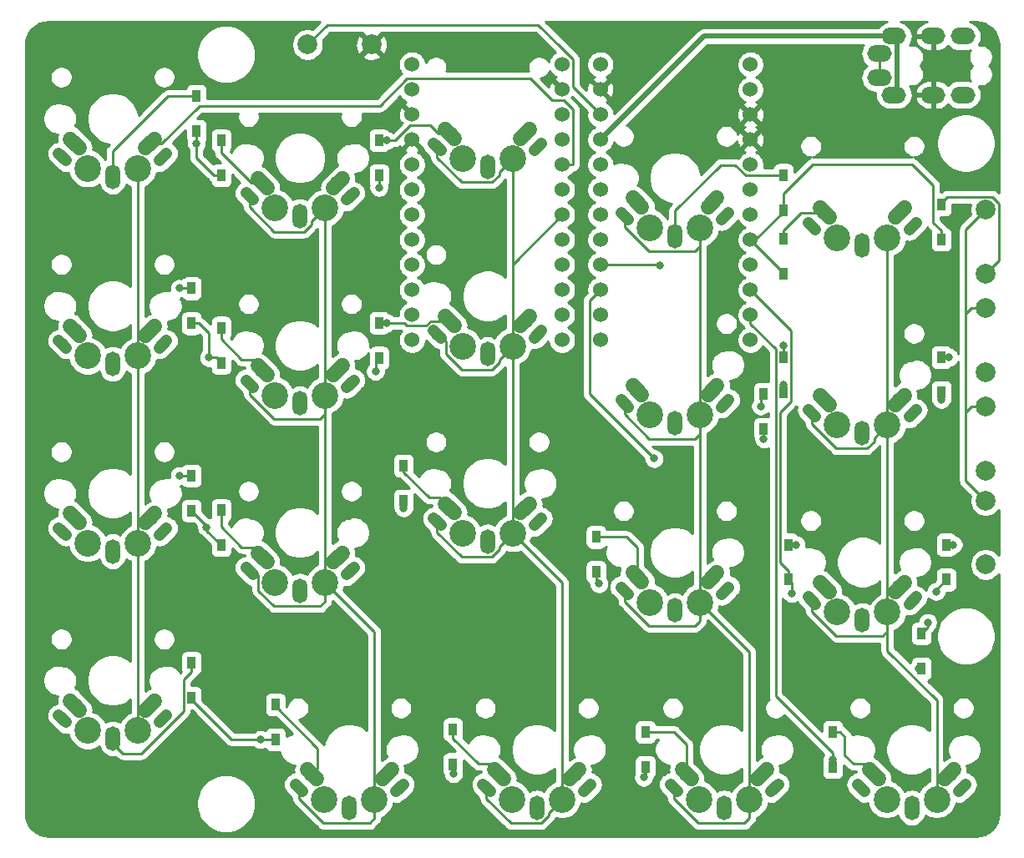
<source format=gbr>
G04 #@! TF.GenerationSoftware,KiCad,Pcbnew,(5.1.0)-1*
G04 #@! TF.CreationDate,2020-01-03T20:23:20+09:00*
G04 #@! TF.ProjectId,100cm^2,31303063-6d5e-4322-9e6b-696361645f70,rev?*
G04 #@! TF.SameCoordinates,Original*
G04 #@! TF.FileFunction,Copper,L2,Bot*
G04 #@! TF.FilePolarity,Positive*
%FSLAX46Y46*%
G04 Gerber Fmt 4.6, Leading zero omitted, Abs format (unit mm)*
G04 Created by KiCad (PCBNEW (5.1.0)-1) date 2020-01-03 20:23:20*
%MOMM*%
%LPD*%
G04 APERTURE LIST*
%ADD10R,0.950000X1.300000*%
%ADD11O,2.500000X1.700000*%
%ADD12C,2.000000*%
%ADD13C,1.524000*%
%ADD14O,1.500000X2.500000*%
%ADD15C,1.200000*%
%ADD16C,1.200000*%
%ADD17C,1.500000*%
%ADD18C,1.500000*%
%ADD19C,2.700000*%
%ADD20C,0.800000*%
%ADD21C,0.250000*%
%ADD22C,0.500000*%
%ADD23C,0.254000*%
G04 APERTURE END LIST*
D10*
X168000000Y-58225000D03*
X168000000Y-61775000D03*
X167500000Y-81275000D03*
X167500000Y-77725000D03*
X167500000Y-96725000D03*
X167500000Y-100275000D03*
X167500000Y-115725000D03*
X167500000Y-119275000D03*
X170500000Y-66275000D03*
X170500000Y-62725000D03*
X170500000Y-85275000D03*
X170500000Y-81725000D03*
X170500000Y-103775000D03*
X170500000Y-100225000D03*
X176000000Y-119950000D03*
X176000000Y-123500000D03*
X186500000Y-66275000D03*
X186500000Y-62725000D03*
X186500000Y-81225000D03*
X186500000Y-84775000D03*
X189000000Y-95725000D03*
X189000000Y-99275000D03*
X194000000Y-122450000D03*
X194000000Y-126000000D03*
X227500000Y-66225000D03*
X227500000Y-69775000D03*
X225500000Y-92000000D03*
X225500000Y-88450000D03*
X208500000Y-106500000D03*
X208500000Y-102950000D03*
X213500000Y-126275000D03*
X213500000Y-122725000D03*
X227500000Y-72725000D03*
X227500000Y-76275000D03*
X227500000Y-88275000D03*
X227500000Y-84725000D03*
X228000000Y-103725000D03*
X228000000Y-107275000D03*
X232500000Y-126275000D03*
X232500000Y-122725000D03*
X243500000Y-72775000D03*
X243500000Y-69225000D03*
X243500000Y-84725000D03*
X243500000Y-88275000D03*
X244000000Y-107275000D03*
X244000000Y-103725000D03*
X241500000Y-112725000D03*
X241500000Y-116275000D03*
D11*
X238700000Y-52150000D03*
X237200000Y-56350000D03*
X245700000Y-52150000D03*
X242700000Y-52150000D03*
X245700000Y-58100000D03*
X242700000Y-58100000D03*
X238700000Y-58100000D03*
X237200000Y-53900000D03*
D12*
X185750000Y-53000000D03*
X179250000Y-53000000D03*
X248000000Y-76250000D03*
X248000000Y-69750000D03*
X248000000Y-79750000D03*
X248000000Y-86250000D03*
X248000000Y-96250000D03*
X248000000Y-89750000D03*
X248000000Y-99250000D03*
X248000000Y-105750000D03*
D13*
X208936400Y-55022000D03*
X208936400Y-57562000D03*
X208936400Y-60102000D03*
X208936400Y-62642000D03*
X208936400Y-65182000D03*
X208936400Y-67722000D03*
X208936400Y-70262000D03*
X208936400Y-72802000D03*
X208936400Y-75342000D03*
X208936400Y-77882000D03*
X208936400Y-80422000D03*
X208936400Y-82962000D03*
X224156400Y-82962000D03*
X224156400Y-80422000D03*
X224156400Y-77882000D03*
X224156400Y-75342000D03*
X224156400Y-72802000D03*
X224156400Y-70262000D03*
X224156400Y-67722000D03*
X224156400Y-65182000D03*
X224156400Y-62642000D03*
X224156400Y-60102000D03*
X224156400Y-57562000D03*
X224156400Y-55022000D03*
X205063600Y-55022000D03*
X205063600Y-57562000D03*
X205063600Y-60102000D03*
X205063600Y-62642000D03*
X205063600Y-65182000D03*
X205063600Y-67722000D03*
X205063600Y-70262000D03*
X205063600Y-72802000D03*
X205063600Y-75342000D03*
X205063600Y-77882000D03*
X205063600Y-80422000D03*
X205063600Y-82962000D03*
X189843600Y-82962000D03*
X189843600Y-80422000D03*
X189843600Y-77882000D03*
X189843600Y-75342000D03*
X189843600Y-72802000D03*
X189843600Y-70262000D03*
X189843600Y-67722000D03*
X189843600Y-65182000D03*
X189843600Y-62642000D03*
X189843600Y-60102000D03*
X189843600Y-57562000D03*
X189843600Y-55022000D03*
D14*
X159500000Y-66400000D03*
D15*
X154400000Y-64400000D03*
D16*
X154753553Y-64753553D02*
X154046447Y-64046447D01*
D15*
X164600000Y-64400000D03*
D16*
X164953553Y-64046447D02*
X164246447Y-64753553D01*
D17*
X163310000Y-63040000D03*
D18*
X163769619Y-62580381D02*
X162850381Y-63499619D01*
D17*
X155690000Y-63040000D03*
D18*
X156149619Y-63499619D02*
X155230381Y-62580381D01*
D19*
X162040000Y-65580000D03*
X156960000Y-65580000D03*
D14*
X159500000Y-85400000D03*
D15*
X154400000Y-83400000D03*
D16*
X154753553Y-83753553D02*
X154046447Y-83046447D01*
D15*
X164600000Y-83400000D03*
D16*
X164953553Y-83046447D02*
X164246447Y-83753553D01*
D17*
X163310000Y-82040000D03*
D18*
X163769619Y-81580381D02*
X162850381Y-82499619D01*
D17*
X155690000Y-82040000D03*
D18*
X156149619Y-82499619D02*
X155230381Y-81580381D01*
D19*
X162040000Y-84580000D03*
X156960000Y-84580000D03*
X156960000Y-103580000D03*
X162040000Y-103580000D03*
D17*
X155690000Y-101040000D03*
D18*
X156149619Y-101499619D02*
X155230381Y-100580381D01*
D17*
X163310000Y-101040000D03*
D18*
X163769619Y-100580381D02*
X162850381Y-101499619D01*
D15*
X164600000Y-102400000D03*
D16*
X164953553Y-102046447D02*
X164246447Y-102753553D01*
D15*
X154400000Y-102400000D03*
D16*
X154753553Y-102753553D02*
X154046447Y-102046447D01*
D14*
X159500000Y-104400000D03*
X159500000Y-123400000D03*
D15*
X154400000Y-121400000D03*
D16*
X154753553Y-121753553D02*
X154046447Y-121046447D01*
D15*
X164600000Y-121400000D03*
D16*
X164953553Y-121046447D02*
X164246447Y-121753553D01*
D17*
X163310000Y-120040000D03*
D18*
X163769619Y-119580381D02*
X162850381Y-120499619D01*
D17*
X155690000Y-120040000D03*
D18*
X156149619Y-120499619D02*
X155230381Y-119580381D01*
D19*
X162040000Y-122580000D03*
X156960000Y-122580000D03*
X175960000Y-69580000D03*
X181040000Y-69580000D03*
D17*
X174690000Y-67040000D03*
D18*
X175149619Y-67499619D02*
X174230381Y-66580381D01*
D17*
X182310000Y-67040000D03*
D18*
X182769619Y-66580381D02*
X181850381Y-67499619D01*
D15*
X183600000Y-68400000D03*
D16*
X183953553Y-68046447D02*
X183246447Y-68753553D01*
D15*
X173400000Y-68400000D03*
D16*
X173753553Y-68753553D02*
X173046447Y-68046447D01*
D14*
X178500000Y-70400000D03*
D19*
X175960000Y-88580000D03*
X181040000Y-88580000D03*
D17*
X174690000Y-86040000D03*
D18*
X175149619Y-86499619D02*
X174230381Y-85580381D01*
D17*
X182310000Y-86040000D03*
D18*
X182769619Y-85580381D02*
X181850381Y-86499619D01*
D15*
X183600000Y-87400000D03*
D16*
X183953553Y-87046447D02*
X183246447Y-87753553D01*
D15*
X173400000Y-87400000D03*
D16*
X173753553Y-87753553D02*
X173046447Y-87046447D01*
D14*
X178500000Y-89400000D03*
X178500000Y-108400000D03*
D15*
X173400000Y-106400000D03*
D16*
X173753553Y-106753553D02*
X173046447Y-106046447D01*
D15*
X183600000Y-106400000D03*
D16*
X183953553Y-106046447D02*
X183246447Y-106753553D01*
D17*
X182310000Y-105040000D03*
D18*
X182769619Y-104580381D02*
X181850381Y-105499619D01*
D17*
X174690000Y-105040000D03*
D18*
X175149619Y-105499619D02*
X174230381Y-104580381D01*
D19*
X181040000Y-107580000D03*
X175960000Y-107580000D03*
X180960000Y-129580000D03*
X186040000Y-129580000D03*
D17*
X179690000Y-127040000D03*
D18*
X180149619Y-127499619D02*
X179230381Y-126580381D01*
D17*
X187310000Y-127040000D03*
D18*
X187769619Y-126580381D02*
X186850381Y-127499619D01*
D15*
X188600000Y-128400000D03*
D16*
X188953553Y-128046447D02*
X188246447Y-128753553D01*
D15*
X178400000Y-128400000D03*
D16*
X178753553Y-128753553D02*
X178046447Y-128046447D01*
D14*
X183500000Y-130400000D03*
D19*
X194960000Y-64580000D03*
X200040000Y-64580000D03*
D17*
X193690000Y-62040000D03*
D18*
X194149619Y-62499619D02*
X193230381Y-61580381D01*
D17*
X201310000Y-62040000D03*
D18*
X201769619Y-61580381D02*
X200850381Y-62499619D01*
D15*
X202600000Y-63400000D03*
D16*
X202953553Y-63046447D02*
X202246447Y-63753553D01*
D15*
X192400000Y-63400000D03*
D16*
X192753553Y-63753553D02*
X192046447Y-63046447D01*
D14*
X197500000Y-65400000D03*
X197500000Y-84400000D03*
D15*
X192400000Y-82400000D03*
D16*
X192753553Y-82753553D02*
X192046447Y-82046447D01*
D15*
X202600000Y-82400000D03*
D16*
X202953553Y-82046447D02*
X202246447Y-82753553D01*
D17*
X201310000Y-81040000D03*
D18*
X201769619Y-80580381D02*
X200850381Y-81499619D01*
D17*
X193690000Y-81040000D03*
D18*
X194149619Y-81499619D02*
X193230381Y-80580381D01*
D19*
X200040000Y-83580000D03*
X194960000Y-83580000D03*
X194960000Y-102580000D03*
X200040000Y-102580000D03*
D17*
X193690000Y-100040000D03*
D18*
X194149619Y-100499619D02*
X193230381Y-99580381D01*
D17*
X201310000Y-100040000D03*
D18*
X201769619Y-99580381D02*
X200850381Y-100499619D01*
D15*
X202600000Y-101400000D03*
D16*
X202953553Y-101046447D02*
X202246447Y-101753553D01*
D15*
X192400000Y-101400000D03*
D16*
X192753553Y-101753553D02*
X192046447Y-101046447D01*
D14*
X197500000Y-103400000D03*
X202500000Y-130400000D03*
D15*
X197400000Y-128400000D03*
D16*
X197753553Y-128753553D02*
X197046447Y-128046447D01*
D15*
X207600000Y-128400000D03*
D16*
X207953553Y-128046447D02*
X207246447Y-128753553D01*
D17*
X206310000Y-127040000D03*
D18*
X206769619Y-126580381D02*
X205850381Y-127499619D01*
D17*
X198690000Y-127040000D03*
D18*
X199149619Y-127499619D02*
X198230381Y-126580381D01*
D19*
X205040000Y-129580000D03*
X199960000Y-129580000D03*
X213960000Y-71580000D03*
X219040000Y-71580000D03*
D17*
X212690000Y-69040000D03*
D18*
X213149619Y-69499619D02*
X212230381Y-68580381D01*
D17*
X220310000Y-69040000D03*
D18*
X220769619Y-68580381D02*
X219850381Y-69499619D01*
D15*
X221600000Y-70400000D03*
D16*
X221953553Y-70046447D02*
X221246447Y-70753553D01*
D15*
X211400000Y-70400000D03*
D16*
X211753553Y-70753553D02*
X211046447Y-70046447D01*
D14*
X216500000Y-72400000D03*
X216500000Y-91400000D03*
D15*
X211400000Y-89400000D03*
D16*
X211753553Y-89753553D02*
X211046447Y-89046447D01*
D15*
X221600000Y-89400000D03*
D16*
X221953553Y-89046447D02*
X221246447Y-89753553D01*
D17*
X220310000Y-88040000D03*
D18*
X220769619Y-87580381D02*
X219850381Y-88499619D01*
D17*
X212690000Y-88040000D03*
D18*
X213149619Y-88499619D02*
X212230381Y-87580381D01*
D19*
X219040000Y-90580000D03*
X213960000Y-90580000D03*
D14*
X216500000Y-110400000D03*
D15*
X211400000Y-108400000D03*
D16*
X211753553Y-108753553D02*
X211046447Y-108046447D01*
D15*
X221600000Y-108400000D03*
D16*
X221953553Y-108046447D02*
X221246447Y-108753553D01*
D17*
X220310000Y-107040000D03*
D18*
X220769619Y-106580381D02*
X219850381Y-107499619D01*
D17*
X212690000Y-107040000D03*
D18*
X213149619Y-107499619D02*
X212230381Y-106580381D01*
D19*
X219040000Y-109580000D03*
X213960000Y-109580000D03*
X218960000Y-129580000D03*
X224040000Y-129580000D03*
D17*
X217690000Y-127040000D03*
D18*
X218149619Y-127499619D02*
X217230381Y-126580381D01*
D17*
X225310000Y-127040000D03*
D18*
X225769619Y-126580381D02*
X224850381Y-127499619D01*
D15*
X226600000Y-128400000D03*
D16*
X226953553Y-128046447D02*
X226246447Y-128753553D01*
D15*
X216400000Y-128400000D03*
D16*
X216753553Y-128753553D02*
X216046447Y-128046447D01*
D14*
X221500000Y-130400000D03*
X235500000Y-73400000D03*
D15*
X230400000Y-71400000D03*
D16*
X230753553Y-71753553D02*
X230046447Y-71046447D01*
D15*
X240600000Y-71400000D03*
D16*
X240953553Y-71046447D02*
X240246447Y-71753553D01*
D17*
X239310000Y-70040000D03*
D18*
X239769619Y-69580381D02*
X238850381Y-70499619D01*
D17*
X231690000Y-70040000D03*
D18*
X232149619Y-70499619D02*
X231230381Y-69580381D01*
D19*
X238040000Y-72580000D03*
X232960000Y-72580000D03*
X232960000Y-91580000D03*
X238040000Y-91580000D03*
D17*
X231690000Y-89040000D03*
D18*
X232149619Y-89499619D02*
X231230381Y-88580381D01*
D17*
X239310000Y-89040000D03*
D18*
X239769619Y-88580381D02*
X238850381Y-89499619D01*
D15*
X240600000Y-90400000D03*
D16*
X240953553Y-90046447D02*
X240246447Y-90753553D01*
D15*
X230400000Y-90400000D03*
D16*
X230753553Y-90753553D02*
X230046447Y-90046447D01*
D14*
X235500000Y-92400000D03*
D19*
X232960000Y-110580000D03*
X238040000Y-110580000D03*
D17*
X231690000Y-108040000D03*
D18*
X232149619Y-108499619D02*
X231230381Y-107580381D01*
D17*
X239310000Y-108040000D03*
D18*
X239769619Y-107580381D02*
X238850381Y-108499619D01*
D15*
X240600000Y-109400000D03*
D16*
X240953553Y-109046447D02*
X240246447Y-109753553D01*
D15*
X230400000Y-109400000D03*
D16*
X230753553Y-109753553D02*
X230046447Y-109046447D01*
D14*
X235500000Y-111400000D03*
X240500000Y-130400000D03*
D15*
X235400000Y-128400000D03*
D16*
X235753553Y-128753553D02*
X235046447Y-128046447D01*
D15*
X245600000Y-128400000D03*
D16*
X245953553Y-128046447D02*
X245246447Y-128753553D01*
D17*
X244310000Y-127040000D03*
D18*
X244769619Y-126580381D02*
X243850381Y-127499619D01*
D17*
X236690000Y-127040000D03*
D18*
X237149619Y-127499619D02*
X236230381Y-126580381D01*
D19*
X243040000Y-129580000D03*
X237960000Y-129580000D03*
D20*
X168000000Y-63000000D03*
X186500000Y-67500000D03*
X166275000Y-77725000D03*
X169250000Y-84750000D03*
X186154082Y-86154082D03*
X227500000Y-87500000D03*
X225500000Y-93000000D03*
X243500000Y-89000000D03*
X169025000Y-101975000D03*
X189000000Y-100000000D03*
X208800000Y-107700000D03*
X228345918Y-108654082D03*
X242975000Y-108475000D03*
X166275000Y-96725000D03*
X174500000Y-123500000D03*
X194050000Y-126950000D03*
X213337500Y-127337500D03*
X241225000Y-116275000D03*
X232500000Y-125500000D03*
X187275000Y-62725000D03*
X187275000Y-81225000D03*
X225175000Y-89675000D03*
X227500000Y-83500000D03*
X228775000Y-103725000D03*
X244275000Y-84725000D03*
X244725000Y-103725000D03*
X242125000Y-111625000D03*
X244500000Y-77000000D03*
X173000000Y-94000000D03*
X232000000Y-96500000D03*
X233500000Y-117500000D03*
X215000000Y-75400000D03*
X214400000Y-95000000D03*
D21*
X168000000Y-63000000D02*
X168000000Y-61775000D01*
X186500000Y-67500000D02*
X186500000Y-66275000D01*
X169775000Y-66275000D02*
X170500000Y-66275000D01*
X168000000Y-64500000D02*
X169775000Y-66275000D01*
X168000000Y-63000000D02*
X168000000Y-64500000D01*
X224648000Y-72802000D02*
X224156400Y-72802000D01*
X227500000Y-69950000D02*
X224648000Y-72802000D01*
X227500000Y-69775000D02*
X227500000Y-69950000D01*
X227500000Y-76145600D02*
X227500000Y-76275000D01*
X224156400Y-72802000D02*
X227500000Y-76145600D01*
X227500000Y-68875000D02*
X227500000Y-69775000D01*
X227500000Y-68112998D02*
X227500000Y-68875000D01*
X230437999Y-65174999D02*
X227500000Y-68112998D01*
X240562001Y-65174999D02*
X230437999Y-65174999D01*
X242699999Y-67312997D02*
X240562001Y-65174999D01*
X242699999Y-71074999D02*
X242699999Y-67312997D01*
X243500000Y-71875000D02*
X242699999Y-71074999D01*
X243500000Y-72775000D02*
X243500000Y-71875000D01*
X167275000Y-58225000D02*
X168000000Y-58225000D01*
X165115998Y-58225000D02*
X167275000Y-58225000D01*
X159500000Y-63840998D02*
X165115998Y-58225000D01*
X159500000Y-66400000D02*
X159500000Y-63840998D01*
X166275000Y-77725000D02*
X167500000Y-77725000D01*
X169975000Y-84750000D02*
X170500000Y-85275000D01*
X169250000Y-84750000D02*
X169975000Y-84750000D01*
X168225000Y-81275000D02*
X167500000Y-81275000D01*
X169250000Y-82300000D02*
X168225000Y-81275000D01*
X169250000Y-84750000D02*
X169250000Y-82300000D01*
X186154082Y-85120918D02*
X186500000Y-84775000D01*
X186154082Y-86154082D02*
X186154082Y-85120918D01*
X225500000Y-92000000D02*
X225500000Y-93000000D01*
X243500000Y-89000000D02*
X243500000Y-88275000D01*
X227500000Y-88275000D02*
X227500000Y-87500000D01*
X228300001Y-82025601D02*
X224918399Y-78643999D01*
X228300001Y-89185001D02*
X228300001Y-82025601D01*
X227199999Y-90285003D02*
X228300001Y-89185001D01*
X224918399Y-78643999D02*
X224156400Y-77882000D01*
X227199999Y-105574999D02*
X227199999Y-90285003D01*
X228000000Y-106375000D02*
X227199999Y-105574999D01*
X228000000Y-107275000D02*
X228000000Y-106375000D01*
X169025000Y-101800000D02*
X167500000Y-100275000D01*
X169025000Y-101975000D02*
X169025000Y-101800000D01*
X169025000Y-102300000D02*
X170500000Y-103775000D01*
X169025000Y-101975000D02*
X169025000Y-102300000D01*
X189000000Y-99275000D02*
X189000000Y-100000000D01*
X208500000Y-107400000D02*
X208800000Y-107700000D01*
X208500000Y-106500000D02*
X208500000Y-107400000D01*
X242975000Y-108300000D02*
X244000000Y-107275000D01*
X242975000Y-108475000D02*
X242975000Y-108300000D01*
X228345918Y-107620918D02*
X228000000Y-107275000D01*
X228345918Y-108654082D02*
X228345918Y-107620918D01*
X166275000Y-96725000D02*
X167500000Y-96725000D01*
X232500000Y-125375000D02*
X232500000Y-125500000D01*
X232500000Y-124858998D02*
X232500000Y-125375000D01*
X226699999Y-119058997D02*
X232500000Y-124858998D01*
X226699999Y-83896837D02*
X226699999Y-119058997D01*
X224156400Y-81353238D02*
X226699999Y-83896837D01*
X224156400Y-80422000D02*
X224156400Y-81353238D01*
X175275000Y-123500000D02*
X176000000Y-123500000D01*
X171550000Y-123500000D02*
X174500000Y-123500000D01*
X167500000Y-119450000D02*
X171550000Y-123500000D01*
X167500000Y-119275000D02*
X167500000Y-119450000D01*
X174500000Y-123500000D02*
X175275000Y-123500000D01*
X194050000Y-126050000D02*
X194000000Y-126000000D01*
X194050000Y-126950000D02*
X194050000Y-126050000D01*
X241500000Y-116275000D02*
X241225000Y-116275000D01*
X213500000Y-127175000D02*
X213337500Y-127337500D01*
X213500000Y-126275000D02*
X213500000Y-127175000D01*
X232500000Y-125500000D02*
X232500000Y-126275000D01*
X162408164Y-124900000D02*
X160500000Y-124900000D01*
X166699999Y-120608165D02*
X162408164Y-124900000D01*
X159500000Y-123900000D02*
X159500000Y-123400000D01*
X166699999Y-117425001D02*
X166699999Y-120608165D01*
X167500000Y-116625000D02*
X166699999Y-117425001D01*
X160500000Y-124900000D02*
X159500000Y-123900000D01*
X167500000Y-115725000D02*
X167500000Y-116625000D01*
X173540718Y-67040000D02*
X174690000Y-67040000D01*
X170500000Y-63999282D02*
X173540718Y-67040000D01*
X170500000Y-62725000D02*
X170500000Y-63999282D01*
X173629341Y-84979341D02*
X174690000Y-86040000D01*
X172592339Y-84979341D02*
X173629341Y-84979341D01*
X170500000Y-82887002D02*
X172592339Y-84979341D01*
X170500000Y-81725000D02*
X170500000Y-82887002D01*
X173629341Y-103979341D02*
X174690000Y-105040000D01*
X172592339Y-103979341D02*
X173629341Y-103979341D01*
X170500000Y-101887002D02*
X172592339Y-103979341D01*
X170500000Y-100225000D02*
X170500000Y-101887002D01*
X176000000Y-120125000D02*
X176000000Y-119950000D01*
X180291040Y-124416040D02*
X176000000Y-120125000D01*
X180291040Y-126438960D02*
X180291040Y-124416040D01*
X179690000Y-127040000D02*
X180291040Y-126438960D01*
X192540718Y-62040000D02*
X193690000Y-62040000D01*
X191689719Y-61189001D02*
X192540718Y-62040000D01*
X189687837Y-61189001D02*
X191689719Y-61189001D01*
X188151838Y-62725000D02*
X189687837Y-61189001D01*
X186500000Y-62725000D02*
X187275000Y-62725000D01*
X187275000Y-62725000D02*
X188151838Y-62725000D01*
X192540718Y-81040000D02*
X193690000Y-81040000D01*
X191744732Y-81040000D02*
X192540718Y-81040000D01*
X191275731Y-81509001D02*
X191744732Y-81040000D01*
X189321839Y-81509001D02*
X191275731Y-81509001D01*
X189037838Y-81225000D02*
X189321839Y-81509001D01*
X186500000Y-81225000D02*
X187275000Y-81225000D01*
X187275000Y-81225000D02*
X189037838Y-81225000D01*
X192629341Y-98979341D02*
X193690000Y-100040000D01*
X191592339Y-98979341D02*
X192629341Y-98979341D01*
X189000000Y-96387002D02*
X191592339Y-98979341D01*
X189000000Y-95725000D02*
X189000000Y-96387002D01*
X197629341Y-125979341D02*
X198690000Y-127040000D01*
X196592339Y-125979341D02*
X197629341Y-125979341D01*
X194000000Y-123387002D02*
X196592339Y-125979341D01*
X194000000Y-122450000D02*
X194000000Y-123387002D01*
X216500000Y-70900000D02*
X216500000Y-72400000D01*
X216500000Y-69840998D02*
X216500000Y-70900000D01*
X221115999Y-65224999D02*
X216500000Y-69840998D01*
X222612001Y-65224999D02*
X221115999Y-65224999D01*
X223656003Y-66269001D02*
X222612001Y-65224999D01*
X226730999Y-66269001D02*
X223656003Y-66269001D01*
X226775000Y-66225000D02*
X226730999Y-66269001D01*
X227500000Y-66225000D02*
X226775000Y-66225000D01*
X225175000Y-88775000D02*
X225500000Y-88450000D01*
X225175000Y-89675000D02*
X225175000Y-88775000D01*
X212690000Y-105890718D02*
X212690000Y-107040000D01*
X212690000Y-104030998D02*
X212690000Y-105890718D01*
X211609002Y-102950000D02*
X212690000Y-104030998D01*
X208500000Y-102950000D02*
X211609002Y-102950000D01*
X217690000Y-125890718D02*
X217690000Y-127040000D01*
X217690000Y-124030998D02*
X217690000Y-125890718D01*
X216384002Y-122725000D02*
X217690000Y-124030998D01*
X213500000Y-122725000D02*
X216384002Y-122725000D01*
X230540718Y-70040000D02*
X231690000Y-70040000D01*
X229285000Y-70040000D02*
X230540718Y-70040000D01*
X227500000Y-71825000D02*
X229285000Y-70040000D01*
X227500000Y-72725000D02*
X227500000Y-71825000D01*
X227500000Y-84725000D02*
X227500000Y-83500000D01*
X228000000Y-103725000D02*
X228775000Y-103725000D01*
X235629341Y-125979341D02*
X236690000Y-127040000D01*
X234592339Y-125979341D02*
X235629341Y-125979341D01*
X233724999Y-125112001D02*
X234592339Y-125979341D01*
X233724999Y-123224999D02*
X233724999Y-125112001D01*
X233225000Y-122725000D02*
X233724999Y-123224999D01*
X232500000Y-122725000D02*
X233225000Y-122725000D01*
X248999999Y-75250001D02*
X248000000Y-76250000D01*
X249325001Y-74924999D02*
X248999999Y-75250001D01*
X249325001Y-69113999D02*
X249325001Y-74924999D01*
X248636001Y-68424999D02*
X249325001Y-69113999D01*
X244125001Y-68424999D02*
X248636001Y-68424999D01*
X243500000Y-69050000D02*
X244125001Y-68424999D01*
X243500000Y-69225000D02*
X243500000Y-69050000D01*
X243500000Y-84725000D02*
X244275000Y-84725000D01*
X244000000Y-103725000D02*
X244725000Y-103725000D01*
X242125000Y-112100000D02*
X241500000Y-112725000D01*
X242125000Y-111625000D02*
X242125000Y-112100000D01*
D22*
X208936400Y-62642000D02*
X219428400Y-52150000D01*
X219428400Y-52150000D02*
X238700000Y-52150000D01*
X239000000Y-57800000D02*
X238700000Y-58100000D01*
X239000000Y-52450000D02*
X239000000Y-57800000D01*
X238700000Y-52150000D02*
X239000000Y-52450000D01*
D21*
X237200000Y-53900000D02*
X237200000Y-56350000D01*
X206150601Y-57316201D02*
X206150601Y-54500239D01*
X208936400Y-60102000D02*
X206150601Y-57316201D01*
X202650362Y-51000000D02*
X204825181Y-53174819D01*
X206150601Y-54500239D02*
X204825181Y-53174819D01*
X204825181Y-53174819D02*
X203825361Y-52174999D01*
X181250000Y-51000000D02*
X188000000Y-51000000D01*
X179250000Y-53000000D02*
X181250000Y-51000000D01*
X188000000Y-51000000D02*
X202650362Y-51000000D01*
X162040000Y-80770000D02*
X162040000Y-84580000D01*
X162040000Y-65580000D02*
X162040000Y-80770000D01*
X162040000Y-84580000D02*
X162040000Y-103580000D01*
X162040000Y-118770000D02*
X162040000Y-122580000D01*
X162040000Y-103580000D02*
X162040000Y-118770000D01*
X206141230Y-65182000D02*
X205063600Y-65182000D01*
X206150601Y-59550601D02*
X206150601Y-65172629D01*
X205249001Y-58649001D02*
X206150601Y-59550601D01*
X204036003Y-58649001D02*
X205249001Y-58649001D01*
X201862001Y-56474999D02*
X204036003Y-58649001D01*
X189321839Y-56474999D02*
X201862001Y-56474999D01*
X186596837Y-59200001D02*
X189321839Y-56474999D01*
X168299281Y-59200001D02*
X186596837Y-59200001D01*
X206150601Y-65172629D02*
X206141230Y-65182000D01*
X164459282Y-63040000D02*
X168299281Y-59200001D01*
X163310000Y-63040000D02*
X164459282Y-63040000D01*
X181040000Y-84770000D02*
X181040000Y-88580000D01*
X181040000Y-69580000D02*
X181040000Y-84770000D01*
X181040000Y-88580000D02*
X181040000Y-107580000D01*
X186040000Y-112580000D02*
X186040000Y-129580000D01*
X181040000Y-107580000D02*
X186040000Y-112580000D01*
X179690001Y-70929999D02*
X181040000Y-69580000D01*
X179690001Y-71230292D02*
X179690001Y-70929999D01*
X178945283Y-71975010D02*
X179690001Y-71230292D01*
X175876008Y-71975010D02*
X178945283Y-71975010D01*
X173400000Y-69499002D02*
X175876008Y-71975010D01*
X173400000Y-68400000D02*
X173400000Y-69499002D01*
X173400000Y-88337150D02*
X173400000Y-87400000D01*
X173400000Y-88499002D02*
X173400000Y-88337150D01*
X175876008Y-90975010D02*
X173400000Y-88499002D01*
X180554178Y-90975010D02*
X175876008Y-90975010D01*
X181040000Y-90489188D02*
X180554178Y-90975010D01*
X181040000Y-88580000D02*
X181040000Y-90489188D01*
X181040000Y-109489188D02*
X181040000Y-107580000D01*
X180554178Y-109975010D02*
X181040000Y-109489188D01*
X175876008Y-109975010D02*
X180554178Y-109975010D01*
X174284999Y-108384001D02*
X175876008Y-109975010D01*
X174284999Y-106884999D02*
X174284999Y-108384001D01*
X173800000Y-106400000D02*
X174284999Y-106884999D01*
X173400000Y-106400000D02*
X173800000Y-106400000D01*
X186040000Y-131489188D02*
X186040000Y-129580000D01*
X185554178Y-131975010D02*
X186040000Y-131489188D01*
X180876008Y-131975010D02*
X185554178Y-131975010D01*
X178400000Y-129499002D02*
X180876008Y-131975010D01*
X178400000Y-128400000D02*
X178400000Y-129499002D01*
X200040000Y-83580000D02*
X200040000Y-102580000D01*
X205040000Y-107580000D02*
X205040000Y-129580000D01*
X200040000Y-102580000D02*
X205040000Y-107580000D01*
X200040000Y-75285600D02*
X200040000Y-75460000D01*
X205063600Y-70262000D02*
X200040000Y-75285600D01*
X200040000Y-64580000D02*
X200040000Y-75460000D01*
X200040000Y-75460000D02*
X200040000Y-83580000D01*
X198690001Y-65929999D02*
X200040000Y-64580000D01*
X198690001Y-66230292D02*
X198690001Y-65929999D01*
X197945283Y-66975010D02*
X198690001Y-66230292D01*
X194876008Y-66975010D02*
X197945283Y-66975010D01*
X192400000Y-64499002D02*
X194876008Y-66975010D01*
X192400000Y-63400000D02*
X192400000Y-64499002D01*
X198690001Y-84929999D02*
X200040000Y-83580000D01*
X198690001Y-85230292D02*
X198690001Y-84929999D01*
X197945283Y-85975010D02*
X198690001Y-85230292D01*
X194876008Y-85975010D02*
X197945283Y-85975010D01*
X193284999Y-83084999D02*
X193284999Y-84384001D01*
X192600000Y-82400000D02*
X193284999Y-83084999D01*
X193284999Y-84384001D02*
X194876008Y-85975010D01*
X192400000Y-82400000D02*
X192600000Y-82400000D01*
X198690001Y-103929999D02*
X200040000Y-102580000D01*
X198690001Y-104230292D02*
X198690001Y-103929999D01*
X197945283Y-104975010D02*
X198690001Y-104230292D01*
X194876008Y-104975010D02*
X197945283Y-104975010D01*
X192400000Y-102499002D02*
X194876008Y-104975010D01*
X192400000Y-101400000D02*
X192400000Y-102499002D01*
X203690001Y-130929999D02*
X205040000Y-129580000D01*
X203690001Y-131230292D02*
X203690001Y-130929999D01*
X202945283Y-131975010D02*
X203690001Y-131230292D01*
X199876008Y-131975010D02*
X202945283Y-131975010D01*
X197400000Y-129499002D02*
X199876008Y-131975010D01*
X197400000Y-128400000D02*
X197400000Y-129499002D01*
X219040000Y-71580000D02*
X219040000Y-90580000D01*
X219040000Y-105770000D02*
X219040000Y-109580000D01*
X219040000Y-90580000D02*
X219040000Y-105770000D01*
X224040000Y-114580000D02*
X224040000Y-129580000D01*
X219040000Y-109580000D02*
X224040000Y-114580000D01*
X219040000Y-73489188D02*
X219040000Y-71580000D01*
X218554178Y-73975010D02*
X219040000Y-73489188D01*
X213876008Y-73975010D02*
X218554178Y-73975010D01*
X211400000Y-71499002D02*
X213876008Y-73975010D01*
X211400000Y-70400000D02*
X211400000Y-71499002D01*
X219040000Y-92489188D02*
X219040000Y-90580000D01*
X218554178Y-92975010D02*
X219040000Y-92489188D01*
X213876008Y-92975010D02*
X218554178Y-92975010D01*
X211400000Y-90499002D02*
X213876008Y-92975010D01*
X211400000Y-89400000D02*
X211400000Y-90499002D01*
X219040000Y-111489188D02*
X219040000Y-109580000D01*
X218554178Y-111975010D02*
X219040000Y-111489188D01*
X213876008Y-111975010D02*
X218554178Y-111975010D01*
X211400000Y-109499002D02*
X213876008Y-111975010D01*
X211400000Y-108400000D02*
X211400000Y-109499002D01*
X224040000Y-131489188D02*
X224040000Y-129580000D01*
X223554178Y-131975010D02*
X224040000Y-131489188D01*
X218876008Y-131975010D02*
X223554178Y-131975010D01*
X216400000Y-129499002D02*
X218876008Y-131975010D01*
X216400000Y-128400000D02*
X216400000Y-129499002D01*
X238040000Y-72580000D02*
X238040000Y-91580000D01*
X238040000Y-91580000D02*
X238040000Y-110580000D01*
X243040000Y-127670812D02*
X243040000Y-129580000D01*
X243040000Y-119525002D02*
X243040000Y-127670812D01*
X238040000Y-114525002D02*
X243040000Y-119525002D01*
X238040000Y-110580000D02*
X238040000Y-114525002D01*
X208936400Y-75342000D02*
X214942000Y-75342000D01*
X214942000Y-75342000D02*
X215000000Y-75400000D01*
X236690001Y-92929999D02*
X238040000Y-91580000D01*
X236690001Y-93230292D02*
X236690001Y-92929999D01*
X235945283Y-93975010D02*
X236690001Y-93230292D01*
X232876008Y-93975010D02*
X235945283Y-93975010D01*
X230400000Y-91499002D02*
X232876008Y-93975010D01*
X230400000Y-90400000D02*
X230400000Y-91499002D01*
X238040000Y-112489188D02*
X238040000Y-110580000D01*
X237554178Y-112975010D02*
X238040000Y-112489188D01*
X232876008Y-112975010D02*
X237554178Y-112975010D01*
X230400000Y-110499002D02*
X232876008Y-112975010D01*
X230400000Y-109400000D02*
X230400000Y-110499002D01*
X248000000Y-99250000D02*
X246000000Y-97250000D01*
X246000000Y-71750000D02*
X248000000Y-69750000D01*
X246585787Y-79750000D02*
X246000000Y-80335787D01*
X248000000Y-79750000D02*
X246585787Y-79750000D01*
X246000000Y-90335787D02*
X246000000Y-91500000D01*
X246585787Y-89750000D02*
X246000000Y-90335787D01*
X248000000Y-89750000D02*
X246585787Y-89750000D01*
X246000000Y-97250000D02*
X246000000Y-91500000D01*
X246000000Y-91500000D02*
X246000000Y-71750000D01*
X207849399Y-78969001D02*
X207849399Y-88449399D01*
X208936400Y-77882000D02*
X207849399Y-78969001D01*
X207849399Y-88449399D02*
X214400000Y-95000000D01*
D23*
G36*
X179741375Y-51433823D02*
G01*
X179726912Y-51427832D01*
X179411033Y-51365000D01*
X179088967Y-51365000D01*
X178773088Y-51427832D01*
X178475537Y-51551082D01*
X178207748Y-51730013D01*
X177980013Y-51957748D01*
X177801082Y-52225537D01*
X177677832Y-52523088D01*
X177615000Y-52838967D01*
X177615000Y-53161033D01*
X177677832Y-53476912D01*
X177801082Y-53774463D01*
X177980013Y-54042252D01*
X178207748Y-54269987D01*
X178475537Y-54448918D01*
X178773088Y-54572168D01*
X179088967Y-54635000D01*
X179411033Y-54635000D01*
X179726912Y-54572168D01*
X180024463Y-54448918D01*
X180292252Y-54269987D01*
X180426826Y-54135413D01*
X184794192Y-54135413D01*
X184889956Y-54399814D01*
X185179571Y-54540704D01*
X185491108Y-54622384D01*
X185812595Y-54641718D01*
X186131675Y-54597961D01*
X186436088Y-54492795D01*
X186610044Y-54399814D01*
X186705808Y-54135413D01*
X185750000Y-53179605D01*
X184794192Y-54135413D01*
X180426826Y-54135413D01*
X180519987Y-54042252D01*
X180698918Y-53774463D01*
X180822168Y-53476912D01*
X180885000Y-53161033D01*
X180885000Y-53062595D01*
X184108282Y-53062595D01*
X184152039Y-53381675D01*
X184257205Y-53686088D01*
X184350186Y-53860044D01*
X184614587Y-53955808D01*
X185570395Y-53000000D01*
X185929605Y-53000000D01*
X186885413Y-53955808D01*
X187149814Y-53860044D01*
X187290704Y-53570429D01*
X187372384Y-53258892D01*
X187391718Y-52937405D01*
X187347961Y-52618325D01*
X187242795Y-52313912D01*
X187149814Y-52139956D01*
X186885413Y-52044192D01*
X185929605Y-53000000D01*
X185570395Y-53000000D01*
X184614587Y-52044192D01*
X184350186Y-52139956D01*
X184209296Y-52429571D01*
X184127616Y-52741108D01*
X184108282Y-53062595D01*
X180885000Y-53062595D01*
X180885000Y-52838967D01*
X180822168Y-52523088D01*
X180816177Y-52508625D01*
X181564802Y-51760000D01*
X184832073Y-51760000D01*
X184794192Y-51864587D01*
X185750000Y-52820395D01*
X186705808Y-51864587D01*
X186667927Y-51760000D01*
X202335561Y-51760000D01*
X203834452Y-53258892D01*
X204314178Y-53738618D01*
X204314183Y-53738622D01*
X204376506Y-53800945D01*
X204173065Y-53936880D01*
X203978480Y-54131465D01*
X203825595Y-54360273D01*
X203720286Y-54614510D01*
X203698891Y-54722068D01*
X203601612Y-54576480D01*
X203443520Y-54418388D01*
X203257624Y-54294176D01*
X203051067Y-54208617D01*
X202831788Y-54165000D01*
X202608212Y-54165000D01*
X202388933Y-54208617D01*
X202182376Y-54294176D01*
X201996480Y-54418388D01*
X201838388Y-54576480D01*
X201714176Y-54762376D01*
X201628617Y-54968933D01*
X201585000Y-55188212D01*
X201585000Y-55411788D01*
X201628617Y-55631067D01*
X201663383Y-55714999D01*
X193336617Y-55714999D01*
X193371383Y-55631067D01*
X193415000Y-55411788D01*
X193415000Y-55188212D01*
X193371383Y-54968933D01*
X193285824Y-54762376D01*
X193161612Y-54576480D01*
X193003520Y-54418388D01*
X192817624Y-54294176D01*
X192611067Y-54208617D01*
X192391788Y-54165000D01*
X192168212Y-54165000D01*
X191948933Y-54208617D01*
X191742376Y-54294176D01*
X191556480Y-54418388D01*
X191398388Y-54576480D01*
X191274176Y-54762376D01*
X191235094Y-54856728D01*
X191186914Y-54614510D01*
X191081605Y-54360273D01*
X190928720Y-54131465D01*
X190734135Y-53936880D01*
X190505327Y-53783995D01*
X190251090Y-53678686D01*
X189981192Y-53625000D01*
X189706008Y-53625000D01*
X189436110Y-53678686D01*
X189181873Y-53783995D01*
X188953065Y-53936880D01*
X188758480Y-54131465D01*
X188605595Y-54360273D01*
X188500286Y-54614510D01*
X188446600Y-54884408D01*
X188446600Y-55159592D01*
X188500286Y-55429490D01*
X188605595Y-55683727D01*
X188758480Y-55912535D01*
X188781435Y-55935490D01*
X188758040Y-55963996D01*
X186282036Y-58440001D01*
X169113072Y-58440001D01*
X169113072Y-57575000D01*
X169100812Y-57450518D01*
X169064502Y-57330820D01*
X169005537Y-57220506D01*
X168926185Y-57123815D01*
X168829494Y-57044463D01*
X168719180Y-56985498D01*
X168599482Y-56949188D01*
X168475000Y-56936928D01*
X167525000Y-56936928D01*
X167400518Y-56949188D01*
X167280820Y-56985498D01*
X167170506Y-57044463D01*
X167073815Y-57123815D01*
X166994463Y-57220506D01*
X166935498Y-57330820D01*
X166899188Y-57450518D01*
X166897762Y-57465000D01*
X165153331Y-57465000D01*
X165115998Y-57461323D01*
X165078665Y-57465000D01*
X164967012Y-57475997D01*
X164823751Y-57519454D01*
X164691722Y-57590026D01*
X164575997Y-57684999D01*
X164552199Y-57713997D01*
X162116870Y-60149327D01*
X162033739Y-59731399D01*
X161835107Y-59251859D01*
X161546738Y-58820285D01*
X161179715Y-58453262D01*
X160748141Y-58164893D01*
X160268601Y-57966261D01*
X159759525Y-57865000D01*
X159240475Y-57865000D01*
X158731399Y-57966261D01*
X158251859Y-58164893D01*
X157820285Y-58453262D01*
X157453262Y-58820285D01*
X157164893Y-59251859D01*
X156966261Y-59731399D01*
X156865000Y-60240475D01*
X156865000Y-60759525D01*
X156966261Y-61268601D01*
X157164893Y-61748141D01*
X157453262Y-62179715D01*
X157820285Y-62546738D01*
X158251859Y-62835107D01*
X158731399Y-63033739D01*
X159149327Y-63116870D01*
X158988998Y-63277199D01*
X158960000Y-63300997D01*
X158936202Y-63329995D01*
X158936201Y-63329996D01*
X158865026Y-63416722D01*
X158794454Y-63548752D01*
X158764180Y-63648556D01*
X158756167Y-63674974D01*
X158750998Y-63692013D01*
X158736324Y-63840998D01*
X158740001Y-63878330D01*
X158740001Y-64690245D01*
X158719085Y-64639750D01*
X158501851Y-64314636D01*
X158225364Y-64038149D01*
X157900250Y-63820915D01*
X157539003Y-63671282D01*
X157524693Y-63668436D01*
X157541319Y-63499619D01*
X157514579Y-63228112D01*
X157435383Y-62967038D01*
X157306776Y-62726431D01*
X157177071Y-62568386D01*
X156161614Y-61552929D01*
X156003569Y-61423225D01*
X155762961Y-61294617D01*
X155689864Y-61272443D01*
X155735990Y-61203411D01*
X155847932Y-60933158D01*
X155905000Y-60646260D01*
X155905000Y-60353740D01*
X155847932Y-60066842D01*
X155735990Y-59796589D01*
X155573475Y-59553368D01*
X155366632Y-59346525D01*
X155123411Y-59184010D01*
X154853158Y-59072068D01*
X154566260Y-59015000D01*
X154556697Y-59015000D01*
X154462327Y-58975911D01*
X154156109Y-58915000D01*
X153843891Y-58915000D01*
X153537673Y-58975911D01*
X153249221Y-59095391D01*
X152989621Y-59268850D01*
X152768850Y-59489621D01*
X152595391Y-59749221D01*
X152475911Y-60037673D01*
X152415000Y-60343891D01*
X152415000Y-60656109D01*
X152475911Y-60962327D01*
X152595391Y-61250779D01*
X152768850Y-61510379D01*
X152989621Y-61731150D01*
X153249221Y-61904609D01*
X153537673Y-62024089D01*
X153843891Y-62085000D01*
X153933333Y-62085000D01*
X153865421Y-62308874D01*
X153838681Y-62580381D01*
X153862633Y-62823576D01*
X153804345Y-62829317D01*
X153571548Y-62899936D01*
X153356999Y-63014615D01*
X153168946Y-63168946D01*
X153014615Y-63356999D01*
X152899936Y-63571548D01*
X152829317Y-63804345D01*
X152805472Y-64046447D01*
X152829317Y-64288549D01*
X152899936Y-64521346D01*
X153014615Y-64735895D01*
X153130274Y-64876827D01*
X153923173Y-65669726D01*
X154064104Y-65785385D01*
X154278653Y-65900064D01*
X154511451Y-65970683D01*
X154753553Y-65994528D01*
X154995655Y-65970683D01*
X155012789Y-65965485D01*
X155051282Y-66159003D01*
X155200915Y-66520250D01*
X155418149Y-66845364D01*
X155694636Y-67121851D01*
X156019750Y-67339085D01*
X156380997Y-67488718D01*
X156764495Y-67565000D01*
X157155505Y-67565000D01*
X157539003Y-67488718D01*
X157900250Y-67339085D01*
X158137738Y-67180401D01*
X158214236Y-67432580D01*
X158342843Y-67673187D01*
X158515919Y-67884080D01*
X158726812Y-68057157D01*
X158967419Y-68185764D01*
X159228493Y-68264960D01*
X159500000Y-68291701D01*
X159771506Y-68264960D01*
X160032580Y-68185764D01*
X160273187Y-68057157D01*
X160484080Y-67884081D01*
X160657157Y-67673188D01*
X160785764Y-67432581D01*
X160862262Y-67180401D01*
X161099750Y-67339085D01*
X161280000Y-67413747D01*
X161280001Y-77553548D01*
X161179715Y-77453262D01*
X160748141Y-77164893D01*
X160268601Y-76966261D01*
X159759525Y-76865000D01*
X159240475Y-76865000D01*
X158731399Y-76966261D01*
X158251859Y-77164893D01*
X157820285Y-77453262D01*
X157453262Y-77820285D01*
X157164893Y-78251859D01*
X156966261Y-78731399D01*
X156865000Y-79240475D01*
X156865000Y-79759525D01*
X156966261Y-80268601D01*
X157164893Y-80748141D01*
X157453262Y-81179715D01*
X157820285Y-81546738D01*
X158251859Y-81835107D01*
X158731399Y-82033739D01*
X159240475Y-82135000D01*
X159759525Y-82135000D01*
X160268601Y-82033739D01*
X160748141Y-81835107D01*
X161179715Y-81546738D01*
X161280000Y-81446453D01*
X161280001Y-82746253D01*
X161099750Y-82820915D01*
X160774636Y-83038149D01*
X160498149Y-83314636D01*
X160280915Y-83639750D01*
X160244553Y-83727537D01*
X160032581Y-83614236D01*
X159771507Y-83535040D01*
X159500000Y-83508299D01*
X159228494Y-83535040D01*
X158967420Y-83614236D01*
X158755448Y-83727537D01*
X158719085Y-83639750D01*
X158501851Y-83314636D01*
X158225364Y-83038149D01*
X157900250Y-82820915D01*
X157539003Y-82671282D01*
X157524693Y-82668436D01*
X157541319Y-82499619D01*
X157514579Y-82228112D01*
X157435383Y-81967038D01*
X157306776Y-81726431D01*
X157177071Y-81568386D01*
X156161614Y-80552929D01*
X156003569Y-80423225D01*
X155762961Y-80294617D01*
X155689864Y-80272443D01*
X155735990Y-80203411D01*
X155847932Y-79933158D01*
X155905000Y-79646260D01*
X155905000Y-79353740D01*
X155847932Y-79066842D01*
X155735990Y-78796589D01*
X155573475Y-78553368D01*
X155366632Y-78346525D01*
X155123411Y-78184010D01*
X154853158Y-78072068D01*
X154566260Y-78015000D01*
X154556697Y-78015000D01*
X154462327Y-77975911D01*
X154156109Y-77915000D01*
X153843891Y-77915000D01*
X153537673Y-77975911D01*
X153249221Y-78095391D01*
X152989621Y-78268850D01*
X152768850Y-78489621D01*
X152595391Y-78749221D01*
X152475911Y-79037673D01*
X152415000Y-79343891D01*
X152415000Y-79656109D01*
X152475911Y-79962327D01*
X152595391Y-80250779D01*
X152768850Y-80510379D01*
X152989621Y-80731150D01*
X153249221Y-80904609D01*
X153537673Y-81024089D01*
X153843891Y-81085000D01*
X153933333Y-81085000D01*
X153865421Y-81308874D01*
X153838681Y-81580381D01*
X153862633Y-81823576D01*
X153804345Y-81829317D01*
X153571548Y-81899936D01*
X153356999Y-82014615D01*
X153168946Y-82168946D01*
X153014615Y-82356999D01*
X152899936Y-82571548D01*
X152829317Y-82804345D01*
X152805472Y-83046447D01*
X152829317Y-83288549D01*
X152899936Y-83521346D01*
X153014615Y-83735895D01*
X153130274Y-83876827D01*
X153923173Y-84669726D01*
X154064104Y-84785385D01*
X154278653Y-84900064D01*
X154511451Y-84970683D01*
X154753553Y-84994528D01*
X154995655Y-84970683D01*
X155012789Y-84965485D01*
X155051282Y-85159003D01*
X155200915Y-85520250D01*
X155418149Y-85845364D01*
X155694636Y-86121851D01*
X156019750Y-86339085D01*
X156380997Y-86488718D01*
X156764495Y-86565000D01*
X157155505Y-86565000D01*
X157539003Y-86488718D01*
X157900250Y-86339085D01*
X158137738Y-86180401D01*
X158214236Y-86432580D01*
X158342843Y-86673187D01*
X158515919Y-86884080D01*
X158726812Y-87057157D01*
X158967419Y-87185764D01*
X159228493Y-87264960D01*
X159500000Y-87291701D01*
X159771506Y-87264960D01*
X160032580Y-87185764D01*
X160273187Y-87057157D01*
X160484080Y-86884081D01*
X160657157Y-86673188D01*
X160785764Y-86432581D01*
X160862262Y-86180401D01*
X161099750Y-86339085D01*
X161280000Y-86413747D01*
X161280001Y-96553548D01*
X161179715Y-96453262D01*
X160748141Y-96164893D01*
X160268601Y-95966261D01*
X159759525Y-95865000D01*
X159240475Y-95865000D01*
X158731399Y-95966261D01*
X158251859Y-96164893D01*
X157820285Y-96453262D01*
X157453262Y-96820285D01*
X157164893Y-97251859D01*
X156966261Y-97731399D01*
X156865000Y-98240475D01*
X156865000Y-98759525D01*
X156966261Y-99268601D01*
X157164893Y-99748141D01*
X157453262Y-100179715D01*
X157820285Y-100546738D01*
X158251859Y-100835107D01*
X158731399Y-101033739D01*
X159240475Y-101135000D01*
X159759525Y-101135000D01*
X160268601Y-101033739D01*
X160748141Y-100835107D01*
X161179715Y-100546738D01*
X161280001Y-100446452D01*
X161280001Y-101746253D01*
X161099750Y-101820915D01*
X160774636Y-102038149D01*
X160498149Y-102314636D01*
X160280915Y-102639750D01*
X160244553Y-102727537D01*
X160032581Y-102614236D01*
X159771507Y-102535040D01*
X159500000Y-102508299D01*
X159228494Y-102535040D01*
X158967420Y-102614236D01*
X158755448Y-102727537D01*
X158719085Y-102639750D01*
X158501851Y-102314636D01*
X158225364Y-102038149D01*
X157900250Y-101820915D01*
X157539003Y-101671282D01*
X157524693Y-101668436D01*
X157541319Y-101499619D01*
X157514579Y-101228112D01*
X157435383Y-100967038D01*
X157306776Y-100726431D01*
X157177071Y-100568386D01*
X156161614Y-99552929D01*
X156003569Y-99423225D01*
X155762961Y-99294617D01*
X155689864Y-99272443D01*
X155735990Y-99203411D01*
X155847932Y-98933158D01*
X155905000Y-98646260D01*
X155905000Y-98353740D01*
X155847932Y-98066842D01*
X155735990Y-97796589D01*
X155573475Y-97553368D01*
X155366632Y-97346525D01*
X155123411Y-97184010D01*
X154853158Y-97072068D01*
X154566260Y-97015000D01*
X154556697Y-97015000D01*
X154462327Y-96975911D01*
X154156109Y-96915000D01*
X153843891Y-96915000D01*
X153537673Y-96975911D01*
X153249221Y-97095391D01*
X152989621Y-97268850D01*
X152768850Y-97489621D01*
X152595391Y-97749221D01*
X152475911Y-98037673D01*
X152415000Y-98343891D01*
X152415000Y-98656109D01*
X152475911Y-98962327D01*
X152595391Y-99250779D01*
X152768850Y-99510379D01*
X152989621Y-99731150D01*
X153249221Y-99904609D01*
X153537673Y-100024089D01*
X153843891Y-100085000D01*
X153933333Y-100085000D01*
X153865421Y-100308874D01*
X153838681Y-100580381D01*
X153862633Y-100823576D01*
X153804345Y-100829317D01*
X153571548Y-100899936D01*
X153356999Y-101014615D01*
X153168946Y-101168946D01*
X153014615Y-101356999D01*
X152899936Y-101571548D01*
X152829317Y-101804345D01*
X152805472Y-102046447D01*
X152829317Y-102288549D01*
X152899936Y-102521346D01*
X153014615Y-102735895D01*
X153130274Y-102876827D01*
X153923173Y-103669726D01*
X154064104Y-103785385D01*
X154278653Y-103900064D01*
X154511451Y-103970683D01*
X154753553Y-103994528D01*
X154995655Y-103970683D01*
X155012789Y-103965485D01*
X155051282Y-104159003D01*
X155200915Y-104520250D01*
X155418149Y-104845364D01*
X155694636Y-105121851D01*
X156019750Y-105339085D01*
X156380997Y-105488718D01*
X156764495Y-105565000D01*
X157155505Y-105565000D01*
X157539003Y-105488718D01*
X157900250Y-105339085D01*
X158137738Y-105180401D01*
X158214236Y-105432580D01*
X158342843Y-105673187D01*
X158515919Y-105884080D01*
X158726812Y-106057157D01*
X158967419Y-106185764D01*
X159228493Y-106264960D01*
X159500000Y-106291701D01*
X159771506Y-106264960D01*
X160032580Y-106185764D01*
X160273187Y-106057157D01*
X160484080Y-105884081D01*
X160657157Y-105673188D01*
X160785764Y-105432581D01*
X160862262Y-105180401D01*
X161099750Y-105339085D01*
X161280000Y-105413747D01*
X161280001Y-115553548D01*
X161179715Y-115453262D01*
X160748141Y-115164893D01*
X160268601Y-114966261D01*
X159759525Y-114865000D01*
X159240475Y-114865000D01*
X158731399Y-114966261D01*
X158251859Y-115164893D01*
X157820285Y-115453262D01*
X157453262Y-115820285D01*
X157164893Y-116251859D01*
X156966261Y-116731399D01*
X156865000Y-117240475D01*
X156865000Y-117759525D01*
X156966261Y-118268601D01*
X157164893Y-118748141D01*
X157453262Y-119179715D01*
X157820285Y-119546738D01*
X158251859Y-119835107D01*
X158731399Y-120033739D01*
X159240475Y-120135000D01*
X159759525Y-120135000D01*
X160268601Y-120033739D01*
X160748141Y-119835107D01*
X161179715Y-119546738D01*
X161280000Y-119446453D01*
X161280001Y-120746253D01*
X161099750Y-120820915D01*
X160774636Y-121038149D01*
X160498149Y-121314636D01*
X160280915Y-121639750D01*
X160244553Y-121727537D01*
X160032581Y-121614236D01*
X159771507Y-121535040D01*
X159500000Y-121508299D01*
X159228494Y-121535040D01*
X158967420Y-121614236D01*
X158755448Y-121727537D01*
X158719085Y-121639750D01*
X158501851Y-121314636D01*
X158225364Y-121038149D01*
X157900250Y-120820915D01*
X157539003Y-120671282D01*
X157524693Y-120668436D01*
X157541319Y-120499619D01*
X157514579Y-120228112D01*
X157435383Y-119967038D01*
X157306776Y-119726431D01*
X157177071Y-119568386D01*
X156161614Y-118552929D01*
X156003569Y-118423225D01*
X155762961Y-118294617D01*
X155689864Y-118272443D01*
X155735990Y-118203411D01*
X155847932Y-117933158D01*
X155905000Y-117646260D01*
X155905000Y-117353740D01*
X155847932Y-117066842D01*
X155735990Y-116796589D01*
X155573475Y-116553368D01*
X155366632Y-116346525D01*
X155123411Y-116184010D01*
X154853158Y-116072068D01*
X154566260Y-116015000D01*
X154556697Y-116015000D01*
X154462327Y-115975911D01*
X154156109Y-115915000D01*
X153843891Y-115915000D01*
X153537673Y-115975911D01*
X153249221Y-116095391D01*
X152989621Y-116268850D01*
X152768850Y-116489621D01*
X152595391Y-116749221D01*
X152475911Y-117037673D01*
X152415000Y-117343891D01*
X152415000Y-117656109D01*
X152475911Y-117962327D01*
X152595391Y-118250779D01*
X152768850Y-118510379D01*
X152989621Y-118731150D01*
X153249221Y-118904609D01*
X153537673Y-119024089D01*
X153843891Y-119085000D01*
X153933333Y-119085000D01*
X153865421Y-119308874D01*
X153838681Y-119580381D01*
X153862633Y-119823576D01*
X153804345Y-119829317D01*
X153571548Y-119899936D01*
X153356999Y-120014615D01*
X153168946Y-120168946D01*
X153014615Y-120356999D01*
X152899936Y-120571548D01*
X152829317Y-120804345D01*
X152805472Y-121046447D01*
X152829317Y-121288549D01*
X152899936Y-121521346D01*
X153014615Y-121735895D01*
X153130274Y-121876827D01*
X153923173Y-122669726D01*
X154064104Y-122785385D01*
X154278653Y-122900064D01*
X154511451Y-122970683D01*
X154753553Y-122994528D01*
X154995655Y-122970683D01*
X155012789Y-122965485D01*
X155051282Y-123159003D01*
X155200915Y-123520250D01*
X155418149Y-123845364D01*
X155694636Y-124121851D01*
X156019750Y-124339085D01*
X156380997Y-124488718D01*
X156764495Y-124565000D01*
X157155505Y-124565000D01*
X157539003Y-124488718D01*
X157900250Y-124339085D01*
X158137738Y-124180401D01*
X158214236Y-124432580D01*
X158342843Y-124673187D01*
X158515919Y-124884080D01*
X158726812Y-125057157D01*
X158967419Y-125185764D01*
X159228493Y-125264960D01*
X159500000Y-125291701D01*
X159771506Y-125264960D01*
X159785817Y-125260619D01*
X159936201Y-125411003D01*
X159959999Y-125440001D01*
X159992219Y-125466443D01*
X160075724Y-125534974D01*
X160207753Y-125605546D01*
X160351014Y-125649003D01*
X160500000Y-125663677D01*
X160537333Y-125660000D01*
X162370842Y-125660000D01*
X162408164Y-125663676D01*
X162445486Y-125660000D01*
X162445497Y-125660000D01*
X162557150Y-125649003D01*
X162700411Y-125605546D01*
X162832440Y-125534974D01*
X162948165Y-125440001D01*
X162971968Y-125410997D01*
X167211002Y-121171964D01*
X167240000Y-121148166D01*
X167334973Y-121032441D01*
X167405545Y-120900412D01*
X167449002Y-120757151D01*
X167459999Y-120645498D01*
X167459999Y-120645489D01*
X167463675Y-120608166D01*
X167459999Y-120570843D01*
X167459999Y-120563072D01*
X167538271Y-120563072D01*
X170986201Y-124011003D01*
X171009999Y-124040001D01*
X171038997Y-124063799D01*
X171125723Y-124134974D01*
X171257753Y-124205546D01*
X171401014Y-124249003D01*
X171512667Y-124260000D01*
X171512677Y-124260000D01*
X171550000Y-124263676D01*
X171587323Y-124260000D01*
X173796289Y-124260000D01*
X173840226Y-124303937D01*
X174009744Y-124417205D01*
X174198102Y-124495226D01*
X174398061Y-124535000D01*
X174601939Y-124535000D01*
X174801898Y-124495226D01*
X174955500Y-124431601D01*
X174994463Y-124504494D01*
X175073815Y-124601185D01*
X175170506Y-124680537D01*
X175280820Y-124739502D01*
X175400518Y-124775812D01*
X175525000Y-124788072D01*
X176441249Y-124788072D01*
X176475911Y-124962327D01*
X176595391Y-125250779D01*
X176768850Y-125510379D01*
X176989621Y-125731150D01*
X177249221Y-125904609D01*
X177537673Y-126024089D01*
X177843891Y-126085000D01*
X177933333Y-126085000D01*
X177865421Y-126308874D01*
X177838681Y-126580381D01*
X177862633Y-126823576D01*
X177804345Y-126829317D01*
X177571548Y-126899936D01*
X177356999Y-127014615D01*
X177168946Y-127168946D01*
X177014615Y-127356999D01*
X176899936Y-127571548D01*
X176829317Y-127804345D01*
X176805472Y-128046447D01*
X176829317Y-128288549D01*
X176899936Y-128521346D01*
X177014615Y-128735895D01*
X177130274Y-128876827D01*
X177640001Y-129386554D01*
X177640001Y-129461670D01*
X177636324Y-129499002D01*
X177650998Y-129647987D01*
X177694454Y-129791248D01*
X177765026Y-129923278D01*
X177803931Y-129970683D01*
X177860000Y-130039003D01*
X177888998Y-130062801D01*
X180312209Y-132486013D01*
X180336007Y-132515011D01*
X180365005Y-132538809D01*
X180451731Y-132609984D01*
X180577215Y-132677057D01*
X180583761Y-132680556D01*
X180727022Y-132724013D01*
X180838675Y-132735010D01*
X180838684Y-132735010D01*
X180876007Y-132738686D01*
X180913330Y-132735010D01*
X185516856Y-132735010D01*
X185554178Y-132738686D01*
X185591500Y-132735010D01*
X185591511Y-132735010D01*
X185703164Y-132724013D01*
X185846425Y-132680556D01*
X185978454Y-132609984D01*
X186094179Y-132515011D01*
X186117982Y-132486007D01*
X186550998Y-132052991D01*
X186580001Y-132029189D01*
X186640031Y-131956042D01*
X186674974Y-131913465D01*
X186745546Y-131781435D01*
X186762388Y-131725912D01*
X186789003Y-131638174D01*
X186800000Y-131526521D01*
X186800000Y-131526512D01*
X186803676Y-131489189D01*
X186800000Y-131451866D01*
X186800000Y-131413747D01*
X186980250Y-131339085D01*
X187305364Y-131121851D01*
X187581851Y-130845364D01*
X187799085Y-130520250D01*
X187948718Y-130159003D01*
X187987211Y-129965485D01*
X188004345Y-129970683D01*
X188246447Y-129994528D01*
X188488549Y-129970683D01*
X188721346Y-129900064D01*
X188935895Y-129785385D01*
X189076827Y-129669726D01*
X189869726Y-128876827D01*
X189985385Y-128735896D01*
X190100064Y-128521347D01*
X190170683Y-128288549D01*
X190194528Y-128046447D01*
X190170683Y-127804345D01*
X190100064Y-127571547D01*
X189985385Y-127356999D01*
X189831054Y-127168946D01*
X189643001Y-127014615D01*
X189428453Y-126899936D01*
X189195655Y-126829317D01*
X189137367Y-126823576D01*
X189161319Y-126580381D01*
X189134579Y-126308874D01*
X189066667Y-126085000D01*
X189156109Y-126085000D01*
X189462327Y-126024089D01*
X189750779Y-125904609D01*
X190010379Y-125731150D01*
X190231150Y-125510379D01*
X190404609Y-125250779D01*
X190524089Y-124962327D01*
X190585000Y-124656109D01*
X190585000Y-124343891D01*
X190524089Y-124037673D01*
X190404609Y-123749221D01*
X190231150Y-123489621D01*
X190010379Y-123268850D01*
X189750779Y-123095391D01*
X189462327Y-122975911D01*
X189156109Y-122915000D01*
X188843891Y-122915000D01*
X188537673Y-122975911D01*
X188443303Y-123015000D01*
X188433740Y-123015000D01*
X188146842Y-123072068D01*
X187876589Y-123184010D01*
X187633368Y-123346525D01*
X187426525Y-123553368D01*
X187264010Y-123796589D01*
X187152068Y-124066842D01*
X187095000Y-124353740D01*
X187095000Y-124646260D01*
X187152068Y-124933158D01*
X187264010Y-125203411D01*
X187310136Y-125272443D01*
X187237038Y-125294617D01*
X186996431Y-125423224D01*
X186838386Y-125552929D01*
X186800000Y-125591315D01*
X186800000Y-120188212D01*
X187585000Y-120188212D01*
X187585000Y-120411788D01*
X187628617Y-120631067D01*
X187714176Y-120837624D01*
X187838388Y-121023520D01*
X187996480Y-121181612D01*
X188182376Y-121305824D01*
X188388933Y-121391383D01*
X188608212Y-121435000D01*
X188831788Y-121435000D01*
X189051067Y-121391383D01*
X189257624Y-121305824D01*
X189443520Y-121181612D01*
X189601612Y-121023520D01*
X189725824Y-120837624D01*
X189811383Y-120631067D01*
X189855000Y-120411788D01*
X189855000Y-120188212D01*
X196145000Y-120188212D01*
X196145000Y-120411788D01*
X196188617Y-120631067D01*
X196274176Y-120837624D01*
X196398388Y-121023520D01*
X196556480Y-121181612D01*
X196742376Y-121305824D01*
X196948933Y-121391383D01*
X197168212Y-121435000D01*
X197391788Y-121435000D01*
X197611067Y-121391383D01*
X197817624Y-121305824D01*
X198003520Y-121181612D01*
X198161612Y-121023520D01*
X198285824Y-120837624D01*
X198371383Y-120631067D01*
X198415000Y-120411788D01*
X198415000Y-120188212D01*
X198371383Y-119968933D01*
X198285824Y-119762376D01*
X198161612Y-119576480D01*
X198003520Y-119418388D01*
X197817624Y-119294176D01*
X197611067Y-119208617D01*
X197391788Y-119165000D01*
X197168212Y-119165000D01*
X196948933Y-119208617D01*
X196742376Y-119294176D01*
X196556480Y-119418388D01*
X196398388Y-119576480D01*
X196274176Y-119762376D01*
X196188617Y-119968933D01*
X196145000Y-120188212D01*
X189855000Y-120188212D01*
X189811383Y-119968933D01*
X189725824Y-119762376D01*
X189601612Y-119576480D01*
X189443520Y-119418388D01*
X189257624Y-119294176D01*
X189051067Y-119208617D01*
X188831788Y-119165000D01*
X188608212Y-119165000D01*
X188388933Y-119208617D01*
X188182376Y-119294176D01*
X187996480Y-119418388D01*
X187838388Y-119576480D01*
X187714176Y-119762376D01*
X187628617Y-119968933D01*
X187585000Y-120188212D01*
X186800000Y-120188212D01*
X186800000Y-112617323D01*
X186803676Y-112580000D01*
X186800000Y-112542677D01*
X186800000Y-112542667D01*
X186789003Y-112431014D01*
X186745546Y-112287753D01*
X186674974Y-112155724D01*
X186580001Y-112039999D01*
X186551004Y-112016202D01*
X182874056Y-108339254D01*
X182948718Y-108159003D01*
X182987211Y-107965485D01*
X183004345Y-107970683D01*
X183246447Y-107994528D01*
X183488549Y-107970683D01*
X183721346Y-107900064D01*
X183935895Y-107785385D01*
X184076827Y-107669726D01*
X184869726Y-106876827D01*
X184985385Y-106735896D01*
X185100064Y-106521347D01*
X185170683Y-106288549D01*
X185194528Y-106046447D01*
X185170683Y-105804345D01*
X185100064Y-105571547D01*
X184985385Y-105356999D01*
X184831054Y-105168946D01*
X184643001Y-105014615D01*
X184428453Y-104899936D01*
X184195655Y-104829317D01*
X184137367Y-104823576D01*
X184161319Y-104580381D01*
X184134579Y-104308874D01*
X184066667Y-104085000D01*
X184156109Y-104085000D01*
X184462327Y-104024089D01*
X184750779Y-103904609D01*
X185010379Y-103731150D01*
X185231150Y-103510379D01*
X185404609Y-103250779D01*
X185524089Y-102962327D01*
X185585000Y-102656109D01*
X185585000Y-102343891D01*
X185524089Y-102037673D01*
X185404609Y-101749221D01*
X185231150Y-101489621D01*
X185010379Y-101268850D01*
X184750779Y-101095391D01*
X184462327Y-100975911D01*
X184156109Y-100915000D01*
X183843891Y-100915000D01*
X183537673Y-100975911D01*
X183443303Y-101015000D01*
X183433740Y-101015000D01*
X183146842Y-101072068D01*
X182876589Y-101184010D01*
X182633368Y-101346525D01*
X182426525Y-101553368D01*
X182264010Y-101796589D01*
X182152068Y-102066842D01*
X182095000Y-102353740D01*
X182095000Y-102646260D01*
X182152068Y-102933158D01*
X182264010Y-103203411D01*
X182310136Y-103272443D01*
X182237038Y-103294617D01*
X181996431Y-103423224D01*
X181838386Y-103552929D01*
X181800000Y-103591315D01*
X181800000Y-98188212D01*
X182585000Y-98188212D01*
X182585000Y-98411788D01*
X182628617Y-98631067D01*
X182714176Y-98837624D01*
X182838388Y-99023520D01*
X182996480Y-99181612D01*
X183182376Y-99305824D01*
X183388933Y-99391383D01*
X183608212Y-99435000D01*
X183831788Y-99435000D01*
X184051067Y-99391383D01*
X184257624Y-99305824D01*
X184443520Y-99181612D01*
X184601612Y-99023520D01*
X184725824Y-98837624D01*
X184811383Y-98631067D01*
X184855000Y-98411788D01*
X184855000Y-98188212D01*
X184811383Y-97968933D01*
X184725824Y-97762376D01*
X184601612Y-97576480D01*
X184443520Y-97418388D01*
X184257624Y-97294176D01*
X184051067Y-97208617D01*
X183831788Y-97165000D01*
X183608212Y-97165000D01*
X183388933Y-97208617D01*
X183182376Y-97294176D01*
X182996480Y-97418388D01*
X182838388Y-97576480D01*
X182714176Y-97762376D01*
X182628617Y-97968933D01*
X182585000Y-98188212D01*
X181800000Y-98188212D01*
X181800000Y-93188212D01*
X191145000Y-93188212D01*
X191145000Y-93411788D01*
X191188617Y-93631067D01*
X191274176Y-93837624D01*
X191398388Y-94023520D01*
X191556480Y-94181612D01*
X191742376Y-94305824D01*
X191948933Y-94391383D01*
X192168212Y-94435000D01*
X192391788Y-94435000D01*
X192611067Y-94391383D01*
X192817624Y-94305824D01*
X193003520Y-94181612D01*
X193161612Y-94023520D01*
X193285824Y-93837624D01*
X193371383Y-93631067D01*
X193415000Y-93411788D01*
X193415000Y-93188212D01*
X193371383Y-92968933D01*
X193285824Y-92762376D01*
X193161612Y-92576480D01*
X193003520Y-92418388D01*
X192817624Y-92294176D01*
X192611067Y-92208617D01*
X192391788Y-92165000D01*
X192168212Y-92165000D01*
X191948933Y-92208617D01*
X191742376Y-92294176D01*
X191556480Y-92418388D01*
X191398388Y-92576480D01*
X191274176Y-92762376D01*
X191188617Y-92968933D01*
X191145000Y-93188212D01*
X181800000Y-93188212D01*
X181800000Y-90526512D01*
X181803676Y-90489189D01*
X181800000Y-90451866D01*
X181800000Y-90413747D01*
X181980250Y-90339085D01*
X182305364Y-90121851D01*
X182581851Y-89845364D01*
X182799085Y-89520250D01*
X182948718Y-89159003D01*
X182987211Y-88965485D01*
X183004345Y-88970683D01*
X183246447Y-88994528D01*
X183488549Y-88970683D01*
X183721346Y-88900064D01*
X183935895Y-88785385D01*
X184076827Y-88669726D01*
X184869726Y-87876827D01*
X184985385Y-87735896D01*
X185100064Y-87521347D01*
X185170683Y-87288549D01*
X185194528Y-87046447D01*
X185170683Y-86804345D01*
X185100064Y-86571547D01*
X184985385Y-86356999D01*
X184831054Y-86168946D01*
X184643001Y-86014615D01*
X184428453Y-85899936D01*
X184195655Y-85829317D01*
X184137367Y-85823576D01*
X184161319Y-85580381D01*
X184134579Y-85308874D01*
X184066667Y-85085000D01*
X184156109Y-85085000D01*
X184462327Y-85024089D01*
X184750779Y-84904609D01*
X185010379Y-84731150D01*
X185231150Y-84510379D01*
X185386928Y-84277241D01*
X185386928Y-85425000D01*
X185389844Y-85454609D01*
X185350145Y-85494308D01*
X185236877Y-85663826D01*
X185158856Y-85852184D01*
X185119082Y-86052143D01*
X185119082Y-86256021D01*
X185158856Y-86455980D01*
X185236877Y-86644338D01*
X185350145Y-86813856D01*
X185494308Y-86958019D01*
X185663826Y-87071287D01*
X185852184Y-87149308D01*
X186052143Y-87189082D01*
X186256021Y-87189082D01*
X186455980Y-87149308D01*
X186644338Y-87071287D01*
X186813856Y-86958019D01*
X186958019Y-86813856D01*
X187071287Y-86644338D01*
X187149308Y-86455980D01*
X187189082Y-86256021D01*
X187189082Y-86052143D01*
X187183734Y-86025255D01*
X187219180Y-86014502D01*
X187329494Y-85955537D01*
X187426185Y-85876185D01*
X187505537Y-85779494D01*
X187564502Y-85669180D01*
X187600812Y-85549482D01*
X187613072Y-85425000D01*
X187613072Y-84125000D01*
X187600812Y-84000518D01*
X187564502Y-83880820D01*
X187505537Y-83770506D01*
X187426185Y-83673815D01*
X187329494Y-83594463D01*
X187219180Y-83535498D01*
X187099482Y-83499188D01*
X186975000Y-83486928D01*
X186025000Y-83486928D01*
X185900518Y-83499188D01*
X185780820Y-83535498D01*
X185670506Y-83594463D01*
X185582973Y-83666299D01*
X185585000Y-83656109D01*
X185585000Y-83343891D01*
X185524089Y-83037673D01*
X185404609Y-82749221D01*
X185231150Y-82489621D01*
X185010379Y-82268850D01*
X184750779Y-82095391D01*
X184462327Y-81975911D01*
X184156109Y-81915000D01*
X183843891Y-81915000D01*
X183537673Y-81975911D01*
X183443303Y-82015000D01*
X183433740Y-82015000D01*
X183146842Y-82072068D01*
X182876589Y-82184010D01*
X182633368Y-82346525D01*
X182426525Y-82553368D01*
X182264010Y-82796589D01*
X182152068Y-83066842D01*
X182095000Y-83353740D01*
X182095000Y-83646260D01*
X182152068Y-83933158D01*
X182264010Y-84203411D01*
X182310136Y-84272443D01*
X182237038Y-84294617D01*
X181996431Y-84423224D01*
X181838386Y-84552929D01*
X181800000Y-84591315D01*
X181800000Y-79188212D01*
X182585000Y-79188212D01*
X182585000Y-79411788D01*
X182628617Y-79631067D01*
X182714176Y-79837624D01*
X182838388Y-80023520D01*
X182996480Y-80181612D01*
X183182376Y-80305824D01*
X183388933Y-80391383D01*
X183608212Y-80435000D01*
X183831788Y-80435000D01*
X184051067Y-80391383D01*
X184257624Y-80305824D01*
X184443520Y-80181612D01*
X184601612Y-80023520D01*
X184725824Y-79837624D01*
X184811383Y-79631067D01*
X184855000Y-79411788D01*
X184855000Y-79188212D01*
X184811383Y-78968933D01*
X184725824Y-78762376D01*
X184601612Y-78576480D01*
X184443520Y-78418388D01*
X184257624Y-78294176D01*
X184051067Y-78208617D01*
X183831788Y-78165000D01*
X183608212Y-78165000D01*
X183388933Y-78208617D01*
X183182376Y-78294176D01*
X182996480Y-78418388D01*
X182838388Y-78576480D01*
X182714176Y-78762376D01*
X182628617Y-78968933D01*
X182585000Y-79188212D01*
X181800000Y-79188212D01*
X181800000Y-71413747D01*
X181980250Y-71339085D01*
X182305364Y-71121851D01*
X182581851Y-70845364D01*
X182799085Y-70520250D01*
X182948718Y-70159003D01*
X182987211Y-69965485D01*
X183004345Y-69970683D01*
X183246447Y-69994528D01*
X183488549Y-69970683D01*
X183721346Y-69900064D01*
X183935895Y-69785385D01*
X184076827Y-69669726D01*
X184869726Y-68876827D01*
X184985385Y-68735896D01*
X185100064Y-68521347D01*
X185170683Y-68288549D01*
X185194528Y-68046447D01*
X185170683Y-67804345D01*
X185100064Y-67571547D01*
X184985385Y-67356999D01*
X184831054Y-67168946D01*
X184643001Y-67014615D01*
X184428453Y-66899936D01*
X184195655Y-66829317D01*
X184137367Y-66823576D01*
X184161319Y-66580381D01*
X184134579Y-66308874D01*
X184066667Y-66085000D01*
X184156109Y-66085000D01*
X184462327Y-66024089D01*
X184750779Y-65904609D01*
X185010379Y-65731150D01*
X185116529Y-65625000D01*
X185386928Y-65625000D01*
X185386928Y-66925000D01*
X185399188Y-67049482D01*
X185435498Y-67169180D01*
X185490179Y-67271479D01*
X185465000Y-67398061D01*
X185465000Y-67601939D01*
X185504774Y-67801898D01*
X185582795Y-67990256D01*
X185696063Y-68159774D01*
X185840226Y-68303937D01*
X186009744Y-68417205D01*
X186198102Y-68495226D01*
X186398061Y-68535000D01*
X186601939Y-68535000D01*
X186801898Y-68495226D01*
X186990256Y-68417205D01*
X187159774Y-68303937D01*
X187303937Y-68159774D01*
X187417205Y-67990256D01*
X187495226Y-67801898D01*
X187535000Y-67601939D01*
X187535000Y-67398061D01*
X187509821Y-67271479D01*
X187564502Y-67169180D01*
X187600812Y-67049482D01*
X187613072Y-66925000D01*
X187613072Y-65625000D01*
X187600812Y-65500518D01*
X187564502Y-65380820D01*
X187505537Y-65270506D01*
X187426185Y-65173815D01*
X187329494Y-65094463D01*
X187219180Y-65035498D01*
X187099482Y-64999188D01*
X186975000Y-64986928D01*
X186025000Y-64986928D01*
X185900518Y-64999188D01*
X185780820Y-65035498D01*
X185670506Y-65094463D01*
X185573815Y-65173815D01*
X185494463Y-65270506D01*
X185435498Y-65380820D01*
X185399188Y-65500518D01*
X185386928Y-65625000D01*
X185116529Y-65625000D01*
X185231150Y-65510379D01*
X185404609Y-65250779D01*
X185524089Y-64962327D01*
X185585000Y-64656109D01*
X185585000Y-64343891D01*
X185524089Y-64037673D01*
X185404609Y-63749221D01*
X185231150Y-63489621D01*
X185010379Y-63268850D01*
X184750779Y-63095391D01*
X184462327Y-62975911D01*
X184156109Y-62915000D01*
X183843891Y-62915000D01*
X183537673Y-62975911D01*
X183443303Y-63015000D01*
X183433740Y-63015000D01*
X183146842Y-63072068D01*
X182876589Y-63184010D01*
X182633368Y-63346525D01*
X182426525Y-63553368D01*
X182264010Y-63796589D01*
X182152068Y-64066842D01*
X182095000Y-64353740D01*
X182095000Y-64646260D01*
X182152068Y-64933158D01*
X182264010Y-65203411D01*
X182310136Y-65272443D01*
X182237038Y-65294617D01*
X181996431Y-65423224D01*
X181838386Y-65552929D01*
X180822929Y-66568386D01*
X180693225Y-66726431D01*
X180564617Y-66967039D01*
X180485421Y-67228112D01*
X180458681Y-67499619D01*
X180475307Y-67668436D01*
X180460997Y-67671282D01*
X180099750Y-67820915D01*
X179774636Y-68038149D01*
X179498149Y-68314636D01*
X179280915Y-68639750D01*
X179244553Y-68727537D01*
X179032581Y-68614236D01*
X178771507Y-68535040D01*
X178500000Y-68508299D01*
X178228494Y-68535040D01*
X177967420Y-68614236D01*
X177755448Y-68727537D01*
X177719085Y-68639750D01*
X177501851Y-68314636D01*
X177225364Y-68038149D01*
X176900250Y-67820915D01*
X176539003Y-67671282D01*
X176524693Y-67668436D01*
X176541319Y-67499619D01*
X176514579Y-67228112D01*
X176435383Y-66967038D01*
X176306776Y-66726431D01*
X176177071Y-66568386D01*
X175161614Y-65552929D01*
X175003569Y-65423225D01*
X174762961Y-65294617D01*
X174689864Y-65272443D01*
X174735990Y-65203411D01*
X174847932Y-64933158D01*
X174905000Y-64646260D01*
X174905000Y-64353740D01*
X174882471Y-64240475D01*
X175865000Y-64240475D01*
X175865000Y-64759525D01*
X175966261Y-65268601D01*
X176164893Y-65748141D01*
X176453262Y-66179715D01*
X176820285Y-66546738D01*
X177251859Y-66835107D01*
X177731399Y-67033739D01*
X178240475Y-67135000D01*
X178759525Y-67135000D01*
X179268601Y-67033739D01*
X179748141Y-66835107D01*
X180179715Y-66546738D01*
X180546738Y-66179715D01*
X180835107Y-65748141D01*
X181033739Y-65268601D01*
X181135000Y-64759525D01*
X181135000Y-64240475D01*
X181033739Y-63731399D01*
X180835107Y-63251859D01*
X180546738Y-62820285D01*
X180179715Y-62453262D01*
X179748141Y-62164893D01*
X179268601Y-61966261D01*
X178759525Y-61865000D01*
X178240475Y-61865000D01*
X177731399Y-61966261D01*
X177251859Y-62164893D01*
X176820285Y-62453262D01*
X176453262Y-62820285D01*
X176164893Y-63251859D01*
X175966261Y-63731399D01*
X175865000Y-64240475D01*
X174882471Y-64240475D01*
X174847932Y-64066842D01*
X174735990Y-63796589D01*
X174573475Y-63553368D01*
X174366632Y-63346525D01*
X174123411Y-63184010D01*
X173853158Y-63072068D01*
X173566260Y-63015000D01*
X173556697Y-63015000D01*
X173462327Y-62975911D01*
X173156109Y-62915000D01*
X172843891Y-62915000D01*
X172537673Y-62975911D01*
X172249221Y-63095391D01*
X171989621Y-63268850D01*
X171768850Y-63489621D01*
X171595391Y-63749221D01*
X171516120Y-63940600D01*
X171412739Y-63837220D01*
X171426185Y-63826185D01*
X171505537Y-63729494D01*
X171564502Y-63619180D01*
X171600812Y-63499482D01*
X171613072Y-63375000D01*
X171613072Y-62075000D01*
X171600812Y-61950518D01*
X171564502Y-61830820D01*
X171505537Y-61720506D01*
X171426185Y-61623815D01*
X171329494Y-61544463D01*
X171219180Y-61485498D01*
X171099482Y-61449188D01*
X170975000Y-61436928D01*
X170025000Y-61436928D01*
X169900518Y-61449188D01*
X169780820Y-61485498D01*
X169670506Y-61544463D01*
X169573815Y-61623815D01*
X169494463Y-61720506D01*
X169435498Y-61830820D01*
X169399188Y-61950518D01*
X169386928Y-62075000D01*
X169386928Y-63375000D01*
X169399188Y-63499482D01*
X169435498Y-63619180D01*
X169494463Y-63729494D01*
X169573815Y-63826185D01*
X169670506Y-63905537D01*
X169740001Y-63942683D01*
X169740001Y-63961950D01*
X169736324Y-63999282D01*
X169740001Y-64036615D01*
X169742709Y-64064104D01*
X169750998Y-64148267D01*
X169794454Y-64291528D01*
X169865026Y-64423558D01*
X169914384Y-64483700D01*
X169960000Y-64539283D01*
X169988998Y-64563081D01*
X170412845Y-64986928D01*
X170025000Y-64986928D01*
X169900518Y-64999188D01*
X169780820Y-65035498D01*
X169670506Y-65094463D01*
X169669824Y-65095023D01*
X168760000Y-64185199D01*
X168760000Y-63703711D01*
X168803937Y-63659774D01*
X168917205Y-63490256D01*
X168995226Y-63301898D01*
X169035000Y-63101939D01*
X169035000Y-62898061D01*
X169009821Y-62771479D01*
X169064502Y-62669180D01*
X169100812Y-62549482D01*
X169113072Y-62425000D01*
X169113072Y-61125000D01*
X169100812Y-61000518D01*
X169064502Y-60880820D01*
X169005537Y-60770506D01*
X168926185Y-60673815D01*
X168829494Y-60594463D01*
X168719180Y-60535498D01*
X168599482Y-60499188D01*
X168475000Y-60486928D01*
X168087156Y-60486928D01*
X168614083Y-59960001D01*
X172192317Y-59960001D01*
X172188617Y-59968933D01*
X172145000Y-60188212D01*
X172145000Y-60411788D01*
X172188617Y-60631067D01*
X172274176Y-60837624D01*
X172398388Y-61023520D01*
X172556480Y-61181612D01*
X172742376Y-61305824D01*
X172948933Y-61391383D01*
X173168212Y-61435000D01*
X173391788Y-61435000D01*
X173611067Y-61391383D01*
X173817624Y-61305824D01*
X174003520Y-61181612D01*
X174161612Y-61023520D01*
X174285824Y-60837624D01*
X174371383Y-60631067D01*
X174415000Y-60411788D01*
X174415000Y-60188212D01*
X174371383Y-59968933D01*
X174367683Y-59960001D01*
X182632317Y-59960001D01*
X182628617Y-59968933D01*
X182585000Y-60188212D01*
X182585000Y-60411788D01*
X182628617Y-60631067D01*
X182714176Y-60837624D01*
X182838388Y-61023520D01*
X182996480Y-61181612D01*
X183182376Y-61305824D01*
X183388933Y-61391383D01*
X183608212Y-61435000D01*
X183831788Y-61435000D01*
X184051067Y-61391383D01*
X184257624Y-61305824D01*
X184443520Y-61181612D01*
X184601612Y-61023520D01*
X184725824Y-60837624D01*
X184811383Y-60631067D01*
X184855000Y-60411788D01*
X184855000Y-60188212D01*
X184811383Y-59968933D01*
X184807683Y-59960001D01*
X186559515Y-59960001D01*
X186596837Y-59963677D01*
X186634159Y-59960001D01*
X186634170Y-59960001D01*
X186745823Y-59949004D01*
X186889084Y-59905547D01*
X187021113Y-59834975D01*
X187136838Y-59740002D01*
X187160641Y-59710998D01*
X188622545Y-58249094D01*
X188758480Y-58452535D01*
X188953065Y-58647120D01*
X189181873Y-58800005D01*
X189253543Y-58829692D01*
X189240577Y-58834364D01*
X189124620Y-58896344D01*
X189057640Y-59136435D01*
X189843600Y-59922395D01*
X189857743Y-59908253D01*
X190037348Y-60087858D01*
X190023205Y-60102000D01*
X190037348Y-60116143D01*
X189857743Y-60295748D01*
X189843600Y-60281605D01*
X189829458Y-60295748D01*
X189649853Y-60116143D01*
X189663995Y-60102000D01*
X188878035Y-59316040D01*
X188637944Y-59383020D01*
X188520844Y-59632048D01*
X188454577Y-59899135D01*
X188441690Y-60174017D01*
X188482678Y-60446133D01*
X188575964Y-60705023D01*
X188637944Y-60820980D01*
X188878033Y-60887959D01*
X188761623Y-61004369D01*
X188779645Y-61022391D01*
X187902523Y-61899514D01*
X187765256Y-61807795D01*
X187576898Y-61729774D01*
X187500705Y-61714618D01*
X187426185Y-61623815D01*
X187329494Y-61544463D01*
X187219180Y-61485498D01*
X187099482Y-61449188D01*
X186975000Y-61436928D01*
X186025000Y-61436928D01*
X185900518Y-61449188D01*
X185780820Y-61485498D01*
X185670506Y-61544463D01*
X185573815Y-61623815D01*
X185494463Y-61720506D01*
X185435498Y-61830820D01*
X185399188Y-61950518D01*
X185386928Y-62075000D01*
X185386928Y-63375000D01*
X185399188Y-63499482D01*
X185435498Y-63619180D01*
X185494463Y-63729494D01*
X185573815Y-63826185D01*
X185670506Y-63905537D01*
X185780820Y-63964502D01*
X185900518Y-64000812D01*
X186025000Y-64013072D01*
X186975000Y-64013072D01*
X187099482Y-64000812D01*
X187219180Y-63964502D01*
X187329494Y-63905537D01*
X187426185Y-63826185D01*
X187500705Y-63735382D01*
X187576898Y-63720226D01*
X187765256Y-63642205D01*
X187934774Y-63528937D01*
X187978711Y-63485000D01*
X188114516Y-63485000D01*
X188151838Y-63488676D01*
X188189160Y-63485000D01*
X188189171Y-63485000D01*
X188300824Y-63474003D01*
X188444085Y-63430546D01*
X188576114Y-63359974D01*
X188618718Y-63325010D01*
X188637944Y-63360980D01*
X188878035Y-63427960D01*
X189663995Y-62642000D01*
X189649853Y-62627858D01*
X189829458Y-62448253D01*
X189843600Y-62462395D01*
X189857743Y-62448253D01*
X190037348Y-62627858D01*
X190023205Y-62642000D01*
X190809165Y-63427960D01*
X190866735Y-63411899D01*
X190899936Y-63521346D01*
X191014615Y-63735895D01*
X191130274Y-63876827D01*
X191640001Y-64386554D01*
X191640001Y-64461670D01*
X191636324Y-64499002D01*
X191640001Y-64536335D01*
X191650998Y-64647988D01*
X191653664Y-64656776D01*
X191694454Y-64791248D01*
X191765026Y-64923278D01*
X191828809Y-65000997D01*
X191860000Y-65039003D01*
X191888998Y-65062801D01*
X194312209Y-67486013D01*
X194336007Y-67515011D01*
X194365005Y-67538809D01*
X194451731Y-67609984D01*
X194547779Y-67661323D01*
X194583761Y-67680556D01*
X194727022Y-67724013D01*
X194838675Y-67735010D01*
X194838684Y-67735010D01*
X194876007Y-67738686D01*
X194913330Y-67735010D01*
X197907961Y-67735010D01*
X197945283Y-67738686D01*
X197982605Y-67735010D01*
X197982616Y-67735010D01*
X198094269Y-67724013D01*
X198237530Y-67680556D01*
X198369559Y-67609984D01*
X198485284Y-67515011D01*
X198509086Y-67486008D01*
X199201005Y-66794090D01*
X199230002Y-66770293D01*
X199280000Y-66709370D01*
X199280001Y-75248258D01*
X199280000Y-75248268D01*
X199280000Y-75248278D01*
X199276324Y-75285600D01*
X199280000Y-75322922D01*
X199280000Y-76553547D01*
X199179715Y-76453262D01*
X198748141Y-76164893D01*
X198268601Y-75966261D01*
X197759525Y-75865000D01*
X197240475Y-75865000D01*
X196731399Y-75966261D01*
X196251859Y-76164893D01*
X195820285Y-76453262D01*
X195453262Y-76820285D01*
X195164893Y-77251859D01*
X194966261Y-77731399D01*
X194865000Y-78240475D01*
X194865000Y-78759525D01*
X194966261Y-79268601D01*
X195164893Y-79748141D01*
X195453262Y-80179715D01*
X195820285Y-80546738D01*
X196251859Y-80835107D01*
X196731399Y-81033739D01*
X197240475Y-81135000D01*
X197759525Y-81135000D01*
X198268601Y-81033739D01*
X198748141Y-80835107D01*
X199179715Y-80546738D01*
X199280001Y-80446452D01*
X199280001Y-81746253D01*
X199099750Y-81820915D01*
X198774636Y-82038149D01*
X198498149Y-82314636D01*
X198280915Y-82639750D01*
X198244553Y-82727537D01*
X198032581Y-82614236D01*
X197771507Y-82535040D01*
X197500000Y-82508299D01*
X197228494Y-82535040D01*
X196967420Y-82614236D01*
X196755448Y-82727537D01*
X196719085Y-82639750D01*
X196501851Y-82314636D01*
X196225364Y-82038149D01*
X195900250Y-81820915D01*
X195539003Y-81671282D01*
X195524693Y-81668436D01*
X195541319Y-81499619D01*
X195514579Y-81228112D01*
X195435383Y-80967038D01*
X195306776Y-80726431D01*
X195177071Y-80568386D01*
X194161614Y-79552929D01*
X194003569Y-79423225D01*
X193762961Y-79294617D01*
X193689864Y-79272443D01*
X193735990Y-79203411D01*
X193847932Y-78933158D01*
X193905000Y-78646260D01*
X193905000Y-78353740D01*
X193847932Y-78066842D01*
X193735990Y-77796589D01*
X193573475Y-77553368D01*
X193366632Y-77346525D01*
X193123411Y-77184010D01*
X192853158Y-77072068D01*
X192566260Y-77015000D01*
X192556697Y-77015000D01*
X192462327Y-76975911D01*
X192156109Y-76915000D01*
X191843891Y-76915000D01*
X191537673Y-76975911D01*
X191249221Y-77095391D01*
X191075653Y-77211365D01*
X190928720Y-76991465D01*
X190734135Y-76796880D01*
X190505327Y-76643995D01*
X190428085Y-76612000D01*
X190505327Y-76580005D01*
X190734135Y-76427120D01*
X190928720Y-76232535D01*
X191081605Y-76003727D01*
X191186914Y-75749490D01*
X191240600Y-75479592D01*
X191240600Y-75204408D01*
X191186914Y-74934510D01*
X191081605Y-74680273D01*
X190928720Y-74451465D01*
X190734135Y-74256880D01*
X190631367Y-74188212D01*
X191145000Y-74188212D01*
X191145000Y-74411788D01*
X191188617Y-74631067D01*
X191274176Y-74837624D01*
X191398388Y-75023520D01*
X191556480Y-75181612D01*
X191742376Y-75305824D01*
X191948933Y-75391383D01*
X192168212Y-75435000D01*
X192391788Y-75435000D01*
X192611067Y-75391383D01*
X192817624Y-75305824D01*
X193003520Y-75181612D01*
X193161612Y-75023520D01*
X193285824Y-74837624D01*
X193371383Y-74631067D01*
X193415000Y-74411788D01*
X193415000Y-74188212D01*
X193371383Y-73968933D01*
X193285824Y-73762376D01*
X193161612Y-73576480D01*
X193003520Y-73418388D01*
X192817624Y-73294176D01*
X192611067Y-73208617D01*
X192391788Y-73165000D01*
X192168212Y-73165000D01*
X191948933Y-73208617D01*
X191742376Y-73294176D01*
X191556480Y-73418388D01*
X191398388Y-73576480D01*
X191274176Y-73762376D01*
X191188617Y-73968933D01*
X191145000Y-74188212D01*
X190631367Y-74188212D01*
X190505327Y-74103995D01*
X190428085Y-74072000D01*
X190505327Y-74040005D01*
X190734135Y-73887120D01*
X190928720Y-73692535D01*
X191081605Y-73463727D01*
X191186914Y-73209490D01*
X191240600Y-72939592D01*
X191240600Y-72664408D01*
X191186914Y-72394510D01*
X191081605Y-72140273D01*
X190928720Y-71911465D01*
X190734135Y-71716880D01*
X190505327Y-71563995D01*
X190428085Y-71532000D01*
X190505327Y-71500005D01*
X190734135Y-71347120D01*
X190928720Y-71152535D01*
X191081605Y-70923727D01*
X191186914Y-70669490D01*
X191240600Y-70399592D01*
X191240600Y-70124408D01*
X191186914Y-69854510D01*
X191081605Y-69600273D01*
X190928720Y-69371465D01*
X190734135Y-69176880D01*
X190505327Y-69023995D01*
X190428085Y-68992000D01*
X190505327Y-68960005D01*
X190734135Y-68807120D01*
X190928720Y-68612535D01*
X191081605Y-68383727D01*
X191186914Y-68129490D01*
X191240600Y-67859592D01*
X191240600Y-67584408D01*
X191186914Y-67314510D01*
X191081605Y-67060273D01*
X190928720Y-66831465D01*
X190734135Y-66636880D01*
X190505327Y-66483995D01*
X190428085Y-66452000D01*
X190505327Y-66420005D01*
X190734135Y-66267120D01*
X190928720Y-66072535D01*
X191081605Y-65843727D01*
X191186914Y-65589490D01*
X191240600Y-65319592D01*
X191240600Y-65044408D01*
X191186914Y-64774510D01*
X191081605Y-64520273D01*
X190928720Y-64291465D01*
X190734135Y-64096880D01*
X190505327Y-63943995D01*
X190433657Y-63914308D01*
X190446623Y-63909636D01*
X190562580Y-63847656D01*
X190629560Y-63607565D01*
X189843600Y-62821605D01*
X189057640Y-63607565D01*
X189124620Y-63847656D01*
X189260360Y-63911485D01*
X189181873Y-63943995D01*
X188953065Y-64096880D01*
X188758480Y-64291465D01*
X188605595Y-64520273D01*
X188500286Y-64774510D01*
X188446600Y-65044408D01*
X188446600Y-65319592D01*
X188500286Y-65589490D01*
X188605595Y-65843727D01*
X188758480Y-66072535D01*
X188953065Y-66267120D01*
X189181873Y-66420005D01*
X189259115Y-66452000D01*
X189181873Y-66483995D01*
X188953065Y-66636880D01*
X188758480Y-66831465D01*
X188605595Y-67060273D01*
X188500286Y-67314510D01*
X188446600Y-67584408D01*
X188446600Y-67859592D01*
X188500286Y-68129490D01*
X188605595Y-68383727D01*
X188758480Y-68612535D01*
X188953065Y-68807120D01*
X189181873Y-68960005D01*
X189259115Y-68992000D01*
X189181873Y-69023995D01*
X188953065Y-69176880D01*
X188758480Y-69371465D01*
X188605595Y-69600273D01*
X188500286Y-69854510D01*
X188446600Y-70124408D01*
X188446600Y-70399592D01*
X188500286Y-70669490D01*
X188605595Y-70923727D01*
X188758480Y-71152535D01*
X188953065Y-71347120D01*
X189181873Y-71500005D01*
X189259115Y-71532000D01*
X189181873Y-71563995D01*
X188953065Y-71716880D01*
X188758480Y-71911465D01*
X188605595Y-72140273D01*
X188500286Y-72394510D01*
X188446600Y-72664408D01*
X188446600Y-72939592D01*
X188500286Y-73209490D01*
X188605595Y-73463727D01*
X188758480Y-73692535D01*
X188953065Y-73887120D01*
X189181873Y-74040005D01*
X189259115Y-74072000D01*
X189181873Y-74103995D01*
X188953065Y-74256880D01*
X188758480Y-74451465D01*
X188605595Y-74680273D01*
X188500286Y-74934510D01*
X188446600Y-75204408D01*
X188446600Y-75479592D01*
X188500286Y-75749490D01*
X188605595Y-76003727D01*
X188758480Y-76232535D01*
X188953065Y-76427120D01*
X189181873Y-76580005D01*
X189259115Y-76612000D01*
X189181873Y-76643995D01*
X188953065Y-76796880D01*
X188758480Y-76991465D01*
X188605595Y-77220273D01*
X188500286Y-77474510D01*
X188446600Y-77744408D01*
X188446600Y-78019592D01*
X188500286Y-78289490D01*
X188605595Y-78543727D01*
X188758480Y-78772535D01*
X188953065Y-78967120D01*
X189181873Y-79120005D01*
X189259115Y-79152000D01*
X189181873Y-79183995D01*
X188953065Y-79336880D01*
X188758480Y-79531465D01*
X188605595Y-79760273D01*
X188500286Y-80014510D01*
X188446600Y-80284408D01*
X188446600Y-80465000D01*
X187978711Y-80465000D01*
X187934774Y-80421063D01*
X187765256Y-80307795D01*
X187576898Y-80229774D01*
X187500705Y-80214618D01*
X187426185Y-80123815D01*
X187329494Y-80044463D01*
X187219180Y-79985498D01*
X187099482Y-79949188D01*
X186975000Y-79936928D01*
X186025000Y-79936928D01*
X185900518Y-79949188D01*
X185780820Y-79985498D01*
X185670506Y-80044463D01*
X185573815Y-80123815D01*
X185494463Y-80220506D01*
X185435498Y-80330820D01*
X185399188Y-80450518D01*
X185386928Y-80575000D01*
X185386928Y-81875000D01*
X185399188Y-81999482D01*
X185435498Y-82119180D01*
X185494463Y-82229494D01*
X185573815Y-82326185D01*
X185670506Y-82405537D01*
X185780820Y-82464502D01*
X185900518Y-82500812D01*
X186025000Y-82513072D01*
X186975000Y-82513072D01*
X187099482Y-82500812D01*
X187219180Y-82464502D01*
X187329494Y-82405537D01*
X187426185Y-82326185D01*
X187500705Y-82235382D01*
X187576898Y-82220226D01*
X187765256Y-82142205D01*
X187934774Y-82028937D01*
X187978711Y-81985000D01*
X188723037Y-81985000D01*
X188758035Y-82019998D01*
X188781435Y-82048510D01*
X188758480Y-82071465D01*
X188605595Y-82300273D01*
X188500286Y-82554510D01*
X188446600Y-82824408D01*
X188446600Y-83099592D01*
X188500286Y-83369490D01*
X188605595Y-83623727D01*
X188758480Y-83852535D01*
X188953065Y-84047120D01*
X189181873Y-84200005D01*
X189436110Y-84305314D01*
X189706008Y-84359000D01*
X189981192Y-84359000D01*
X190251090Y-84305314D01*
X190505327Y-84200005D01*
X190734135Y-84047120D01*
X190928720Y-83852535D01*
X191081605Y-83623727D01*
X191186914Y-83369490D01*
X191240600Y-83099592D01*
X191240600Y-82987153D01*
X191923173Y-83669726D01*
X192064104Y-83785385D01*
X192278653Y-83900064D01*
X192511451Y-83970683D01*
X192525000Y-83972017D01*
X192525000Y-84346669D01*
X192521323Y-84384001D01*
X192525000Y-84421334D01*
X192535997Y-84532987D01*
X192542694Y-84555064D01*
X192579453Y-84676247D01*
X192650025Y-84808277D01*
X192703951Y-84873985D01*
X192744999Y-84924002D01*
X192773997Y-84947800D01*
X194312209Y-86486013D01*
X194336007Y-86515011D01*
X194365005Y-86538809D01*
X194451732Y-86609984D01*
X194583761Y-86680556D01*
X194727022Y-86724013D01*
X194876008Y-86738687D01*
X194913341Y-86735010D01*
X197907961Y-86735010D01*
X197945283Y-86738686D01*
X197982605Y-86735010D01*
X197982616Y-86735010D01*
X198094269Y-86724013D01*
X198237530Y-86680556D01*
X198369559Y-86609984D01*
X198485284Y-86515011D01*
X198509086Y-86486008D01*
X199201005Y-85794090D01*
X199230002Y-85770293D01*
X199280000Y-85709370D01*
X199280001Y-95553548D01*
X199179715Y-95453262D01*
X198748141Y-95164893D01*
X198268601Y-94966261D01*
X197759525Y-94865000D01*
X197240475Y-94865000D01*
X196731399Y-94966261D01*
X196251859Y-95164893D01*
X195820285Y-95453262D01*
X195453262Y-95820285D01*
X195164893Y-96251859D01*
X194966261Y-96731399D01*
X194865000Y-97240475D01*
X194865000Y-97759525D01*
X194966261Y-98268601D01*
X195164893Y-98748141D01*
X195453262Y-99179715D01*
X195820285Y-99546738D01*
X196251859Y-99835107D01*
X196731399Y-100033739D01*
X197240475Y-100135000D01*
X197759525Y-100135000D01*
X198268601Y-100033739D01*
X198748141Y-99835107D01*
X199179715Y-99546738D01*
X199280001Y-99446452D01*
X199280001Y-100746253D01*
X199099750Y-100820915D01*
X198774636Y-101038149D01*
X198498149Y-101314636D01*
X198280915Y-101639750D01*
X198244553Y-101727537D01*
X198032581Y-101614236D01*
X197771507Y-101535040D01*
X197500000Y-101508299D01*
X197228494Y-101535040D01*
X196967420Y-101614236D01*
X196755448Y-101727537D01*
X196719085Y-101639750D01*
X196501851Y-101314636D01*
X196225364Y-101038149D01*
X195900250Y-100820915D01*
X195539003Y-100671282D01*
X195524693Y-100668436D01*
X195541319Y-100499619D01*
X195514579Y-100228112D01*
X195435383Y-99967038D01*
X195306776Y-99726431D01*
X195177071Y-99568386D01*
X194161614Y-98552929D01*
X194003569Y-98423225D01*
X193762961Y-98294617D01*
X193689864Y-98272443D01*
X193735990Y-98203411D01*
X193847932Y-97933158D01*
X193905000Y-97646260D01*
X193905000Y-97353740D01*
X193847932Y-97066842D01*
X193735990Y-96796589D01*
X193573475Y-96553368D01*
X193366632Y-96346525D01*
X193123411Y-96184010D01*
X192853158Y-96072068D01*
X192566260Y-96015000D01*
X192556697Y-96015000D01*
X192462327Y-95975911D01*
X192156109Y-95915000D01*
X191843891Y-95915000D01*
X191537673Y-95975911D01*
X191249221Y-96095391D01*
X190989621Y-96268850D01*
X190768850Y-96489621D01*
X190595391Y-96749221D01*
X190549006Y-96861206D01*
X190108565Y-96420765D01*
X190113072Y-96375000D01*
X190113072Y-95075000D01*
X190100812Y-94950518D01*
X190064502Y-94830820D01*
X190005537Y-94720506D01*
X189926185Y-94623815D01*
X189829494Y-94544463D01*
X189719180Y-94485498D01*
X189599482Y-94449188D01*
X189475000Y-94436928D01*
X188525000Y-94436928D01*
X188400518Y-94449188D01*
X188280820Y-94485498D01*
X188170506Y-94544463D01*
X188073815Y-94623815D01*
X187994463Y-94720506D01*
X187935498Y-94830820D01*
X187899188Y-94950518D01*
X187886928Y-95075000D01*
X187886928Y-96375000D01*
X187899188Y-96499482D01*
X187935498Y-96619180D01*
X187994463Y-96729494D01*
X188073815Y-96826185D01*
X188170506Y-96905537D01*
X188280820Y-96964502D01*
X188400518Y-97000812D01*
X188525000Y-97013072D01*
X188551269Y-97013072D01*
X189530601Y-97992404D01*
X189475000Y-97986928D01*
X188525000Y-97986928D01*
X188400518Y-97999188D01*
X188280820Y-98035498D01*
X188170506Y-98094463D01*
X188073815Y-98173815D01*
X187994463Y-98270506D01*
X187935498Y-98380820D01*
X187899188Y-98500518D01*
X187886928Y-98625000D01*
X187886928Y-99925000D01*
X187899188Y-100049482D01*
X187935498Y-100169180D01*
X187994463Y-100279494D01*
X188002191Y-100288910D01*
X188004774Y-100301898D01*
X188082795Y-100490256D01*
X188196063Y-100659774D01*
X188340226Y-100803937D01*
X188509744Y-100917205D01*
X188698102Y-100995226D01*
X188898061Y-101035000D01*
X189101939Y-101035000D01*
X189301898Y-100995226D01*
X189490256Y-100917205D01*
X189659774Y-100803937D01*
X189803937Y-100659774D01*
X189917205Y-100490256D01*
X189995226Y-100301898D01*
X189997809Y-100288910D01*
X190005537Y-100279494D01*
X190064502Y-100169180D01*
X190100812Y-100049482D01*
X190113072Y-99925000D01*
X190113072Y-98625000D01*
X190107596Y-98569400D01*
X191028539Y-99490343D01*
X191052338Y-99519342D01*
X191081336Y-99543140D01*
X191168062Y-99614315D01*
X191300092Y-99684887D01*
X191443353Y-99728344D01*
X191555006Y-99739341D01*
X191555016Y-99739341D01*
X191592339Y-99743017D01*
X191629662Y-99739341D01*
X191854337Y-99739341D01*
X191862633Y-99823576D01*
X191804345Y-99829317D01*
X191571548Y-99899936D01*
X191356999Y-100014615D01*
X191168946Y-100168946D01*
X191014615Y-100356999D01*
X190899936Y-100571548D01*
X190829317Y-100804345D01*
X190805472Y-101046447D01*
X190829317Y-101288549D01*
X190899936Y-101521346D01*
X191014615Y-101735895D01*
X191130274Y-101876827D01*
X191640001Y-102386554D01*
X191640001Y-102461670D01*
X191636324Y-102499002D01*
X191640001Y-102536335D01*
X191650998Y-102647988D01*
X191660874Y-102680546D01*
X191694454Y-102791248D01*
X191765026Y-102923278D01*
X191836198Y-103010000D01*
X191860000Y-103039003D01*
X191888998Y-103062801D01*
X194312209Y-105486013D01*
X194336007Y-105515011D01*
X194365005Y-105538809D01*
X194451731Y-105609984D01*
X194562991Y-105669454D01*
X194583761Y-105680556D01*
X194727022Y-105724013D01*
X194838675Y-105735010D01*
X194838684Y-105735010D01*
X194876007Y-105738686D01*
X194913330Y-105735010D01*
X197907961Y-105735010D01*
X197945283Y-105738686D01*
X197982605Y-105735010D01*
X197982616Y-105735010D01*
X198094269Y-105724013D01*
X198237530Y-105680556D01*
X198369559Y-105609984D01*
X198485284Y-105515011D01*
X198509086Y-105486008D01*
X199201005Y-104794090D01*
X199230002Y-104770293D01*
X199324975Y-104654568D01*
X199395547Y-104522539D01*
X199411967Y-104468409D01*
X199460997Y-104488718D01*
X199844495Y-104565000D01*
X200235505Y-104565000D01*
X200619003Y-104488718D01*
X200799254Y-104414056D01*
X204280000Y-107894802D01*
X204280001Y-122553548D01*
X204179715Y-122453262D01*
X203748141Y-122164893D01*
X203268601Y-121966261D01*
X202759525Y-121865000D01*
X202240475Y-121865000D01*
X201731399Y-121966261D01*
X201251859Y-122164893D01*
X200820285Y-122453262D01*
X200453262Y-122820285D01*
X200164893Y-123251859D01*
X199966261Y-123731399D01*
X199865000Y-124240475D01*
X199865000Y-124759525D01*
X199966261Y-125268601D01*
X200164893Y-125748141D01*
X200453262Y-126179715D01*
X200820285Y-126546738D01*
X201251859Y-126835107D01*
X201731399Y-127033739D01*
X202240475Y-127135000D01*
X202759525Y-127135000D01*
X203268601Y-127033739D01*
X203748141Y-126835107D01*
X204179715Y-126546738D01*
X204280001Y-126446452D01*
X204280001Y-127746253D01*
X204099750Y-127820915D01*
X203774636Y-128038149D01*
X203498149Y-128314636D01*
X203280915Y-128639750D01*
X203244553Y-128727537D01*
X203032581Y-128614236D01*
X202771507Y-128535040D01*
X202500000Y-128508299D01*
X202228494Y-128535040D01*
X201967420Y-128614236D01*
X201755448Y-128727537D01*
X201719085Y-128639750D01*
X201501851Y-128314636D01*
X201225364Y-128038149D01*
X200900250Y-127820915D01*
X200539003Y-127671282D01*
X200524693Y-127668436D01*
X200541319Y-127499619D01*
X200514579Y-127228112D01*
X200435383Y-126967038D01*
X200306776Y-126726431D01*
X200177071Y-126568386D01*
X199161614Y-125552929D01*
X199003569Y-125423225D01*
X198762961Y-125294617D01*
X198689864Y-125272443D01*
X198735990Y-125203411D01*
X198847932Y-124933158D01*
X198905000Y-124646260D01*
X198905000Y-124353740D01*
X198847932Y-124066842D01*
X198735990Y-123796589D01*
X198573475Y-123553368D01*
X198366632Y-123346525D01*
X198123411Y-123184010D01*
X197853158Y-123072068D01*
X197566260Y-123015000D01*
X197556697Y-123015000D01*
X197462327Y-122975911D01*
X197156109Y-122915000D01*
X196843891Y-122915000D01*
X196537673Y-122975911D01*
X196249221Y-123095391D01*
X195989621Y-123268850D01*
X195768850Y-123489621D01*
X195595391Y-123749221D01*
X195549006Y-123861206D01*
X195053173Y-123365374D01*
X195064502Y-123344180D01*
X195100812Y-123224482D01*
X195113072Y-123100000D01*
X195113072Y-121800000D01*
X195100812Y-121675518D01*
X195064502Y-121555820D01*
X195005537Y-121445506D01*
X194926185Y-121348815D01*
X194829494Y-121269463D01*
X194719180Y-121210498D01*
X194599482Y-121174188D01*
X194475000Y-121161928D01*
X193525000Y-121161928D01*
X193400518Y-121174188D01*
X193280820Y-121210498D01*
X193170506Y-121269463D01*
X193073815Y-121348815D01*
X192994463Y-121445506D01*
X192935498Y-121555820D01*
X192899188Y-121675518D01*
X192886928Y-121800000D01*
X192886928Y-123100000D01*
X192899188Y-123224482D01*
X192935498Y-123344180D01*
X192994463Y-123454494D01*
X193073815Y-123551185D01*
X193170506Y-123630537D01*
X193280820Y-123689502D01*
X193303634Y-123696423D01*
X193365026Y-123811278D01*
X193436201Y-123898004D01*
X193460000Y-123927003D01*
X193488998Y-123950801D01*
X194250125Y-124711928D01*
X193525000Y-124711928D01*
X193400518Y-124724188D01*
X193280820Y-124760498D01*
X193170506Y-124819463D01*
X193073815Y-124898815D01*
X192994463Y-124995506D01*
X192935498Y-125105820D01*
X192899188Y-125225518D01*
X192886928Y-125350000D01*
X192886928Y-126650000D01*
X192899188Y-126774482D01*
X192935498Y-126894180D01*
X192994463Y-127004494D01*
X193015000Y-127029518D01*
X193015000Y-127051939D01*
X193054774Y-127251898D01*
X193132795Y-127440256D01*
X193246063Y-127609774D01*
X193390226Y-127753937D01*
X193559744Y-127867205D01*
X193748102Y-127945226D01*
X193948061Y-127985000D01*
X194151939Y-127985000D01*
X194351898Y-127945226D01*
X194540256Y-127867205D01*
X194709774Y-127753937D01*
X194853937Y-127609774D01*
X194967205Y-127440256D01*
X195045226Y-127251898D01*
X195085000Y-127051939D01*
X195085000Y-126848061D01*
X195082423Y-126835104D01*
X195100812Y-126774482D01*
X195113072Y-126650000D01*
X195113072Y-125574876D01*
X196028539Y-126490343D01*
X196052338Y-126519342D01*
X196081336Y-126543140D01*
X196168062Y-126614315D01*
X196243046Y-126654395D01*
X196300092Y-126684887D01*
X196443353Y-126728344D01*
X196555006Y-126739341D01*
X196555016Y-126739341D01*
X196592339Y-126743017D01*
X196629662Y-126739341D01*
X196854337Y-126739341D01*
X196862633Y-126823576D01*
X196804345Y-126829317D01*
X196571548Y-126899936D01*
X196356999Y-127014615D01*
X196168946Y-127168946D01*
X196014615Y-127356999D01*
X195899936Y-127571548D01*
X195829317Y-127804345D01*
X195805472Y-128046447D01*
X195829317Y-128288549D01*
X195899936Y-128521346D01*
X196014615Y-128735895D01*
X196130274Y-128876827D01*
X196640001Y-129386554D01*
X196640001Y-129461670D01*
X196636324Y-129499002D01*
X196650998Y-129647987D01*
X196694454Y-129791248D01*
X196765026Y-129923278D01*
X196803931Y-129970683D01*
X196860000Y-130039003D01*
X196888998Y-130062801D01*
X199312209Y-132486013D01*
X199336007Y-132515011D01*
X199365005Y-132538809D01*
X199451731Y-132609984D01*
X199577215Y-132677057D01*
X199583761Y-132680556D01*
X199727022Y-132724013D01*
X199838675Y-132735010D01*
X199838684Y-132735010D01*
X199876007Y-132738686D01*
X199913330Y-132735010D01*
X202907961Y-132735010D01*
X202945283Y-132738686D01*
X202982605Y-132735010D01*
X202982616Y-132735010D01*
X203094269Y-132724013D01*
X203237530Y-132680556D01*
X203369559Y-132609984D01*
X203485284Y-132515011D01*
X203509086Y-132486008D01*
X204201005Y-131794090D01*
X204230002Y-131770293D01*
X204324975Y-131654568D01*
X204395547Y-131522539D01*
X204411967Y-131468409D01*
X204460997Y-131488718D01*
X204844495Y-131565000D01*
X205235505Y-131565000D01*
X205619003Y-131488718D01*
X205980250Y-131339085D01*
X206305364Y-131121851D01*
X206581851Y-130845364D01*
X206799085Y-130520250D01*
X206948718Y-130159003D01*
X206987211Y-129965485D01*
X207004345Y-129970683D01*
X207246447Y-129994528D01*
X207488549Y-129970683D01*
X207721346Y-129900064D01*
X207935895Y-129785385D01*
X208076827Y-129669726D01*
X208869726Y-128876827D01*
X208985385Y-128735896D01*
X209100064Y-128521347D01*
X209170683Y-128288549D01*
X209194528Y-128046447D01*
X209170683Y-127804345D01*
X209100064Y-127571547D01*
X208985385Y-127356999D01*
X208885724Y-127235561D01*
X212302500Y-127235561D01*
X212302500Y-127439439D01*
X212342274Y-127639398D01*
X212420295Y-127827756D01*
X212533563Y-127997274D01*
X212677726Y-128141437D01*
X212847244Y-128254705D01*
X213035602Y-128332726D01*
X213235561Y-128372500D01*
X213439439Y-128372500D01*
X213639398Y-128332726D01*
X213827756Y-128254705D01*
X213997274Y-128141437D01*
X214141437Y-127997274D01*
X214254705Y-127827756D01*
X214332726Y-127639398D01*
X214372500Y-127439439D01*
X214372500Y-127420243D01*
X214426185Y-127376185D01*
X214505537Y-127279494D01*
X214564502Y-127169180D01*
X214600812Y-127049482D01*
X214613072Y-126925000D01*
X214613072Y-125625000D01*
X214600812Y-125500518D01*
X214564502Y-125380820D01*
X214505537Y-125270506D01*
X214426185Y-125173815D01*
X214329494Y-125094463D01*
X214219180Y-125035498D01*
X214099482Y-124999188D01*
X213975000Y-124986928D01*
X213025000Y-124986928D01*
X212900518Y-124999188D01*
X212780820Y-125035498D01*
X212670506Y-125094463D01*
X212573815Y-125173815D01*
X212494463Y-125270506D01*
X212435498Y-125380820D01*
X212399188Y-125500518D01*
X212386928Y-125625000D01*
X212386928Y-126925000D01*
X212387151Y-126927261D01*
X212342274Y-127035602D01*
X212302500Y-127235561D01*
X208885724Y-127235561D01*
X208831054Y-127168946D01*
X208643001Y-127014615D01*
X208428453Y-126899936D01*
X208195655Y-126829317D01*
X208137367Y-126823576D01*
X208161319Y-126580381D01*
X208134579Y-126308874D01*
X208066667Y-126085000D01*
X208156109Y-126085000D01*
X208462327Y-126024089D01*
X208750779Y-125904609D01*
X209010379Y-125731150D01*
X209231150Y-125510379D01*
X209404609Y-125250779D01*
X209524089Y-124962327D01*
X209585000Y-124656109D01*
X209585000Y-124343891D01*
X209524089Y-124037673D01*
X209404609Y-123749221D01*
X209231150Y-123489621D01*
X209010379Y-123268850D01*
X208750779Y-123095391D01*
X208462327Y-122975911D01*
X208156109Y-122915000D01*
X207843891Y-122915000D01*
X207537673Y-122975911D01*
X207443303Y-123015000D01*
X207433740Y-123015000D01*
X207146842Y-123072068D01*
X206876589Y-123184010D01*
X206633368Y-123346525D01*
X206426525Y-123553368D01*
X206264010Y-123796589D01*
X206152068Y-124066842D01*
X206095000Y-124353740D01*
X206095000Y-124646260D01*
X206152068Y-124933158D01*
X206264010Y-125203411D01*
X206310136Y-125272443D01*
X206237038Y-125294617D01*
X205996431Y-125423224D01*
X205838386Y-125552929D01*
X205800000Y-125591315D01*
X205800000Y-120188212D01*
X206585000Y-120188212D01*
X206585000Y-120411788D01*
X206628617Y-120631067D01*
X206714176Y-120837624D01*
X206838388Y-121023520D01*
X206996480Y-121181612D01*
X207182376Y-121305824D01*
X207388933Y-121391383D01*
X207608212Y-121435000D01*
X207831788Y-121435000D01*
X208051067Y-121391383D01*
X208257624Y-121305824D01*
X208443520Y-121181612D01*
X208601612Y-121023520D01*
X208725824Y-120837624D01*
X208811383Y-120631067D01*
X208855000Y-120411788D01*
X208855000Y-120188212D01*
X215145000Y-120188212D01*
X215145000Y-120411788D01*
X215188617Y-120631067D01*
X215274176Y-120837624D01*
X215398388Y-121023520D01*
X215556480Y-121181612D01*
X215742376Y-121305824D01*
X215948933Y-121391383D01*
X216168212Y-121435000D01*
X216391788Y-121435000D01*
X216611067Y-121391383D01*
X216817624Y-121305824D01*
X217003520Y-121181612D01*
X217161612Y-121023520D01*
X217285824Y-120837624D01*
X217371383Y-120631067D01*
X217415000Y-120411788D01*
X217415000Y-120188212D01*
X217371383Y-119968933D01*
X217285824Y-119762376D01*
X217161612Y-119576480D01*
X217003520Y-119418388D01*
X216817624Y-119294176D01*
X216611067Y-119208617D01*
X216391788Y-119165000D01*
X216168212Y-119165000D01*
X215948933Y-119208617D01*
X215742376Y-119294176D01*
X215556480Y-119418388D01*
X215398388Y-119576480D01*
X215274176Y-119762376D01*
X215188617Y-119968933D01*
X215145000Y-120188212D01*
X208855000Y-120188212D01*
X208811383Y-119968933D01*
X208725824Y-119762376D01*
X208601612Y-119576480D01*
X208443520Y-119418388D01*
X208257624Y-119294176D01*
X208051067Y-119208617D01*
X207831788Y-119165000D01*
X207608212Y-119165000D01*
X207388933Y-119208617D01*
X207182376Y-119294176D01*
X206996480Y-119418388D01*
X206838388Y-119576480D01*
X206714176Y-119762376D01*
X206628617Y-119968933D01*
X206585000Y-120188212D01*
X205800000Y-120188212D01*
X205800000Y-107617323D01*
X205803676Y-107580000D01*
X205800000Y-107542677D01*
X205800000Y-107542667D01*
X205789003Y-107431014D01*
X205745546Y-107287753D01*
X205674974Y-107155724D01*
X205580001Y-107039999D01*
X205551003Y-107016201D01*
X201874056Y-103339254D01*
X201948718Y-103159003D01*
X201987211Y-102965485D01*
X202004345Y-102970683D01*
X202246447Y-102994528D01*
X202488549Y-102970683D01*
X202721346Y-102900064D01*
X202935895Y-102785385D01*
X203076827Y-102669726D01*
X203869726Y-101876827D01*
X203985385Y-101735896D01*
X204100064Y-101521347D01*
X204170683Y-101288549D01*
X204194528Y-101046447D01*
X204170683Y-100804345D01*
X204100064Y-100571547D01*
X203985385Y-100356999D01*
X203846866Y-100188212D01*
X210145000Y-100188212D01*
X210145000Y-100411788D01*
X210188617Y-100631067D01*
X210274176Y-100837624D01*
X210398388Y-101023520D01*
X210556480Y-101181612D01*
X210742376Y-101305824D01*
X210948933Y-101391383D01*
X211168212Y-101435000D01*
X211391788Y-101435000D01*
X211611067Y-101391383D01*
X211817624Y-101305824D01*
X212003520Y-101181612D01*
X212161612Y-101023520D01*
X212285824Y-100837624D01*
X212371383Y-100631067D01*
X212415000Y-100411788D01*
X212415000Y-100188212D01*
X212371383Y-99968933D01*
X212285824Y-99762376D01*
X212161612Y-99576480D01*
X212003520Y-99418388D01*
X211817624Y-99294176D01*
X211611067Y-99208617D01*
X211391788Y-99165000D01*
X211168212Y-99165000D01*
X210948933Y-99208617D01*
X210742376Y-99294176D01*
X210556480Y-99418388D01*
X210398388Y-99576480D01*
X210274176Y-99762376D01*
X210188617Y-99968933D01*
X210145000Y-100188212D01*
X203846866Y-100188212D01*
X203831054Y-100168946D01*
X203643001Y-100014615D01*
X203428453Y-99899936D01*
X203195655Y-99829317D01*
X203137367Y-99823576D01*
X203161319Y-99580381D01*
X203134579Y-99308874D01*
X203066667Y-99085000D01*
X203156109Y-99085000D01*
X203462327Y-99024089D01*
X203750779Y-98904609D01*
X204010379Y-98731150D01*
X204231150Y-98510379D01*
X204404609Y-98250779D01*
X204524089Y-97962327D01*
X204585000Y-97656109D01*
X204585000Y-97343891D01*
X204524089Y-97037673D01*
X204404609Y-96749221D01*
X204231150Y-96489621D01*
X204010379Y-96268850D01*
X203750779Y-96095391D01*
X203462327Y-95975911D01*
X203156109Y-95915000D01*
X202843891Y-95915000D01*
X202537673Y-95975911D01*
X202443303Y-96015000D01*
X202433740Y-96015000D01*
X202146842Y-96072068D01*
X201876589Y-96184010D01*
X201633368Y-96346525D01*
X201426525Y-96553368D01*
X201264010Y-96796589D01*
X201152068Y-97066842D01*
X201095000Y-97353740D01*
X201095000Y-97646260D01*
X201152068Y-97933158D01*
X201264010Y-98203411D01*
X201310136Y-98272443D01*
X201237038Y-98294617D01*
X200996431Y-98423224D01*
X200838386Y-98552929D01*
X200800000Y-98591315D01*
X200800000Y-93188212D01*
X201585000Y-93188212D01*
X201585000Y-93411788D01*
X201628617Y-93631067D01*
X201714176Y-93837624D01*
X201838388Y-94023520D01*
X201996480Y-94181612D01*
X202182376Y-94305824D01*
X202388933Y-94391383D01*
X202608212Y-94435000D01*
X202831788Y-94435000D01*
X203051067Y-94391383D01*
X203257624Y-94305824D01*
X203443520Y-94181612D01*
X203601612Y-94023520D01*
X203725824Y-93837624D01*
X203811383Y-93631067D01*
X203855000Y-93411788D01*
X203855000Y-93188212D01*
X203811383Y-92968933D01*
X203725824Y-92762376D01*
X203601612Y-92576480D01*
X203443520Y-92418388D01*
X203257624Y-92294176D01*
X203051067Y-92208617D01*
X202831788Y-92165000D01*
X202608212Y-92165000D01*
X202388933Y-92208617D01*
X202182376Y-92294176D01*
X201996480Y-92418388D01*
X201838388Y-92576480D01*
X201714176Y-92762376D01*
X201628617Y-92968933D01*
X201585000Y-93188212D01*
X200800000Y-93188212D01*
X200800000Y-85413747D01*
X200980250Y-85339085D01*
X201305364Y-85121851D01*
X201581851Y-84845364D01*
X201799085Y-84520250D01*
X201948718Y-84159003D01*
X201987211Y-83965485D01*
X202004345Y-83970683D01*
X202246447Y-83994528D01*
X202488549Y-83970683D01*
X202721346Y-83900064D01*
X202935895Y-83785385D01*
X203076827Y-83669726D01*
X203666600Y-83079953D01*
X203666600Y-83099592D01*
X203720286Y-83369490D01*
X203825595Y-83623727D01*
X203978480Y-83852535D01*
X204173065Y-84047120D01*
X204401873Y-84200005D01*
X204656110Y-84305314D01*
X204926008Y-84359000D01*
X205201192Y-84359000D01*
X205471090Y-84305314D01*
X205725327Y-84200005D01*
X205954135Y-84047120D01*
X206148720Y-83852535D01*
X206301605Y-83623727D01*
X206406914Y-83369490D01*
X206460600Y-83099592D01*
X206460600Y-82824408D01*
X206406914Y-82554510D01*
X206301605Y-82300273D01*
X206148720Y-82071465D01*
X205954135Y-81876880D01*
X205725327Y-81723995D01*
X205648085Y-81692000D01*
X205725327Y-81660005D01*
X205954135Y-81507120D01*
X206148720Y-81312535D01*
X206301605Y-81083727D01*
X206406914Y-80829490D01*
X206460600Y-80559592D01*
X206460600Y-80284408D01*
X206406914Y-80014510D01*
X206301605Y-79760273D01*
X206148720Y-79531465D01*
X205954135Y-79336880D01*
X205725327Y-79183995D01*
X205648085Y-79152000D01*
X205725327Y-79120005D01*
X205954135Y-78967120D01*
X206148720Y-78772535D01*
X206301605Y-78543727D01*
X206406914Y-78289490D01*
X206460600Y-78019592D01*
X206460600Y-77744408D01*
X206406914Y-77474510D01*
X206301605Y-77220273D01*
X206148720Y-76991465D01*
X205954135Y-76796880D01*
X205725327Y-76643995D01*
X205648085Y-76612000D01*
X205725327Y-76580005D01*
X205954135Y-76427120D01*
X206148720Y-76232535D01*
X206301605Y-76003727D01*
X206406914Y-75749490D01*
X206460600Y-75479592D01*
X206460600Y-75204408D01*
X206406914Y-74934510D01*
X206301605Y-74680273D01*
X206148720Y-74451465D01*
X205954135Y-74256880D01*
X205725327Y-74103995D01*
X205648085Y-74072000D01*
X205725327Y-74040005D01*
X205954135Y-73887120D01*
X206148720Y-73692535D01*
X206301605Y-73463727D01*
X206406914Y-73209490D01*
X206460600Y-72939592D01*
X206460600Y-72664408D01*
X206406914Y-72394510D01*
X206301605Y-72140273D01*
X206148720Y-71911465D01*
X205954135Y-71716880D01*
X205725327Y-71563995D01*
X205648085Y-71532000D01*
X205725327Y-71500005D01*
X205954135Y-71347120D01*
X206148720Y-71152535D01*
X206301605Y-70923727D01*
X206406914Y-70669490D01*
X206460600Y-70399592D01*
X206460600Y-70124408D01*
X206406914Y-69854510D01*
X206301605Y-69600273D01*
X206148720Y-69371465D01*
X205954135Y-69176880D01*
X205725327Y-69023995D01*
X205648085Y-68992000D01*
X205725327Y-68960005D01*
X205954135Y-68807120D01*
X206148720Y-68612535D01*
X206301605Y-68383727D01*
X206406914Y-68129490D01*
X206460600Y-67859592D01*
X206460600Y-67584408D01*
X206406914Y-67314510D01*
X206301605Y-67060273D01*
X206148720Y-66831465D01*
X205954135Y-66636880D01*
X205725327Y-66483995D01*
X205648085Y-66452000D01*
X205725327Y-66420005D01*
X205954135Y-66267120D01*
X206148720Y-66072535D01*
X206239983Y-65935951D01*
X206290216Y-65931003D01*
X206433477Y-65887546D01*
X206565506Y-65816974D01*
X206681231Y-65722001D01*
X206685455Y-65716854D01*
X206690602Y-65712630D01*
X206785575Y-65596905D01*
X206856147Y-65464876D01*
X206899604Y-65321615D01*
X206910601Y-65209962D01*
X206914278Y-65172629D01*
X206910601Y-65135296D01*
X206910601Y-59587924D01*
X206914277Y-59550601D01*
X206910601Y-59513278D01*
X206910601Y-59513268D01*
X206899604Y-59401615D01*
X206856147Y-59258354D01*
X206785576Y-59126326D01*
X206785575Y-59126324D01*
X206714400Y-59039598D01*
X206690602Y-59010600D01*
X206661605Y-58986803D01*
X206142374Y-58467572D01*
X206145577Y-58464369D01*
X206029167Y-58347959D01*
X206090459Y-58330860D01*
X207570028Y-59810430D01*
X207539400Y-59964408D01*
X207539400Y-60239592D01*
X207593086Y-60509490D01*
X207698395Y-60763727D01*
X207851280Y-60992535D01*
X208045865Y-61187120D01*
X208274673Y-61340005D01*
X208351915Y-61372000D01*
X208274673Y-61403995D01*
X208045865Y-61556880D01*
X207851280Y-61751465D01*
X207698395Y-61980273D01*
X207593086Y-62234510D01*
X207539400Y-62504408D01*
X207539400Y-62779592D01*
X207593086Y-63049490D01*
X207698395Y-63303727D01*
X207851280Y-63532535D01*
X208045865Y-63727120D01*
X208274673Y-63880005D01*
X208351915Y-63912000D01*
X208274673Y-63943995D01*
X208045865Y-64096880D01*
X207851280Y-64291465D01*
X207698395Y-64520273D01*
X207593086Y-64774510D01*
X207539400Y-65044408D01*
X207539400Y-65319592D01*
X207593086Y-65589490D01*
X207698395Y-65843727D01*
X207851280Y-66072535D01*
X208045865Y-66267120D01*
X208274673Y-66420005D01*
X208351915Y-66452000D01*
X208274673Y-66483995D01*
X208045865Y-66636880D01*
X207851280Y-66831465D01*
X207698395Y-67060273D01*
X207593086Y-67314510D01*
X207539400Y-67584408D01*
X207539400Y-67859592D01*
X207593086Y-68129490D01*
X207698395Y-68383727D01*
X207851280Y-68612535D01*
X208045865Y-68807120D01*
X208274673Y-68960005D01*
X208351915Y-68992000D01*
X208274673Y-69023995D01*
X208045865Y-69176880D01*
X207851280Y-69371465D01*
X207698395Y-69600273D01*
X207593086Y-69854510D01*
X207539400Y-70124408D01*
X207539400Y-70399592D01*
X207593086Y-70669490D01*
X207698395Y-70923727D01*
X207851280Y-71152535D01*
X208045865Y-71347120D01*
X208274673Y-71500005D01*
X208351915Y-71532000D01*
X208274673Y-71563995D01*
X208045865Y-71716880D01*
X207851280Y-71911465D01*
X207698395Y-72140273D01*
X207593086Y-72394510D01*
X207539400Y-72664408D01*
X207539400Y-72939592D01*
X207593086Y-73209490D01*
X207698395Y-73463727D01*
X207851280Y-73692535D01*
X208045865Y-73887120D01*
X208274673Y-74040005D01*
X208351915Y-74072000D01*
X208274673Y-74103995D01*
X208045865Y-74256880D01*
X207851280Y-74451465D01*
X207698395Y-74680273D01*
X207593086Y-74934510D01*
X207539400Y-75204408D01*
X207539400Y-75479592D01*
X207593086Y-75749490D01*
X207698395Y-76003727D01*
X207851280Y-76232535D01*
X208045865Y-76427120D01*
X208274673Y-76580005D01*
X208351915Y-76612000D01*
X208274673Y-76643995D01*
X208045865Y-76796880D01*
X207851280Y-76991465D01*
X207698395Y-77220273D01*
X207593086Y-77474510D01*
X207539400Y-77744408D01*
X207539400Y-78019592D01*
X207570028Y-78173571D01*
X207338401Y-78405197D01*
X207309398Y-78429000D01*
X207259648Y-78489621D01*
X207214425Y-78544725D01*
X207161362Y-78643998D01*
X207143853Y-78676755D01*
X207100396Y-78820016D01*
X207089399Y-78931669D01*
X207089399Y-78931679D01*
X207085723Y-78969001D01*
X207089399Y-79006323D01*
X207089400Y-88412067D01*
X207085723Y-88449399D01*
X207089400Y-88486732D01*
X207094286Y-88536334D01*
X207100397Y-88598384D01*
X207143853Y-88741645D01*
X207214425Y-88873675D01*
X207255133Y-88923277D01*
X207309399Y-88989400D01*
X207338397Y-89013198D01*
X213365000Y-95039802D01*
X213365000Y-95101939D01*
X213404774Y-95301898D01*
X213482795Y-95490256D01*
X213596063Y-95659774D01*
X213740226Y-95803937D01*
X213909744Y-95917205D01*
X214098102Y-95995226D01*
X214298061Y-96035000D01*
X214501939Y-96035000D01*
X214701898Y-95995226D01*
X214890256Y-95917205D01*
X215059774Y-95803937D01*
X215203937Y-95659774D01*
X215317205Y-95490256D01*
X215395226Y-95301898D01*
X215435000Y-95101939D01*
X215435000Y-94898061D01*
X215395226Y-94698102D01*
X215317205Y-94509744D01*
X215203937Y-94340226D01*
X215059774Y-94196063D01*
X214890256Y-94082795D01*
X214701898Y-94004774D01*
X214501939Y-93965000D01*
X214439802Y-93965000D01*
X214209812Y-93735010D01*
X218280000Y-93735010D01*
X218280001Y-102553548D01*
X218179715Y-102453262D01*
X217748141Y-102164893D01*
X217268601Y-101966261D01*
X216759525Y-101865000D01*
X216240475Y-101865000D01*
X215731399Y-101966261D01*
X215251859Y-102164893D01*
X214820285Y-102453262D01*
X214453262Y-102820285D01*
X214164893Y-103251859D01*
X213966261Y-103731399D01*
X213865000Y-104240475D01*
X213865000Y-104759525D01*
X213966261Y-105268601D01*
X214164893Y-105748141D01*
X214453262Y-106179715D01*
X214820285Y-106546738D01*
X215251859Y-106835107D01*
X215731399Y-107033739D01*
X216240475Y-107135000D01*
X216759525Y-107135000D01*
X217268601Y-107033739D01*
X217748141Y-106835107D01*
X218179715Y-106546738D01*
X218280000Y-106446453D01*
X218280001Y-107746253D01*
X218099750Y-107820915D01*
X217774636Y-108038149D01*
X217498149Y-108314636D01*
X217280915Y-108639750D01*
X217244553Y-108727537D01*
X217032581Y-108614236D01*
X216771507Y-108535040D01*
X216500000Y-108508299D01*
X216228494Y-108535040D01*
X215967420Y-108614236D01*
X215755448Y-108727537D01*
X215719085Y-108639750D01*
X215501851Y-108314636D01*
X215225364Y-108038149D01*
X214900250Y-107820915D01*
X214539003Y-107671282D01*
X214524693Y-107668436D01*
X214541319Y-107499619D01*
X214514579Y-107228112D01*
X214435383Y-106967038D01*
X214306776Y-106726431D01*
X214177071Y-106568386D01*
X213450000Y-105841315D01*
X213450000Y-104068320D01*
X213453676Y-104030997D01*
X213450000Y-103993674D01*
X213450000Y-103993665D01*
X213439003Y-103882012D01*
X213395546Y-103738751D01*
X213367935Y-103687095D01*
X213324974Y-103606721D01*
X213253799Y-103519995D01*
X213230001Y-103490997D01*
X213201004Y-103467200D01*
X212172806Y-102439002D01*
X212149003Y-102409999D01*
X212033278Y-102315026D01*
X211901249Y-102244454D01*
X211757988Y-102200997D01*
X211646335Y-102190000D01*
X211646324Y-102190000D01*
X211609002Y-102186324D01*
X211571680Y-102190000D01*
X209602238Y-102190000D01*
X209600812Y-102175518D01*
X209564502Y-102055820D01*
X209505537Y-101945506D01*
X209426185Y-101848815D01*
X209329494Y-101769463D01*
X209219180Y-101710498D01*
X209099482Y-101674188D01*
X208975000Y-101661928D01*
X208025000Y-101661928D01*
X207900518Y-101674188D01*
X207780820Y-101710498D01*
X207670506Y-101769463D01*
X207573815Y-101848815D01*
X207494463Y-101945506D01*
X207435498Y-102055820D01*
X207399188Y-102175518D01*
X207386928Y-102300000D01*
X207386928Y-103600000D01*
X207399188Y-103724482D01*
X207435498Y-103844180D01*
X207494463Y-103954494D01*
X207573815Y-104051185D01*
X207670506Y-104130537D01*
X207780820Y-104189502D01*
X207900518Y-104225812D01*
X208025000Y-104238072D01*
X208975000Y-104238072D01*
X209099482Y-104225812D01*
X209219180Y-104189502D01*
X209329494Y-104130537D01*
X209426185Y-104051185D01*
X209505537Y-103954494D01*
X209526986Y-103914367D01*
X209475911Y-104037673D01*
X209415000Y-104343891D01*
X209415000Y-104656109D01*
X209475911Y-104962327D01*
X209595391Y-105250779D01*
X209768850Y-105510379D01*
X209989621Y-105731150D01*
X210249221Y-105904609D01*
X210537673Y-106024089D01*
X210843891Y-106085000D01*
X210933333Y-106085000D01*
X210865421Y-106308874D01*
X210838681Y-106580381D01*
X210862633Y-106823576D01*
X210804345Y-106829317D01*
X210571548Y-106899936D01*
X210356999Y-107014615D01*
X210168946Y-107168946D01*
X210014615Y-107356999D01*
X209899936Y-107571548D01*
X209835000Y-107785611D01*
X209835000Y-107598061D01*
X209795226Y-107398102D01*
X209717205Y-107209744D01*
X209613072Y-107053898D01*
X209613072Y-105850000D01*
X209600812Y-105725518D01*
X209564502Y-105605820D01*
X209505537Y-105495506D01*
X209426185Y-105398815D01*
X209329494Y-105319463D01*
X209219180Y-105260498D01*
X209099482Y-105224188D01*
X208975000Y-105211928D01*
X208025000Y-105211928D01*
X207900518Y-105224188D01*
X207780820Y-105260498D01*
X207670506Y-105319463D01*
X207573815Y-105398815D01*
X207494463Y-105495506D01*
X207435498Y-105605820D01*
X207399188Y-105725518D01*
X207386928Y-105850000D01*
X207386928Y-107150000D01*
X207399188Y-107274482D01*
X207435498Y-107394180D01*
X207494463Y-107504494D01*
X207573815Y-107601185D01*
X207670506Y-107680537D01*
X207765000Y-107731046D01*
X207765000Y-107801939D01*
X207804774Y-108001898D01*
X207882795Y-108190256D01*
X207996063Y-108359774D01*
X208140226Y-108503937D01*
X208309744Y-108617205D01*
X208498102Y-108695226D01*
X208698061Y-108735000D01*
X208901939Y-108735000D01*
X209101898Y-108695226D01*
X209290256Y-108617205D01*
X209459774Y-108503937D01*
X209603937Y-108359774D01*
X209717205Y-108190256D01*
X209795226Y-108001898D01*
X209824212Y-107856172D01*
X209805472Y-108046447D01*
X209829317Y-108288549D01*
X209899936Y-108521346D01*
X210014615Y-108735895D01*
X210130274Y-108876827D01*
X210640001Y-109386554D01*
X210640001Y-109461670D01*
X210636324Y-109499002D01*
X210640001Y-109536335D01*
X210650998Y-109647988D01*
X210653664Y-109656776D01*
X210694454Y-109791248D01*
X210765026Y-109923278D01*
X210803931Y-109970683D01*
X210860000Y-110039003D01*
X210888998Y-110062801D01*
X213312209Y-112486013D01*
X213336007Y-112515011D01*
X213365005Y-112538809D01*
X213451731Y-112609984D01*
X213545304Y-112660000D01*
X213583761Y-112680556D01*
X213727022Y-112724013D01*
X213838675Y-112735010D01*
X213838684Y-112735010D01*
X213876007Y-112738686D01*
X213913330Y-112735010D01*
X218516856Y-112735010D01*
X218554178Y-112738686D01*
X218591500Y-112735010D01*
X218591511Y-112735010D01*
X218703164Y-112724013D01*
X218846425Y-112680556D01*
X218978454Y-112609984D01*
X219094179Y-112515011D01*
X219117982Y-112486007D01*
X219550998Y-112052991D01*
X219580001Y-112029189D01*
X219649072Y-111945026D01*
X219674974Y-111913465D01*
X219745546Y-111781435D01*
X219745546Y-111781434D01*
X219789003Y-111638174D01*
X219800000Y-111526521D01*
X219800000Y-111526512D01*
X219803676Y-111489189D01*
X219800000Y-111451866D01*
X219800000Y-111414801D01*
X223280000Y-114894802D01*
X223280001Y-122553548D01*
X223179715Y-122453262D01*
X222748141Y-122164893D01*
X222268601Y-121966261D01*
X221759525Y-121865000D01*
X221240475Y-121865000D01*
X220731399Y-121966261D01*
X220251859Y-122164893D01*
X219820285Y-122453262D01*
X219453262Y-122820285D01*
X219164893Y-123251859D01*
X218966261Y-123731399D01*
X218865000Y-124240475D01*
X218865000Y-124759525D01*
X218966261Y-125268601D01*
X219164893Y-125748141D01*
X219453262Y-126179715D01*
X219820285Y-126546738D01*
X220251859Y-126835107D01*
X220731399Y-127033739D01*
X221240475Y-127135000D01*
X221759525Y-127135000D01*
X222268601Y-127033739D01*
X222748141Y-126835107D01*
X223179715Y-126546738D01*
X223280001Y-126446452D01*
X223280001Y-127746253D01*
X223099750Y-127820915D01*
X222774636Y-128038149D01*
X222498149Y-128314636D01*
X222280915Y-128639750D01*
X222244553Y-128727537D01*
X222032581Y-128614236D01*
X221771507Y-128535040D01*
X221500000Y-128508299D01*
X221228494Y-128535040D01*
X220967420Y-128614236D01*
X220755448Y-128727537D01*
X220719085Y-128639750D01*
X220501851Y-128314636D01*
X220225364Y-128038149D01*
X219900250Y-127820915D01*
X219539003Y-127671282D01*
X219524693Y-127668436D01*
X219541319Y-127499619D01*
X219514579Y-127228112D01*
X219435383Y-126967038D01*
X219306776Y-126726431D01*
X219177071Y-126568386D01*
X218450000Y-125841315D01*
X218450000Y-124068320D01*
X218453676Y-124030997D01*
X218450000Y-123993674D01*
X218450000Y-123993665D01*
X218439003Y-123882012D01*
X218395546Y-123738751D01*
X218380442Y-123710494D01*
X218324974Y-123606721D01*
X218253799Y-123519995D01*
X218230001Y-123490997D01*
X218201004Y-123467200D01*
X216947806Y-122214003D01*
X216924003Y-122184999D01*
X216808278Y-122090026D01*
X216676249Y-122019454D01*
X216532988Y-121975997D01*
X216421335Y-121965000D01*
X216421324Y-121965000D01*
X216384002Y-121961324D01*
X216346680Y-121965000D01*
X214602238Y-121965000D01*
X214600812Y-121950518D01*
X214564502Y-121830820D01*
X214505537Y-121720506D01*
X214426185Y-121623815D01*
X214329494Y-121544463D01*
X214219180Y-121485498D01*
X214099482Y-121449188D01*
X213975000Y-121436928D01*
X213025000Y-121436928D01*
X212900518Y-121449188D01*
X212780820Y-121485498D01*
X212670506Y-121544463D01*
X212573815Y-121623815D01*
X212494463Y-121720506D01*
X212435498Y-121830820D01*
X212399188Y-121950518D01*
X212386928Y-122075000D01*
X212386928Y-123375000D01*
X212399188Y-123499482D01*
X212435498Y-123619180D01*
X212494463Y-123729494D01*
X212573815Y-123826185D01*
X212670506Y-123905537D01*
X212780820Y-123964502D01*
X212900518Y-124000812D01*
X213025000Y-124013072D01*
X213975000Y-124013072D01*
X214099482Y-124000812D01*
X214219180Y-123964502D01*
X214329494Y-123905537D01*
X214426185Y-123826185D01*
X214505537Y-123729494D01*
X214564502Y-123619180D01*
X214600812Y-123499482D01*
X214602238Y-123485000D01*
X214773471Y-123485000D01*
X214768850Y-123489621D01*
X214595391Y-123749221D01*
X214475911Y-124037673D01*
X214415000Y-124343891D01*
X214415000Y-124656109D01*
X214475911Y-124962327D01*
X214595391Y-125250779D01*
X214768850Y-125510379D01*
X214989621Y-125731150D01*
X215249221Y-125904609D01*
X215537673Y-126024089D01*
X215843891Y-126085000D01*
X215933333Y-126085000D01*
X215865421Y-126308874D01*
X215838681Y-126580381D01*
X215862633Y-126823576D01*
X215804345Y-126829317D01*
X215571548Y-126899936D01*
X215356999Y-127014615D01*
X215168946Y-127168946D01*
X215014615Y-127356999D01*
X214899936Y-127571548D01*
X214829317Y-127804345D01*
X214805472Y-128046447D01*
X214829317Y-128288549D01*
X214899936Y-128521346D01*
X215014615Y-128735895D01*
X215130274Y-128876827D01*
X215640001Y-129386554D01*
X215640001Y-129461670D01*
X215636324Y-129499002D01*
X215650998Y-129647987D01*
X215694454Y-129791248D01*
X215765026Y-129923278D01*
X215803931Y-129970683D01*
X215860000Y-130039003D01*
X215888998Y-130062801D01*
X218312209Y-132486013D01*
X218336007Y-132515011D01*
X218365005Y-132538809D01*
X218451731Y-132609984D01*
X218577215Y-132677057D01*
X218583761Y-132680556D01*
X218727022Y-132724013D01*
X218838675Y-132735010D01*
X218838684Y-132735010D01*
X218876007Y-132738686D01*
X218913330Y-132735010D01*
X223516856Y-132735010D01*
X223554178Y-132738686D01*
X223591500Y-132735010D01*
X223591511Y-132735010D01*
X223703164Y-132724013D01*
X223846425Y-132680556D01*
X223978454Y-132609984D01*
X224094179Y-132515011D01*
X224117982Y-132486007D01*
X224550998Y-132052991D01*
X224580001Y-132029189D01*
X224640031Y-131956042D01*
X224674974Y-131913465D01*
X224745546Y-131781435D01*
X224762388Y-131725912D01*
X224789003Y-131638174D01*
X224800000Y-131526521D01*
X224800000Y-131526512D01*
X224803676Y-131489189D01*
X224800000Y-131451866D01*
X224800000Y-131413747D01*
X224980250Y-131339085D01*
X225305364Y-131121851D01*
X225581851Y-130845364D01*
X225799085Y-130520250D01*
X225948718Y-130159003D01*
X225987211Y-129965485D01*
X226004345Y-129970683D01*
X226246447Y-129994528D01*
X226488549Y-129970683D01*
X226721346Y-129900064D01*
X226935895Y-129785385D01*
X227076827Y-129669726D01*
X227869726Y-128876827D01*
X227985385Y-128735896D01*
X228100064Y-128521347D01*
X228170683Y-128288549D01*
X228194528Y-128046447D01*
X228170683Y-127804345D01*
X228100064Y-127571547D01*
X227985385Y-127356999D01*
X227831054Y-127168946D01*
X227643001Y-127014615D01*
X227428453Y-126899936D01*
X227195655Y-126829317D01*
X227137367Y-126823576D01*
X227161319Y-126580381D01*
X227134579Y-126308874D01*
X227066667Y-126085000D01*
X227156109Y-126085000D01*
X227462327Y-126024089D01*
X227750779Y-125904609D01*
X228010379Y-125731150D01*
X228231150Y-125510379D01*
X228404609Y-125250779D01*
X228524089Y-124962327D01*
X228585000Y-124656109D01*
X228585000Y-124343891D01*
X228524089Y-124037673D01*
X228404609Y-123749221D01*
X228231150Y-123489621D01*
X228010379Y-123268850D01*
X227750779Y-123095391D01*
X227462327Y-122975911D01*
X227156109Y-122915000D01*
X226843891Y-122915000D01*
X226537673Y-122975911D01*
X226443303Y-123015000D01*
X226433740Y-123015000D01*
X226146842Y-123072068D01*
X225876589Y-123184010D01*
X225633368Y-123346525D01*
X225426525Y-123553368D01*
X225264010Y-123796589D01*
X225152068Y-124066842D01*
X225095000Y-124353740D01*
X225095000Y-124646260D01*
X225152068Y-124933158D01*
X225264010Y-125203411D01*
X225310136Y-125272443D01*
X225237038Y-125294617D01*
X224996431Y-125423224D01*
X224838386Y-125552929D01*
X224800000Y-125591315D01*
X224800000Y-114617323D01*
X224803676Y-114580000D01*
X224800000Y-114542677D01*
X224800000Y-114542667D01*
X224789003Y-114431014D01*
X224745546Y-114287753D01*
X224674974Y-114155724D01*
X224580001Y-114039999D01*
X224551004Y-114016202D01*
X220874056Y-110339254D01*
X220948718Y-110159003D01*
X220987211Y-109965485D01*
X221004345Y-109970683D01*
X221246447Y-109994528D01*
X221488549Y-109970683D01*
X221721346Y-109900064D01*
X221935895Y-109785385D01*
X222076827Y-109669726D01*
X222869726Y-108876827D01*
X222985385Y-108735896D01*
X223100064Y-108521347D01*
X223170683Y-108288549D01*
X223194528Y-108046447D01*
X223170683Y-107804345D01*
X223100064Y-107571547D01*
X222985385Y-107356999D01*
X222831054Y-107168946D01*
X222643001Y-107014615D01*
X222428453Y-106899936D01*
X222195655Y-106829317D01*
X222137367Y-106823576D01*
X222161319Y-106580381D01*
X222134579Y-106308874D01*
X222066667Y-106085000D01*
X222156109Y-106085000D01*
X222462327Y-106024089D01*
X222750779Y-105904609D01*
X223010379Y-105731150D01*
X223231150Y-105510379D01*
X223404609Y-105250779D01*
X223524089Y-104962327D01*
X223585000Y-104656109D01*
X223585000Y-104343891D01*
X223524089Y-104037673D01*
X223404609Y-103749221D01*
X223231150Y-103489621D01*
X223010379Y-103268850D01*
X222750779Y-103095391D01*
X222462327Y-102975911D01*
X222156109Y-102915000D01*
X221843891Y-102915000D01*
X221537673Y-102975911D01*
X221443303Y-103015000D01*
X221433740Y-103015000D01*
X221146842Y-103072068D01*
X220876589Y-103184010D01*
X220633368Y-103346525D01*
X220426525Y-103553368D01*
X220264010Y-103796589D01*
X220152068Y-104066842D01*
X220095000Y-104353740D01*
X220095000Y-104646260D01*
X220152068Y-104933158D01*
X220264010Y-105203411D01*
X220310136Y-105272443D01*
X220237038Y-105294617D01*
X219996431Y-105423224D01*
X219838386Y-105552929D01*
X219800000Y-105591315D01*
X219800000Y-100188212D01*
X220585000Y-100188212D01*
X220585000Y-100411788D01*
X220628617Y-100631067D01*
X220714176Y-100837624D01*
X220838388Y-101023520D01*
X220996480Y-101181612D01*
X221182376Y-101305824D01*
X221388933Y-101391383D01*
X221608212Y-101435000D01*
X221831788Y-101435000D01*
X222051067Y-101391383D01*
X222257624Y-101305824D01*
X222443520Y-101181612D01*
X222601612Y-101023520D01*
X222725824Y-100837624D01*
X222811383Y-100631067D01*
X222855000Y-100411788D01*
X222855000Y-100188212D01*
X222811383Y-99968933D01*
X222725824Y-99762376D01*
X222601612Y-99576480D01*
X222443520Y-99418388D01*
X222257624Y-99294176D01*
X222051067Y-99208617D01*
X221831788Y-99165000D01*
X221608212Y-99165000D01*
X221388933Y-99208617D01*
X221182376Y-99294176D01*
X220996480Y-99418388D01*
X220838388Y-99576480D01*
X220714176Y-99762376D01*
X220628617Y-99968933D01*
X220585000Y-100188212D01*
X219800000Y-100188212D01*
X219800000Y-92526512D01*
X219803676Y-92489189D01*
X219800000Y-92451866D01*
X219800000Y-92413747D01*
X219980250Y-92339085D01*
X220305364Y-92121851D01*
X220581851Y-91845364D01*
X220799085Y-91520250D01*
X220948718Y-91159003D01*
X220987211Y-90965485D01*
X221004345Y-90970683D01*
X221246447Y-90994528D01*
X221488549Y-90970683D01*
X221721346Y-90900064D01*
X221935895Y-90785385D01*
X222076827Y-90669726D01*
X222869726Y-89876827D01*
X222985385Y-89735896D01*
X223100064Y-89521347D01*
X223170683Y-89288549D01*
X223194528Y-89046447D01*
X223170683Y-88804345D01*
X223100064Y-88571547D01*
X222985385Y-88356999D01*
X222831054Y-88168946D01*
X222643001Y-88014615D01*
X222428453Y-87899936D01*
X222195655Y-87829317D01*
X222137367Y-87823576D01*
X222161319Y-87580381D01*
X222134579Y-87308874D01*
X222066667Y-87085000D01*
X222156109Y-87085000D01*
X222462327Y-87024089D01*
X222750779Y-86904609D01*
X223010379Y-86731150D01*
X223231150Y-86510379D01*
X223404609Y-86250779D01*
X223524089Y-85962327D01*
X223585000Y-85656109D01*
X223585000Y-85343891D01*
X223524089Y-85037673D01*
X223404609Y-84749221D01*
X223231150Y-84489621D01*
X223010379Y-84268850D01*
X222750779Y-84095391D01*
X222462327Y-83975911D01*
X222156109Y-83915000D01*
X221843891Y-83915000D01*
X221537673Y-83975911D01*
X221443303Y-84015000D01*
X221433740Y-84015000D01*
X221146842Y-84072068D01*
X220876589Y-84184010D01*
X220633368Y-84346525D01*
X220426525Y-84553368D01*
X220264010Y-84796589D01*
X220152068Y-85066842D01*
X220095000Y-85353740D01*
X220095000Y-85646260D01*
X220152068Y-85933158D01*
X220264010Y-86203411D01*
X220310136Y-86272443D01*
X220237038Y-86294617D01*
X219996431Y-86423224D01*
X219838386Y-86552929D01*
X219800000Y-86591315D01*
X219800000Y-81188212D01*
X220585000Y-81188212D01*
X220585000Y-81411788D01*
X220628617Y-81631067D01*
X220714176Y-81837624D01*
X220838388Y-82023520D01*
X220996480Y-82181612D01*
X221182376Y-82305824D01*
X221388933Y-82391383D01*
X221608212Y-82435000D01*
X221831788Y-82435000D01*
X222051067Y-82391383D01*
X222257624Y-82305824D01*
X222443520Y-82181612D01*
X222601612Y-82023520D01*
X222725824Y-81837624D01*
X222811383Y-81631067D01*
X222855000Y-81411788D01*
X222855000Y-81188212D01*
X222811383Y-80968933D01*
X222725824Y-80762376D01*
X222601612Y-80576480D01*
X222443520Y-80418388D01*
X222257624Y-80294176D01*
X222051067Y-80208617D01*
X221831788Y-80165000D01*
X221608212Y-80165000D01*
X221388933Y-80208617D01*
X221182376Y-80294176D01*
X220996480Y-80418388D01*
X220838388Y-80576480D01*
X220714176Y-80762376D01*
X220628617Y-80968933D01*
X220585000Y-81188212D01*
X219800000Y-81188212D01*
X219800000Y-73526512D01*
X219803676Y-73489189D01*
X219800000Y-73451866D01*
X219800000Y-73413747D01*
X219980250Y-73339085D01*
X220305364Y-73121851D01*
X220581851Y-72845364D01*
X220799085Y-72520250D01*
X220948718Y-72159003D01*
X220987211Y-71965485D01*
X221004345Y-71970683D01*
X221246447Y-71994528D01*
X221488549Y-71970683D01*
X221721346Y-71900064D01*
X221935895Y-71785385D01*
X222076827Y-71669726D01*
X222869726Y-70876827D01*
X222889160Y-70853147D01*
X222918395Y-70923727D01*
X223071280Y-71152535D01*
X223265865Y-71347120D01*
X223494673Y-71500005D01*
X223571915Y-71532000D01*
X223494673Y-71563995D01*
X223265865Y-71716880D01*
X223071280Y-71911465D01*
X222918395Y-72140273D01*
X222813086Y-72394510D01*
X222759400Y-72664408D01*
X222759400Y-72939592D01*
X222813086Y-73209490D01*
X222918395Y-73463727D01*
X223071280Y-73692535D01*
X223265865Y-73887120D01*
X223494673Y-74040005D01*
X223571915Y-74072000D01*
X223494673Y-74103995D01*
X223265865Y-74256880D01*
X223071280Y-74451465D01*
X222918395Y-74680273D01*
X222813086Y-74934510D01*
X222759400Y-75204408D01*
X222759400Y-75479592D01*
X222813086Y-75749490D01*
X222918395Y-76003727D01*
X223071280Y-76232535D01*
X223265865Y-76427120D01*
X223494673Y-76580005D01*
X223571915Y-76612000D01*
X223494673Y-76643995D01*
X223265865Y-76796880D01*
X223071280Y-76991465D01*
X222918395Y-77220273D01*
X222813086Y-77474510D01*
X222759400Y-77744408D01*
X222759400Y-78019592D01*
X222813086Y-78289490D01*
X222918395Y-78543727D01*
X223071280Y-78772535D01*
X223265865Y-78967120D01*
X223494673Y-79120005D01*
X223571915Y-79152000D01*
X223494673Y-79183995D01*
X223265865Y-79336880D01*
X223071280Y-79531465D01*
X222918395Y-79760273D01*
X222813086Y-80014510D01*
X222759400Y-80284408D01*
X222759400Y-80559592D01*
X222813086Y-80829490D01*
X222918395Y-81083727D01*
X223071280Y-81312535D01*
X223265865Y-81507120D01*
X223445239Y-81626974D01*
X223450854Y-81645484D01*
X223493307Y-81724908D01*
X223265865Y-81876880D01*
X223071280Y-82071465D01*
X222918395Y-82300273D01*
X222813086Y-82554510D01*
X222759400Y-82824408D01*
X222759400Y-83099592D01*
X222813086Y-83369490D01*
X222918395Y-83623727D01*
X223071280Y-83852535D01*
X223265865Y-84047120D01*
X223494673Y-84200005D01*
X223748910Y-84305314D01*
X224018808Y-84359000D01*
X224293992Y-84359000D01*
X224563890Y-84305314D01*
X224818127Y-84200005D01*
X225046935Y-84047120D01*
X225241520Y-83852535D01*
X225377455Y-83649095D01*
X225939999Y-84211639D01*
X225939999Y-87161928D01*
X225025000Y-87161928D01*
X224900518Y-87174188D01*
X224780820Y-87210498D01*
X224670506Y-87269463D01*
X224573815Y-87348815D01*
X224494463Y-87445506D01*
X224435498Y-87555820D01*
X224399188Y-87675518D01*
X224386928Y-87800000D01*
X224386928Y-88999361D01*
X224371063Y-89015226D01*
X224257795Y-89184744D01*
X224179774Y-89373102D01*
X224140000Y-89573061D01*
X224140000Y-89776939D01*
X224179774Y-89976898D01*
X224257795Y-90165256D01*
X224371063Y-90334774D01*
X224515226Y-90478937D01*
X224684744Y-90592205D01*
X224873102Y-90670226D01*
X225073061Y-90710000D01*
X225276939Y-90710000D01*
X225476898Y-90670226D01*
X225665256Y-90592205D01*
X225834774Y-90478937D01*
X225939999Y-90373712D01*
X225939999Y-90711928D01*
X225025000Y-90711928D01*
X224900518Y-90724188D01*
X224780820Y-90760498D01*
X224670506Y-90819463D01*
X224573815Y-90898815D01*
X224494463Y-90995506D01*
X224435498Y-91105820D01*
X224399188Y-91225518D01*
X224386928Y-91350000D01*
X224386928Y-92650000D01*
X224399188Y-92774482D01*
X224435498Y-92894180D01*
X224465000Y-92949373D01*
X224465000Y-93101939D01*
X224504774Y-93301898D01*
X224582795Y-93490256D01*
X224696063Y-93659774D01*
X224840226Y-93803937D01*
X225009744Y-93917205D01*
X225198102Y-93995226D01*
X225398061Y-94035000D01*
X225601939Y-94035000D01*
X225801898Y-93995226D01*
X225939999Y-93938022D01*
X225940000Y-119021664D01*
X225936323Y-119058997D01*
X225940000Y-119096330D01*
X225950997Y-119207983D01*
X225958512Y-119232756D01*
X225994453Y-119351243D01*
X226021432Y-119401716D01*
X225996480Y-119418388D01*
X225838388Y-119576480D01*
X225714176Y-119762376D01*
X225628617Y-119968933D01*
X225585000Y-120188212D01*
X225585000Y-120411788D01*
X225628617Y-120631067D01*
X225714176Y-120837624D01*
X225838388Y-121023520D01*
X225996480Y-121181612D01*
X226182376Y-121305824D01*
X226388933Y-121391383D01*
X226608212Y-121435000D01*
X226831788Y-121435000D01*
X227051067Y-121391383D01*
X227257624Y-121305824D01*
X227443520Y-121181612D01*
X227595666Y-121029466D01*
X231580788Y-125014588D01*
X231504774Y-125198102D01*
X231487947Y-125282696D01*
X231435498Y-125380820D01*
X231399188Y-125500518D01*
X231386928Y-125625000D01*
X231386928Y-126925000D01*
X231399188Y-127049482D01*
X231435498Y-127169180D01*
X231494463Y-127279494D01*
X231573815Y-127376185D01*
X231670506Y-127455537D01*
X231780820Y-127514502D01*
X231900518Y-127550812D01*
X232025000Y-127563072D01*
X232975000Y-127563072D01*
X233099482Y-127550812D01*
X233219180Y-127514502D01*
X233329494Y-127455537D01*
X233426185Y-127376185D01*
X233505537Y-127279494D01*
X233564502Y-127169180D01*
X233600812Y-127049482D01*
X233613072Y-126925000D01*
X233613072Y-126074875D01*
X234028539Y-126490343D01*
X234052338Y-126519342D01*
X234081336Y-126543140D01*
X234168062Y-126614315D01*
X234243046Y-126654395D01*
X234300092Y-126684887D01*
X234443353Y-126728344D01*
X234555006Y-126739341D01*
X234555016Y-126739341D01*
X234592339Y-126743017D01*
X234629661Y-126739341D01*
X234854337Y-126739341D01*
X234862633Y-126823576D01*
X234804345Y-126829317D01*
X234571548Y-126899936D01*
X234356999Y-127014615D01*
X234168946Y-127168946D01*
X234014615Y-127356999D01*
X233899936Y-127571548D01*
X233829317Y-127804345D01*
X233805472Y-128046447D01*
X233829317Y-128288549D01*
X233899936Y-128521346D01*
X234014615Y-128735895D01*
X234130274Y-128876827D01*
X234923173Y-129669726D01*
X235064104Y-129785385D01*
X235278653Y-129900064D01*
X235511451Y-129970683D01*
X235753553Y-129994528D01*
X235995655Y-129970683D01*
X236012789Y-129965485D01*
X236051282Y-130159003D01*
X236200915Y-130520250D01*
X236418149Y-130845364D01*
X236694636Y-131121851D01*
X237019750Y-131339085D01*
X237380997Y-131488718D01*
X237764495Y-131565000D01*
X238155505Y-131565000D01*
X238539003Y-131488718D01*
X238900250Y-131339085D01*
X239137738Y-131180401D01*
X239214236Y-131432580D01*
X239342843Y-131673187D01*
X239515919Y-131884080D01*
X239726812Y-132057157D01*
X239967419Y-132185764D01*
X240228493Y-132264960D01*
X240500000Y-132291701D01*
X240771506Y-132264960D01*
X241032580Y-132185764D01*
X241273187Y-132057157D01*
X241484080Y-131884081D01*
X241657157Y-131673188D01*
X241785764Y-131432581D01*
X241862262Y-131180401D01*
X242099750Y-131339085D01*
X242460997Y-131488718D01*
X242844495Y-131565000D01*
X243235505Y-131565000D01*
X243619003Y-131488718D01*
X243980250Y-131339085D01*
X244305364Y-131121851D01*
X244581851Y-130845364D01*
X244799085Y-130520250D01*
X244948718Y-130159003D01*
X244987211Y-129965485D01*
X245004345Y-129970683D01*
X245246447Y-129994528D01*
X245488549Y-129970683D01*
X245721346Y-129900064D01*
X245935895Y-129785385D01*
X246076827Y-129669726D01*
X246869726Y-128876827D01*
X246985385Y-128735896D01*
X247100064Y-128521347D01*
X247170683Y-128288549D01*
X247194528Y-128046447D01*
X247170683Y-127804345D01*
X247100064Y-127571547D01*
X246985385Y-127356999D01*
X246831054Y-127168946D01*
X246643001Y-127014615D01*
X246428453Y-126899936D01*
X246195655Y-126829317D01*
X246137367Y-126823576D01*
X246161319Y-126580381D01*
X246134579Y-126308874D01*
X246066667Y-126085000D01*
X246156109Y-126085000D01*
X246462327Y-126024089D01*
X246750779Y-125904609D01*
X247010379Y-125731150D01*
X247231150Y-125510379D01*
X247404609Y-125250779D01*
X247524089Y-124962327D01*
X247585000Y-124656109D01*
X247585000Y-124343891D01*
X247524089Y-124037673D01*
X247404609Y-123749221D01*
X247231150Y-123489621D01*
X247010379Y-123268850D01*
X246750779Y-123095391D01*
X246462327Y-122975911D01*
X246156109Y-122915000D01*
X245843891Y-122915000D01*
X245537673Y-122975911D01*
X245443303Y-123015000D01*
X245433740Y-123015000D01*
X245146842Y-123072068D01*
X244876589Y-123184010D01*
X244633368Y-123346525D01*
X244426525Y-123553368D01*
X244264010Y-123796589D01*
X244152068Y-124066842D01*
X244095000Y-124353740D01*
X244095000Y-124646260D01*
X244152068Y-124933158D01*
X244264010Y-125203411D01*
X244310136Y-125272443D01*
X244237038Y-125294617D01*
X243996431Y-125423224D01*
X243838386Y-125552929D01*
X243800000Y-125591315D01*
X243800000Y-120188212D01*
X244585000Y-120188212D01*
X244585000Y-120411788D01*
X244628617Y-120631067D01*
X244714176Y-120837624D01*
X244838388Y-121023520D01*
X244996480Y-121181612D01*
X245182376Y-121305824D01*
X245388933Y-121391383D01*
X245608212Y-121435000D01*
X245831788Y-121435000D01*
X246051067Y-121391383D01*
X246257624Y-121305824D01*
X246443520Y-121181612D01*
X246601612Y-121023520D01*
X246725824Y-120837624D01*
X246811383Y-120631067D01*
X246855000Y-120411788D01*
X246855000Y-120188212D01*
X246811383Y-119968933D01*
X246725824Y-119762376D01*
X246601612Y-119576480D01*
X246443520Y-119418388D01*
X246257624Y-119294176D01*
X246051067Y-119208617D01*
X245831788Y-119165000D01*
X245608212Y-119165000D01*
X245388933Y-119208617D01*
X245182376Y-119294176D01*
X244996480Y-119418388D01*
X244838388Y-119576480D01*
X244714176Y-119762376D01*
X244628617Y-119968933D01*
X244585000Y-120188212D01*
X243800000Y-120188212D01*
X243800000Y-119562325D01*
X243803676Y-119525002D01*
X243800000Y-119487679D01*
X243800000Y-119487669D01*
X243789003Y-119376016D01*
X243745546Y-119232755D01*
X243674974Y-119100726D01*
X243580001Y-118985001D01*
X243551004Y-118961204D01*
X242131039Y-117541239D01*
X242219180Y-117514502D01*
X242329494Y-117455537D01*
X242426185Y-117376185D01*
X242505537Y-117279494D01*
X242564502Y-117169180D01*
X242600812Y-117049482D01*
X242613072Y-116925000D01*
X242613072Y-115625000D01*
X242600812Y-115500518D01*
X242564502Y-115380820D01*
X242505537Y-115270506D01*
X242426185Y-115173815D01*
X242329494Y-115094463D01*
X242219180Y-115035498D01*
X242099482Y-114999188D01*
X241975000Y-114986928D01*
X241025000Y-114986928D01*
X240900518Y-114999188D01*
X240780820Y-115035498D01*
X240670506Y-115094463D01*
X240573815Y-115173815D01*
X240494463Y-115270506D01*
X240435498Y-115380820D01*
X240399188Y-115500518D01*
X240386928Y-115625000D01*
X240386928Y-115666313D01*
X240334531Y-115744731D01*
X238800000Y-114210201D01*
X238800000Y-112526512D01*
X238803676Y-112489189D01*
X238800000Y-112451866D01*
X238800000Y-112413747D01*
X238980250Y-112339085D01*
X239305364Y-112121851D01*
X239352215Y-112075000D01*
X240386928Y-112075000D01*
X240386928Y-113375000D01*
X240399188Y-113499482D01*
X240435498Y-113619180D01*
X240494463Y-113729494D01*
X240573815Y-113826185D01*
X240670506Y-113905537D01*
X240780820Y-113964502D01*
X240900518Y-114000812D01*
X241025000Y-114013072D01*
X241975000Y-114013072D01*
X242099482Y-114000812D01*
X242219180Y-113964502D01*
X242329494Y-113905537D01*
X242426185Y-113826185D01*
X242505537Y-113729494D01*
X242564502Y-113619180D01*
X242600812Y-113499482D01*
X242613072Y-113375000D01*
X242613072Y-112705983D01*
X243014800Y-112705983D01*
X243014800Y-113294017D01*
X243129520Y-113870751D01*
X243354550Y-114414022D01*
X243681244Y-114902954D01*
X244097046Y-115318756D01*
X244585978Y-115645450D01*
X245129249Y-115870480D01*
X245705983Y-115985200D01*
X246294017Y-115985200D01*
X246870751Y-115870480D01*
X247414022Y-115645450D01*
X247902954Y-115318756D01*
X248318756Y-114902954D01*
X248645450Y-114414022D01*
X248870480Y-113870751D01*
X248985200Y-113294017D01*
X248985200Y-112705983D01*
X248870480Y-112129249D01*
X248645450Y-111585978D01*
X248318756Y-111097046D01*
X247902954Y-110681244D01*
X247414022Y-110354550D01*
X246870751Y-110129520D01*
X246294017Y-110014800D01*
X245705983Y-110014800D01*
X245129249Y-110129520D01*
X244585978Y-110354550D01*
X244097046Y-110681244D01*
X243681244Y-111097046D01*
X243354550Y-111585978D01*
X243129520Y-112129249D01*
X243014800Y-112705983D01*
X242613072Y-112705983D01*
X242613072Y-112686731D01*
X242636008Y-112663795D01*
X242665001Y-112640001D01*
X242688795Y-112611008D01*
X242688799Y-112611004D01*
X242748047Y-112538809D01*
X242759974Y-112524276D01*
X242830546Y-112392247D01*
X242834501Y-112379210D01*
X242928937Y-112284774D01*
X243042205Y-112115256D01*
X243120226Y-111926898D01*
X243160000Y-111726939D01*
X243160000Y-111523061D01*
X243120226Y-111323102D01*
X243042205Y-111134744D01*
X242928937Y-110965226D01*
X242784774Y-110821063D01*
X242615256Y-110707795D01*
X242426898Y-110629774D01*
X242226939Y-110590000D01*
X242023061Y-110590000D01*
X241823102Y-110629774D01*
X241634744Y-110707795D01*
X241465226Y-110821063D01*
X241321063Y-110965226D01*
X241207795Y-111134744D01*
X241129774Y-111323102D01*
X241107133Y-111436928D01*
X241025000Y-111436928D01*
X240900518Y-111449188D01*
X240780820Y-111485498D01*
X240670506Y-111544463D01*
X240573815Y-111623815D01*
X240494463Y-111720506D01*
X240435498Y-111830820D01*
X240399188Y-111950518D01*
X240386928Y-112075000D01*
X239352215Y-112075000D01*
X239581851Y-111845364D01*
X239799085Y-111520250D01*
X239948718Y-111159003D01*
X239987211Y-110965485D01*
X240004345Y-110970683D01*
X240246447Y-110994528D01*
X240488549Y-110970683D01*
X240721346Y-110900064D01*
X240935895Y-110785385D01*
X241076827Y-110669726D01*
X241869726Y-109876827D01*
X241985385Y-109735896D01*
X242100064Y-109521347D01*
X242170683Y-109288549D01*
X242184505Y-109148216D01*
X242315226Y-109278937D01*
X242484744Y-109392205D01*
X242673102Y-109470226D01*
X242873061Y-109510000D01*
X243076939Y-109510000D01*
X243276898Y-109470226D01*
X243465256Y-109392205D01*
X243634774Y-109278937D01*
X243778937Y-109134774D01*
X243892205Y-108965256D01*
X243970226Y-108776898D01*
X244010000Y-108576939D01*
X244010000Y-108563072D01*
X244475000Y-108563072D01*
X244599482Y-108550812D01*
X244719180Y-108514502D01*
X244829494Y-108455537D01*
X244926185Y-108376185D01*
X245005537Y-108279494D01*
X245064502Y-108169180D01*
X245100812Y-108049482D01*
X245113072Y-107925000D01*
X245113072Y-106625000D01*
X245100812Y-106500518D01*
X245064502Y-106380820D01*
X245005537Y-106270506D01*
X244926185Y-106173815D01*
X244829494Y-106094463D01*
X244719180Y-106035498D01*
X244599482Y-105999188D01*
X244475000Y-105986928D01*
X243525000Y-105986928D01*
X243400518Y-105999188D01*
X243280820Y-106035498D01*
X243170506Y-106094463D01*
X243073815Y-106173815D01*
X242994463Y-106270506D01*
X242935498Y-106380820D01*
X242899188Y-106500518D01*
X242886928Y-106625000D01*
X242886928Y-107313271D01*
X242732175Y-107468024D01*
X242673102Y-107479774D01*
X242484744Y-107557795D01*
X242315226Y-107671063D01*
X242171063Y-107815226D01*
X242057795Y-107984744D01*
X241979774Y-108173102D01*
X241951426Y-108315619D01*
X241831054Y-108168946D01*
X241643001Y-108014615D01*
X241428453Y-107899936D01*
X241195655Y-107829317D01*
X241137367Y-107823576D01*
X241161319Y-107580381D01*
X241134579Y-107308874D01*
X241066667Y-107085000D01*
X241156109Y-107085000D01*
X241462327Y-107024089D01*
X241750779Y-106904609D01*
X242010379Y-106731150D01*
X242231150Y-106510379D01*
X242404609Y-106250779D01*
X242524089Y-105962327D01*
X242585000Y-105656109D01*
X242585000Y-105343891D01*
X242524089Y-105037673D01*
X242404609Y-104749221D01*
X242231150Y-104489621D01*
X242010379Y-104268850D01*
X241750779Y-104095391D01*
X241462327Y-103975911D01*
X241156109Y-103915000D01*
X240843891Y-103915000D01*
X240537673Y-103975911D01*
X240443303Y-104015000D01*
X240433740Y-104015000D01*
X240146842Y-104072068D01*
X239876589Y-104184010D01*
X239633368Y-104346525D01*
X239426525Y-104553368D01*
X239264010Y-104796589D01*
X239152068Y-105066842D01*
X239095000Y-105353740D01*
X239095000Y-105646260D01*
X239152068Y-105933158D01*
X239264010Y-106203411D01*
X239310136Y-106272443D01*
X239237038Y-106294617D01*
X238996431Y-106423224D01*
X238838386Y-106552929D01*
X238800000Y-106591315D01*
X238800000Y-103075000D01*
X242886928Y-103075000D01*
X242886928Y-104375000D01*
X242899188Y-104499482D01*
X242935498Y-104619180D01*
X242994463Y-104729494D01*
X243073815Y-104826185D01*
X243170506Y-104905537D01*
X243280820Y-104964502D01*
X243400518Y-105000812D01*
X243525000Y-105013072D01*
X244475000Y-105013072D01*
X244599482Y-105000812D01*
X244719180Y-104964502D01*
X244829494Y-104905537D01*
X244926185Y-104826185D01*
X245005537Y-104729494D01*
X245008539Y-104723878D01*
X245026898Y-104720226D01*
X245215256Y-104642205D01*
X245384774Y-104528937D01*
X245528937Y-104384774D01*
X245642205Y-104215256D01*
X245720226Y-104026898D01*
X245760000Y-103826939D01*
X245760000Y-103623061D01*
X245720226Y-103423102D01*
X245642205Y-103234744D01*
X245528937Y-103065226D01*
X245384774Y-102921063D01*
X245215256Y-102807795D01*
X245026898Y-102729774D01*
X245008539Y-102726122D01*
X245005537Y-102720506D01*
X244926185Y-102623815D01*
X244829494Y-102544463D01*
X244719180Y-102485498D01*
X244599482Y-102449188D01*
X244475000Y-102436928D01*
X243525000Y-102436928D01*
X243400518Y-102449188D01*
X243280820Y-102485498D01*
X243170506Y-102544463D01*
X243073815Y-102623815D01*
X242994463Y-102720506D01*
X242935498Y-102830820D01*
X242899188Y-102950518D01*
X242886928Y-103075000D01*
X238800000Y-103075000D01*
X238800000Y-101188212D01*
X239585000Y-101188212D01*
X239585000Y-101411788D01*
X239628617Y-101631067D01*
X239714176Y-101837624D01*
X239838388Y-102023520D01*
X239996480Y-102181612D01*
X240182376Y-102305824D01*
X240388933Y-102391383D01*
X240608212Y-102435000D01*
X240831788Y-102435000D01*
X241051067Y-102391383D01*
X241257624Y-102305824D01*
X241443520Y-102181612D01*
X241601612Y-102023520D01*
X241725824Y-101837624D01*
X241811383Y-101631067D01*
X241855000Y-101411788D01*
X241855000Y-101188212D01*
X241811383Y-100968933D01*
X241725824Y-100762376D01*
X241601612Y-100576480D01*
X241443520Y-100418388D01*
X241257624Y-100294176D01*
X241051067Y-100208617D01*
X240831788Y-100165000D01*
X240608212Y-100165000D01*
X240388933Y-100208617D01*
X240182376Y-100294176D01*
X239996480Y-100418388D01*
X239838388Y-100576480D01*
X239714176Y-100762376D01*
X239628617Y-100968933D01*
X239585000Y-101188212D01*
X238800000Y-101188212D01*
X238800000Y-93413747D01*
X238980250Y-93339085D01*
X239305364Y-93121851D01*
X239581851Y-92845364D01*
X239799085Y-92520250D01*
X239948718Y-92159003D01*
X239987211Y-91965485D01*
X240004345Y-91970683D01*
X240246447Y-91994528D01*
X240488549Y-91970683D01*
X240721346Y-91900064D01*
X240935895Y-91785385D01*
X241076827Y-91669726D01*
X241869726Y-90876827D01*
X241985385Y-90735896D01*
X242100064Y-90521347D01*
X242170683Y-90288549D01*
X242194528Y-90046447D01*
X242170683Y-89804345D01*
X242100064Y-89571547D01*
X241985385Y-89356999D01*
X241831054Y-89168946D01*
X241643001Y-89014615D01*
X241428453Y-88899936D01*
X241195655Y-88829317D01*
X241137367Y-88823576D01*
X241161319Y-88580381D01*
X241134579Y-88308874D01*
X241066667Y-88085000D01*
X241156109Y-88085000D01*
X241462327Y-88024089D01*
X241750779Y-87904609D01*
X242010379Y-87731150D01*
X242116529Y-87625000D01*
X242386928Y-87625000D01*
X242386928Y-88925000D01*
X242399188Y-89049482D01*
X242435498Y-89169180D01*
X242494463Y-89279494D01*
X242502191Y-89288910D01*
X242504774Y-89301898D01*
X242582795Y-89490256D01*
X242696063Y-89659774D01*
X242840226Y-89803937D01*
X243009744Y-89917205D01*
X243198102Y-89995226D01*
X243398061Y-90035000D01*
X243601939Y-90035000D01*
X243801898Y-89995226D01*
X243990256Y-89917205D01*
X244159774Y-89803937D01*
X244303937Y-89659774D01*
X244417205Y-89490256D01*
X244495226Y-89301898D01*
X244497809Y-89288910D01*
X244505537Y-89279494D01*
X244564502Y-89169180D01*
X244600812Y-89049482D01*
X244613072Y-88925000D01*
X244613072Y-87625000D01*
X244600812Y-87500518D01*
X244564502Y-87380820D01*
X244505537Y-87270506D01*
X244426185Y-87173815D01*
X244329494Y-87094463D01*
X244219180Y-87035498D01*
X244099482Y-86999188D01*
X243975000Y-86986928D01*
X243025000Y-86986928D01*
X242900518Y-86999188D01*
X242780820Y-87035498D01*
X242670506Y-87094463D01*
X242573815Y-87173815D01*
X242494463Y-87270506D01*
X242435498Y-87380820D01*
X242399188Y-87500518D01*
X242386928Y-87625000D01*
X242116529Y-87625000D01*
X242231150Y-87510379D01*
X242404609Y-87250779D01*
X242524089Y-86962327D01*
X242585000Y-86656109D01*
X242585000Y-86343891D01*
X242524089Y-86037673D01*
X242404609Y-85749221D01*
X242231150Y-85489621D01*
X242010379Y-85268850D01*
X241750779Y-85095391D01*
X241462327Y-84975911D01*
X241156109Y-84915000D01*
X240843891Y-84915000D01*
X240537673Y-84975911D01*
X240443303Y-85015000D01*
X240433740Y-85015000D01*
X240146842Y-85072068D01*
X239876589Y-85184010D01*
X239633368Y-85346525D01*
X239426525Y-85553368D01*
X239264010Y-85796589D01*
X239152068Y-86066842D01*
X239095000Y-86353740D01*
X239095000Y-86646260D01*
X239152068Y-86933158D01*
X239264010Y-87203411D01*
X239310136Y-87272443D01*
X239237038Y-87294617D01*
X238996431Y-87423224D01*
X238838386Y-87552929D01*
X238800000Y-87591315D01*
X238800000Y-82188212D01*
X239585000Y-82188212D01*
X239585000Y-82411788D01*
X239628617Y-82631067D01*
X239714176Y-82837624D01*
X239838388Y-83023520D01*
X239996480Y-83181612D01*
X240182376Y-83305824D01*
X240388933Y-83391383D01*
X240608212Y-83435000D01*
X240831788Y-83435000D01*
X241051067Y-83391383D01*
X241257624Y-83305824D01*
X241443520Y-83181612D01*
X241601612Y-83023520D01*
X241725824Y-82837624D01*
X241811383Y-82631067D01*
X241855000Y-82411788D01*
X241855000Y-82188212D01*
X241811383Y-81968933D01*
X241725824Y-81762376D01*
X241601612Y-81576480D01*
X241443520Y-81418388D01*
X241257624Y-81294176D01*
X241051067Y-81208617D01*
X240831788Y-81165000D01*
X240608212Y-81165000D01*
X240388933Y-81208617D01*
X240182376Y-81294176D01*
X239996480Y-81418388D01*
X239838388Y-81576480D01*
X239714176Y-81762376D01*
X239628617Y-81968933D01*
X239585000Y-82188212D01*
X238800000Y-82188212D01*
X238800000Y-74413747D01*
X238980250Y-74339085D01*
X239305364Y-74121851D01*
X239581851Y-73845364D01*
X239799085Y-73520250D01*
X239948718Y-73159003D01*
X239987211Y-72965485D01*
X240004345Y-72970683D01*
X240246447Y-72994528D01*
X240488549Y-72970683D01*
X240721346Y-72900064D01*
X240935895Y-72785385D01*
X241076827Y-72669726D01*
X241869726Y-71876827D01*
X241985385Y-71735896D01*
X242093389Y-71533836D01*
X242159998Y-71615000D01*
X242189001Y-71638802D01*
X242434455Y-71884257D01*
X242399188Y-72000518D01*
X242386928Y-72125000D01*
X242386928Y-73425000D01*
X242399188Y-73549482D01*
X242435498Y-73669180D01*
X242494463Y-73779494D01*
X242573815Y-73876185D01*
X242670506Y-73955537D01*
X242780820Y-74014502D01*
X242900518Y-74050812D01*
X243025000Y-74063072D01*
X243975000Y-74063072D01*
X244099482Y-74050812D01*
X244219180Y-74014502D01*
X244329494Y-73955537D01*
X244426185Y-73876185D01*
X244505537Y-73779494D01*
X244564502Y-73669180D01*
X244600812Y-73549482D01*
X244613072Y-73425000D01*
X244613072Y-72125000D01*
X244600812Y-72000518D01*
X244564502Y-71880820D01*
X244505537Y-71770506D01*
X244426185Y-71673815D01*
X244329494Y-71594463D01*
X244219180Y-71535498D01*
X244172761Y-71521417D01*
X244134974Y-71450724D01*
X244040001Y-71334999D01*
X244011002Y-71311201D01*
X243459999Y-70760198D01*
X243459999Y-70513072D01*
X243975000Y-70513072D01*
X244099482Y-70500812D01*
X244219180Y-70464502D01*
X244329494Y-70405537D01*
X244426185Y-70326185D01*
X244505537Y-70229494D01*
X244564502Y-70119180D01*
X244600812Y-69999482D01*
X244613072Y-69875000D01*
X244613072Y-69184999D01*
X246464320Y-69184999D01*
X246427832Y-69273088D01*
X246365000Y-69588967D01*
X246365000Y-69911033D01*
X246427832Y-70226912D01*
X246433823Y-70241376D01*
X245488998Y-71186201D01*
X245460000Y-71209999D01*
X245436202Y-71238997D01*
X245436201Y-71238998D01*
X245365026Y-71325724D01*
X245294454Y-71457754D01*
X245270872Y-71535498D01*
X245250998Y-71601014D01*
X245243889Y-71673188D01*
X245236324Y-71750000D01*
X245240001Y-71787333D01*
X245240001Y-80298459D01*
X245236324Y-80335787D01*
X245240001Y-80373115D01*
X245240000Y-84350131D01*
X245192205Y-84234744D01*
X245078937Y-84065226D01*
X244934774Y-83921063D01*
X244765256Y-83807795D01*
X244576898Y-83729774D01*
X244500705Y-83714618D01*
X244426185Y-83623815D01*
X244329494Y-83544463D01*
X244219180Y-83485498D01*
X244099482Y-83449188D01*
X243975000Y-83436928D01*
X243025000Y-83436928D01*
X242900518Y-83449188D01*
X242780820Y-83485498D01*
X242670506Y-83544463D01*
X242573815Y-83623815D01*
X242494463Y-83720506D01*
X242435498Y-83830820D01*
X242399188Y-83950518D01*
X242386928Y-84075000D01*
X242386928Y-85375000D01*
X242399188Y-85499482D01*
X242435498Y-85619180D01*
X242494463Y-85729494D01*
X242573815Y-85826185D01*
X242670506Y-85905537D01*
X242780820Y-85964502D01*
X242900518Y-86000812D01*
X243025000Y-86013072D01*
X243975000Y-86013072D01*
X244099482Y-86000812D01*
X244219180Y-85964502D01*
X244329494Y-85905537D01*
X244426185Y-85826185D01*
X244500705Y-85735382D01*
X244576898Y-85720226D01*
X244765256Y-85642205D01*
X244934774Y-85528937D01*
X245078937Y-85384774D01*
X245192205Y-85215256D01*
X245240000Y-85099869D01*
X245240000Y-90298464D01*
X245236324Y-90335787D01*
X245240000Y-90373110D01*
X245240000Y-91537332D01*
X245240001Y-91537342D01*
X245240000Y-97212677D01*
X245236324Y-97250000D01*
X245240000Y-97287322D01*
X245240000Y-97287332D01*
X245250997Y-97398985D01*
X245277089Y-97485000D01*
X245294454Y-97542246D01*
X245365026Y-97674276D01*
X245402737Y-97720226D01*
X245459999Y-97790001D01*
X245489003Y-97813804D01*
X246433823Y-98758624D01*
X246427832Y-98773088D01*
X246365000Y-99088967D01*
X246365000Y-99411033D01*
X246427832Y-99726912D01*
X246551082Y-100024463D01*
X246730013Y-100292252D01*
X246957748Y-100519987D01*
X247225537Y-100698918D01*
X247523088Y-100822168D01*
X247838967Y-100885000D01*
X248161033Y-100885000D01*
X248476912Y-100822168D01*
X248774463Y-100698918D01*
X249042252Y-100519987D01*
X249269987Y-100292252D01*
X249315000Y-100224885D01*
X249315000Y-104775115D01*
X249269987Y-104707748D01*
X249042252Y-104480013D01*
X248774463Y-104301082D01*
X248476912Y-104177832D01*
X248161033Y-104115000D01*
X247838967Y-104115000D01*
X247523088Y-104177832D01*
X247225537Y-104301082D01*
X246957748Y-104480013D01*
X246730013Y-104707748D01*
X246551082Y-104975537D01*
X246427832Y-105273088D01*
X246365000Y-105588967D01*
X246365000Y-105911033D01*
X246427832Y-106226912D01*
X246551082Y-106524463D01*
X246730013Y-106792252D01*
X246957748Y-107019987D01*
X247225537Y-107198918D01*
X247523088Y-107322168D01*
X247838967Y-107385000D01*
X248161033Y-107385000D01*
X248476912Y-107322168D01*
X248774463Y-107198918D01*
X249042252Y-107019987D01*
X249269987Y-106792252D01*
X249315000Y-106724885D01*
X249315000Y-130966496D01*
X249267688Y-131449016D01*
X249137287Y-131880927D01*
X248925480Y-132279280D01*
X248640325Y-132628914D01*
X248292697Y-132916497D01*
X247895825Y-133131085D01*
X247464834Y-133264500D01*
X246984346Y-133315000D01*
X153033504Y-133315000D01*
X152550984Y-133267688D01*
X152119073Y-133137287D01*
X151720720Y-132925480D01*
X151371086Y-132640325D01*
X151083503Y-132292697D01*
X150868915Y-131895825D01*
X150735500Y-131464834D01*
X150685000Y-130984346D01*
X150685000Y-129705983D01*
X168014800Y-129705983D01*
X168014800Y-130294017D01*
X168129520Y-130870751D01*
X168354550Y-131414022D01*
X168681244Y-131902954D01*
X169097046Y-132318756D01*
X169585978Y-132645450D01*
X170129249Y-132870480D01*
X170705983Y-132985200D01*
X171294017Y-132985200D01*
X171870751Y-132870480D01*
X172414022Y-132645450D01*
X172902954Y-132318756D01*
X173318756Y-131902954D01*
X173645450Y-131414022D01*
X173870480Y-130870751D01*
X173985200Y-130294017D01*
X173985200Y-129705983D01*
X173870480Y-129129249D01*
X173645450Y-128585978D01*
X173318756Y-128097046D01*
X172902954Y-127681244D01*
X172414022Y-127354550D01*
X171870751Y-127129520D01*
X171294017Y-127014800D01*
X170705983Y-127014800D01*
X170129249Y-127129520D01*
X169585978Y-127354550D01*
X169097046Y-127681244D01*
X168681244Y-128097046D01*
X168354550Y-128585978D01*
X168129520Y-129129249D01*
X168014800Y-129705983D01*
X150685000Y-129705983D01*
X150685000Y-113188212D01*
X153145000Y-113188212D01*
X153145000Y-113411788D01*
X153188617Y-113631067D01*
X153274176Y-113837624D01*
X153398388Y-114023520D01*
X153556480Y-114181612D01*
X153742376Y-114305824D01*
X153948933Y-114391383D01*
X154168212Y-114435000D01*
X154391788Y-114435000D01*
X154611067Y-114391383D01*
X154817624Y-114305824D01*
X155003520Y-114181612D01*
X155161612Y-114023520D01*
X155285824Y-113837624D01*
X155371383Y-113631067D01*
X155415000Y-113411788D01*
X155415000Y-113188212D01*
X155371383Y-112968933D01*
X155285824Y-112762376D01*
X155161612Y-112576480D01*
X155003520Y-112418388D01*
X154817624Y-112294176D01*
X154611067Y-112208617D01*
X154391788Y-112165000D01*
X154168212Y-112165000D01*
X153948933Y-112208617D01*
X153742376Y-112294176D01*
X153556480Y-112418388D01*
X153398388Y-112576480D01*
X153274176Y-112762376D01*
X153188617Y-112968933D01*
X153145000Y-113188212D01*
X150685000Y-113188212D01*
X150685000Y-94188212D01*
X153145000Y-94188212D01*
X153145000Y-94411788D01*
X153188617Y-94631067D01*
X153274176Y-94837624D01*
X153398388Y-95023520D01*
X153556480Y-95181612D01*
X153742376Y-95305824D01*
X153948933Y-95391383D01*
X154168212Y-95435000D01*
X154391788Y-95435000D01*
X154611067Y-95391383D01*
X154817624Y-95305824D01*
X155003520Y-95181612D01*
X155161612Y-95023520D01*
X155285824Y-94837624D01*
X155371383Y-94631067D01*
X155415000Y-94411788D01*
X155415000Y-94188212D01*
X155371383Y-93968933D01*
X155285824Y-93762376D01*
X155161612Y-93576480D01*
X155003520Y-93418388D01*
X154817624Y-93294176D01*
X154611067Y-93208617D01*
X154391788Y-93165000D01*
X154168212Y-93165000D01*
X153948933Y-93208617D01*
X153742376Y-93294176D01*
X153556480Y-93418388D01*
X153398388Y-93576480D01*
X153274176Y-93762376D01*
X153188617Y-93968933D01*
X153145000Y-94188212D01*
X150685000Y-94188212D01*
X150685000Y-75188212D01*
X153145000Y-75188212D01*
X153145000Y-75411788D01*
X153188617Y-75631067D01*
X153274176Y-75837624D01*
X153398388Y-76023520D01*
X153556480Y-76181612D01*
X153742376Y-76305824D01*
X153948933Y-76391383D01*
X154168212Y-76435000D01*
X154391788Y-76435000D01*
X154611067Y-76391383D01*
X154817624Y-76305824D01*
X155003520Y-76181612D01*
X155161612Y-76023520D01*
X155285824Y-75837624D01*
X155371383Y-75631067D01*
X155415000Y-75411788D01*
X155415000Y-75188212D01*
X155371383Y-74968933D01*
X155285824Y-74762376D01*
X155161612Y-74576480D01*
X155003520Y-74418388D01*
X154817624Y-74294176D01*
X154611067Y-74208617D01*
X154391788Y-74165000D01*
X154168212Y-74165000D01*
X153948933Y-74208617D01*
X153742376Y-74294176D01*
X153556480Y-74418388D01*
X153398388Y-74576480D01*
X153274176Y-74762376D01*
X153188617Y-74968933D01*
X153145000Y-75188212D01*
X150685000Y-75188212D01*
X150685000Y-56188212D01*
X153145000Y-56188212D01*
X153145000Y-56411788D01*
X153188617Y-56631067D01*
X153274176Y-56837624D01*
X153398388Y-57023520D01*
X153556480Y-57181612D01*
X153742376Y-57305824D01*
X153948933Y-57391383D01*
X154168212Y-57435000D01*
X154391788Y-57435000D01*
X154611067Y-57391383D01*
X154817624Y-57305824D01*
X155003520Y-57181612D01*
X155161612Y-57023520D01*
X155285824Y-56837624D01*
X155371383Y-56631067D01*
X155415000Y-56411788D01*
X155415000Y-56188212D01*
X163585000Y-56188212D01*
X163585000Y-56411788D01*
X163628617Y-56631067D01*
X163714176Y-56837624D01*
X163838388Y-57023520D01*
X163996480Y-57181612D01*
X164182376Y-57305824D01*
X164388933Y-57391383D01*
X164608212Y-57435000D01*
X164831788Y-57435000D01*
X165051067Y-57391383D01*
X165257624Y-57305824D01*
X165443520Y-57181612D01*
X165601612Y-57023520D01*
X165725824Y-56837624D01*
X165811383Y-56631067D01*
X165855000Y-56411788D01*
X165855000Y-56188212D01*
X165811383Y-55968933D01*
X165725824Y-55762376D01*
X165601612Y-55576480D01*
X165443520Y-55418388D01*
X165257624Y-55294176D01*
X165051067Y-55208617D01*
X164831788Y-55165000D01*
X164608212Y-55165000D01*
X164388933Y-55208617D01*
X164182376Y-55294176D01*
X163996480Y-55418388D01*
X163838388Y-55576480D01*
X163714176Y-55762376D01*
X163628617Y-55968933D01*
X163585000Y-56188212D01*
X155415000Y-56188212D01*
X155371383Y-55968933D01*
X155285824Y-55762376D01*
X155161612Y-55576480D01*
X155003520Y-55418388D01*
X154817624Y-55294176D01*
X154611067Y-55208617D01*
X154391788Y-55165000D01*
X154168212Y-55165000D01*
X153948933Y-55208617D01*
X153742376Y-55294176D01*
X153556480Y-55418388D01*
X153398388Y-55576480D01*
X153274176Y-55762376D01*
X153188617Y-55968933D01*
X153145000Y-56188212D01*
X150685000Y-56188212D01*
X150685000Y-53705983D01*
X168014800Y-53705983D01*
X168014800Y-54294017D01*
X168129520Y-54870751D01*
X168354550Y-55414022D01*
X168681244Y-55902954D01*
X169097046Y-56318756D01*
X169585978Y-56645450D01*
X170129249Y-56870480D01*
X170705983Y-56985200D01*
X171294017Y-56985200D01*
X171870751Y-56870480D01*
X172414022Y-56645450D01*
X172902954Y-56318756D01*
X173318756Y-55902954D01*
X173645450Y-55414022D01*
X173870480Y-54870751D01*
X173985200Y-54294017D01*
X173985200Y-53705983D01*
X173870480Y-53129249D01*
X173645450Y-52585978D01*
X173318756Y-52097046D01*
X172902954Y-51681244D01*
X172414022Y-51354550D01*
X171870751Y-51129520D01*
X171294017Y-51014800D01*
X170705983Y-51014800D01*
X170129249Y-51129520D01*
X169585978Y-51354550D01*
X169097046Y-51681244D01*
X168681244Y-52097046D01*
X168354550Y-52585978D01*
X168129520Y-53129249D01*
X168014800Y-53705983D01*
X150685000Y-53705983D01*
X150685000Y-53033505D01*
X150732312Y-52550984D01*
X150862714Y-52119070D01*
X151074524Y-51720715D01*
X151359675Y-51371086D01*
X151707303Y-51083503D01*
X152104177Y-50868914D01*
X152535161Y-50735502D01*
X153015654Y-50685000D01*
X180490198Y-50685000D01*
X179741375Y-51433823D01*
X179741375Y-51433823D01*
G37*
X179741375Y-51433823D02*
X179726912Y-51427832D01*
X179411033Y-51365000D01*
X179088967Y-51365000D01*
X178773088Y-51427832D01*
X178475537Y-51551082D01*
X178207748Y-51730013D01*
X177980013Y-51957748D01*
X177801082Y-52225537D01*
X177677832Y-52523088D01*
X177615000Y-52838967D01*
X177615000Y-53161033D01*
X177677832Y-53476912D01*
X177801082Y-53774463D01*
X177980013Y-54042252D01*
X178207748Y-54269987D01*
X178475537Y-54448918D01*
X178773088Y-54572168D01*
X179088967Y-54635000D01*
X179411033Y-54635000D01*
X179726912Y-54572168D01*
X180024463Y-54448918D01*
X180292252Y-54269987D01*
X180426826Y-54135413D01*
X184794192Y-54135413D01*
X184889956Y-54399814D01*
X185179571Y-54540704D01*
X185491108Y-54622384D01*
X185812595Y-54641718D01*
X186131675Y-54597961D01*
X186436088Y-54492795D01*
X186610044Y-54399814D01*
X186705808Y-54135413D01*
X185750000Y-53179605D01*
X184794192Y-54135413D01*
X180426826Y-54135413D01*
X180519987Y-54042252D01*
X180698918Y-53774463D01*
X180822168Y-53476912D01*
X180885000Y-53161033D01*
X180885000Y-53062595D01*
X184108282Y-53062595D01*
X184152039Y-53381675D01*
X184257205Y-53686088D01*
X184350186Y-53860044D01*
X184614587Y-53955808D01*
X185570395Y-53000000D01*
X185929605Y-53000000D01*
X186885413Y-53955808D01*
X187149814Y-53860044D01*
X187290704Y-53570429D01*
X187372384Y-53258892D01*
X187391718Y-52937405D01*
X187347961Y-52618325D01*
X187242795Y-52313912D01*
X187149814Y-52139956D01*
X186885413Y-52044192D01*
X185929605Y-53000000D01*
X185570395Y-53000000D01*
X184614587Y-52044192D01*
X184350186Y-52139956D01*
X184209296Y-52429571D01*
X184127616Y-52741108D01*
X184108282Y-53062595D01*
X180885000Y-53062595D01*
X180885000Y-52838967D01*
X180822168Y-52523088D01*
X180816177Y-52508625D01*
X181564802Y-51760000D01*
X184832073Y-51760000D01*
X184794192Y-51864587D01*
X185750000Y-52820395D01*
X186705808Y-51864587D01*
X186667927Y-51760000D01*
X202335561Y-51760000D01*
X203834452Y-53258892D01*
X204314178Y-53738618D01*
X204314183Y-53738622D01*
X204376506Y-53800945D01*
X204173065Y-53936880D01*
X203978480Y-54131465D01*
X203825595Y-54360273D01*
X203720286Y-54614510D01*
X203698891Y-54722068D01*
X203601612Y-54576480D01*
X203443520Y-54418388D01*
X203257624Y-54294176D01*
X203051067Y-54208617D01*
X202831788Y-54165000D01*
X202608212Y-54165000D01*
X202388933Y-54208617D01*
X202182376Y-54294176D01*
X201996480Y-54418388D01*
X201838388Y-54576480D01*
X201714176Y-54762376D01*
X201628617Y-54968933D01*
X201585000Y-55188212D01*
X201585000Y-55411788D01*
X201628617Y-55631067D01*
X201663383Y-55714999D01*
X193336617Y-55714999D01*
X193371383Y-55631067D01*
X193415000Y-55411788D01*
X193415000Y-55188212D01*
X193371383Y-54968933D01*
X193285824Y-54762376D01*
X193161612Y-54576480D01*
X193003520Y-54418388D01*
X192817624Y-54294176D01*
X192611067Y-54208617D01*
X192391788Y-54165000D01*
X192168212Y-54165000D01*
X191948933Y-54208617D01*
X191742376Y-54294176D01*
X191556480Y-54418388D01*
X191398388Y-54576480D01*
X191274176Y-54762376D01*
X191235094Y-54856728D01*
X191186914Y-54614510D01*
X191081605Y-54360273D01*
X190928720Y-54131465D01*
X190734135Y-53936880D01*
X190505327Y-53783995D01*
X190251090Y-53678686D01*
X189981192Y-53625000D01*
X189706008Y-53625000D01*
X189436110Y-53678686D01*
X189181873Y-53783995D01*
X188953065Y-53936880D01*
X188758480Y-54131465D01*
X188605595Y-54360273D01*
X188500286Y-54614510D01*
X188446600Y-54884408D01*
X188446600Y-55159592D01*
X188500286Y-55429490D01*
X188605595Y-55683727D01*
X188758480Y-55912535D01*
X188781435Y-55935490D01*
X188758040Y-55963996D01*
X186282036Y-58440001D01*
X169113072Y-58440001D01*
X169113072Y-57575000D01*
X169100812Y-57450518D01*
X169064502Y-57330820D01*
X169005537Y-57220506D01*
X168926185Y-57123815D01*
X168829494Y-57044463D01*
X168719180Y-56985498D01*
X168599482Y-56949188D01*
X168475000Y-56936928D01*
X167525000Y-56936928D01*
X167400518Y-56949188D01*
X167280820Y-56985498D01*
X167170506Y-57044463D01*
X167073815Y-57123815D01*
X166994463Y-57220506D01*
X166935498Y-57330820D01*
X166899188Y-57450518D01*
X166897762Y-57465000D01*
X165153331Y-57465000D01*
X165115998Y-57461323D01*
X165078665Y-57465000D01*
X164967012Y-57475997D01*
X164823751Y-57519454D01*
X164691722Y-57590026D01*
X164575997Y-57684999D01*
X164552199Y-57713997D01*
X162116870Y-60149327D01*
X162033739Y-59731399D01*
X161835107Y-59251859D01*
X161546738Y-58820285D01*
X161179715Y-58453262D01*
X160748141Y-58164893D01*
X160268601Y-57966261D01*
X159759525Y-57865000D01*
X159240475Y-57865000D01*
X158731399Y-57966261D01*
X158251859Y-58164893D01*
X157820285Y-58453262D01*
X157453262Y-58820285D01*
X157164893Y-59251859D01*
X156966261Y-59731399D01*
X156865000Y-60240475D01*
X156865000Y-60759525D01*
X156966261Y-61268601D01*
X157164893Y-61748141D01*
X157453262Y-62179715D01*
X157820285Y-62546738D01*
X158251859Y-62835107D01*
X158731399Y-63033739D01*
X159149327Y-63116870D01*
X158988998Y-63277199D01*
X158960000Y-63300997D01*
X158936202Y-63329995D01*
X158936201Y-63329996D01*
X158865026Y-63416722D01*
X158794454Y-63548752D01*
X158764180Y-63648556D01*
X158756167Y-63674974D01*
X158750998Y-63692013D01*
X158736324Y-63840998D01*
X158740001Y-63878330D01*
X158740001Y-64690245D01*
X158719085Y-64639750D01*
X158501851Y-64314636D01*
X158225364Y-64038149D01*
X157900250Y-63820915D01*
X157539003Y-63671282D01*
X157524693Y-63668436D01*
X157541319Y-63499619D01*
X157514579Y-63228112D01*
X157435383Y-62967038D01*
X157306776Y-62726431D01*
X157177071Y-62568386D01*
X156161614Y-61552929D01*
X156003569Y-61423225D01*
X155762961Y-61294617D01*
X155689864Y-61272443D01*
X155735990Y-61203411D01*
X155847932Y-60933158D01*
X155905000Y-60646260D01*
X155905000Y-60353740D01*
X155847932Y-60066842D01*
X155735990Y-59796589D01*
X155573475Y-59553368D01*
X155366632Y-59346525D01*
X155123411Y-59184010D01*
X154853158Y-59072068D01*
X154566260Y-59015000D01*
X154556697Y-59015000D01*
X154462327Y-58975911D01*
X154156109Y-58915000D01*
X153843891Y-58915000D01*
X153537673Y-58975911D01*
X153249221Y-59095391D01*
X152989621Y-59268850D01*
X152768850Y-59489621D01*
X152595391Y-59749221D01*
X152475911Y-60037673D01*
X152415000Y-60343891D01*
X152415000Y-60656109D01*
X152475911Y-60962327D01*
X152595391Y-61250779D01*
X152768850Y-61510379D01*
X152989621Y-61731150D01*
X153249221Y-61904609D01*
X153537673Y-62024089D01*
X153843891Y-62085000D01*
X153933333Y-62085000D01*
X153865421Y-62308874D01*
X153838681Y-62580381D01*
X153862633Y-62823576D01*
X153804345Y-62829317D01*
X153571548Y-62899936D01*
X153356999Y-63014615D01*
X153168946Y-63168946D01*
X153014615Y-63356999D01*
X152899936Y-63571548D01*
X152829317Y-63804345D01*
X152805472Y-64046447D01*
X152829317Y-64288549D01*
X152899936Y-64521346D01*
X153014615Y-64735895D01*
X153130274Y-64876827D01*
X153923173Y-65669726D01*
X154064104Y-65785385D01*
X154278653Y-65900064D01*
X154511451Y-65970683D01*
X154753553Y-65994528D01*
X154995655Y-65970683D01*
X155012789Y-65965485D01*
X155051282Y-66159003D01*
X155200915Y-66520250D01*
X155418149Y-66845364D01*
X155694636Y-67121851D01*
X156019750Y-67339085D01*
X156380997Y-67488718D01*
X156764495Y-67565000D01*
X157155505Y-67565000D01*
X157539003Y-67488718D01*
X157900250Y-67339085D01*
X158137738Y-67180401D01*
X158214236Y-67432580D01*
X158342843Y-67673187D01*
X158515919Y-67884080D01*
X158726812Y-68057157D01*
X158967419Y-68185764D01*
X159228493Y-68264960D01*
X159500000Y-68291701D01*
X159771506Y-68264960D01*
X160032580Y-68185764D01*
X160273187Y-68057157D01*
X160484080Y-67884081D01*
X160657157Y-67673188D01*
X160785764Y-67432581D01*
X160862262Y-67180401D01*
X161099750Y-67339085D01*
X161280000Y-67413747D01*
X161280001Y-77553548D01*
X161179715Y-77453262D01*
X160748141Y-77164893D01*
X160268601Y-76966261D01*
X159759525Y-76865000D01*
X159240475Y-76865000D01*
X158731399Y-76966261D01*
X158251859Y-77164893D01*
X157820285Y-77453262D01*
X157453262Y-77820285D01*
X157164893Y-78251859D01*
X156966261Y-78731399D01*
X156865000Y-79240475D01*
X156865000Y-79759525D01*
X156966261Y-80268601D01*
X157164893Y-80748141D01*
X157453262Y-81179715D01*
X157820285Y-81546738D01*
X158251859Y-81835107D01*
X158731399Y-82033739D01*
X159240475Y-82135000D01*
X159759525Y-82135000D01*
X160268601Y-82033739D01*
X160748141Y-81835107D01*
X161179715Y-81546738D01*
X161280000Y-81446453D01*
X161280001Y-82746253D01*
X161099750Y-82820915D01*
X160774636Y-83038149D01*
X160498149Y-83314636D01*
X160280915Y-83639750D01*
X160244553Y-83727537D01*
X160032581Y-83614236D01*
X159771507Y-83535040D01*
X159500000Y-83508299D01*
X159228494Y-83535040D01*
X158967420Y-83614236D01*
X158755448Y-83727537D01*
X158719085Y-83639750D01*
X158501851Y-83314636D01*
X158225364Y-83038149D01*
X157900250Y-82820915D01*
X157539003Y-82671282D01*
X157524693Y-82668436D01*
X157541319Y-82499619D01*
X157514579Y-82228112D01*
X157435383Y-81967038D01*
X157306776Y-81726431D01*
X157177071Y-81568386D01*
X156161614Y-80552929D01*
X156003569Y-80423225D01*
X155762961Y-80294617D01*
X155689864Y-80272443D01*
X155735990Y-80203411D01*
X155847932Y-79933158D01*
X155905000Y-79646260D01*
X155905000Y-79353740D01*
X155847932Y-79066842D01*
X155735990Y-78796589D01*
X155573475Y-78553368D01*
X155366632Y-78346525D01*
X155123411Y-78184010D01*
X154853158Y-78072068D01*
X154566260Y-78015000D01*
X154556697Y-78015000D01*
X154462327Y-77975911D01*
X154156109Y-77915000D01*
X153843891Y-77915000D01*
X153537673Y-77975911D01*
X153249221Y-78095391D01*
X152989621Y-78268850D01*
X152768850Y-78489621D01*
X152595391Y-78749221D01*
X152475911Y-79037673D01*
X152415000Y-79343891D01*
X152415000Y-79656109D01*
X152475911Y-79962327D01*
X152595391Y-80250779D01*
X152768850Y-80510379D01*
X152989621Y-80731150D01*
X153249221Y-80904609D01*
X153537673Y-81024089D01*
X153843891Y-81085000D01*
X153933333Y-81085000D01*
X153865421Y-81308874D01*
X153838681Y-81580381D01*
X153862633Y-81823576D01*
X153804345Y-81829317D01*
X153571548Y-81899936D01*
X153356999Y-82014615D01*
X153168946Y-82168946D01*
X153014615Y-82356999D01*
X152899936Y-82571548D01*
X152829317Y-82804345D01*
X152805472Y-83046447D01*
X152829317Y-83288549D01*
X152899936Y-83521346D01*
X153014615Y-83735895D01*
X153130274Y-83876827D01*
X153923173Y-84669726D01*
X154064104Y-84785385D01*
X154278653Y-84900064D01*
X154511451Y-84970683D01*
X154753553Y-84994528D01*
X154995655Y-84970683D01*
X155012789Y-84965485D01*
X155051282Y-85159003D01*
X155200915Y-85520250D01*
X155418149Y-85845364D01*
X155694636Y-86121851D01*
X156019750Y-86339085D01*
X156380997Y-86488718D01*
X156764495Y-86565000D01*
X157155505Y-86565000D01*
X157539003Y-86488718D01*
X157900250Y-86339085D01*
X158137738Y-86180401D01*
X158214236Y-86432580D01*
X158342843Y-86673187D01*
X158515919Y-86884080D01*
X158726812Y-87057157D01*
X158967419Y-87185764D01*
X159228493Y-87264960D01*
X159500000Y-87291701D01*
X159771506Y-87264960D01*
X160032580Y-87185764D01*
X160273187Y-87057157D01*
X160484080Y-86884081D01*
X160657157Y-86673188D01*
X160785764Y-86432581D01*
X160862262Y-86180401D01*
X161099750Y-86339085D01*
X161280000Y-86413747D01*
X161280001Y-96553548D01*
X161179715Y-96453262D01*
X160748141Y-96164893D01*
X160268601Y-95966261D01*
X159759525Y-95865000D01*
X159240475Y-95865000D01*
X158731399Y-95966261D01*
X158251859Y-96164893D01*
X157820285Y-96453262D01*
X157453262Y-96820285D01*
X157164893Y-97251859D01*
X156966261Y-97731399D01*
X156865000Y-98240475D01*
X156865000Y-98759525D01*
X156966261Y-99268601D01*
X157164893Y-99748141D01*
X157453262Y-100179715D01*
X157820285Y-100546738D01*
X158251859Y-100835107D01*
X158731399Y-101033739D01*
X159240475Y-101135000D01*
X159759525Y-101135000D01*
X160268601Y-101033739D01*
X160748141Y-100835107D01*
X161179715Y-100546738D01*
X161280001Y-100446452D01*
X161280001Y-101746253D01*
X161099750Y-101820915D01*
X160774636Y-102038149D01*
X160498149Y-102314636D01*
X160280915Y-102639750D01*
X160244553Y-102727537D01*
X160032581Y-102614236D01*
X159771507Y-102535040D01*
X159500000Y-102508299D01*
X159228494Y-102535040D01*
X158967420Y-102614236D01*
X158755448Y-102727537D01*
X158719085Y-102639750D01*
X158501851Y-102314636D01*
X158225364Y-102038149D01*
X157900250Y-101820915D01*
X157539003Y-101671282D01*
X157524693Y-101668436D01*
X157541319Y-101499619D01*
X157514579Y-101228112D01*
X157435383Y-100967038D01*
X157306776Y-100726431D01*
X157177071Y-100568386D01*
X156161614Y-99552929D01*
X156003569Y-99423225D01*
X155762961Y-99294617D01*
X155689864Y-99272443D01*
X155735990Y-99203411D01*
X155847932Y-98933158D01*
X155905000Y-98646260D01*
X155905000Y-98353740D01*
X155847932Y-98066842D01*
X155735990Y-97796589D01*
X155573475Y-97553368D01*
X155366632Y-97346525D01*
X155123411Y-97184010D01*
X154853158Y-97072068D01*
X154566260Y-97015000D01*
X154556697Y-97015000D01*
X154462327Y-96975911D01*
X154156109Y-96915000D01*
X153843891Y-96915000D01*
X153537673Y-96975911D01*
X153249221Y-97095391D01*
X152989621Y-97268850D01*
X152768850Y-97489621D01*
X152595391Y-97749221D01*
X152475911Y-98037673D01*
X152415000Y-98343891D01*
X152415000Y-98656109D01*
X152475911Y-98962327D01*
X152595391Y-99250779D01*
X152768850Y-99510379D01*
X152989621Y-99731150D01*
X153249221Y-99904609D01*
X153537673Y-100024089D01*
X153843891Y-100085000D01*
X153933333Y-100085000D01*
X153865421Y-100308874D01*
X153838681Y-100580381D01*
X153862633Y-100823576D01*
X153804345Y-100829317D01*
X153571548Y-100899936D01*
X153356999Y-101014615D01*
X153168946Y-101168946D01*
X153014615Y-101356999D01*
X152899936Y-101571548D01*
X152829317Y-101804345D01*
X152805472Y-102046447D01*
X152829317Y-102288549D01*
X152899936Y-102521346D01*
X153014615Y-102735895D01*
X153130274Y-102876827D01*
X153923173Y-103669726D01*
X154064104Y-103785385D01*
X154278653Y-103900064D01*
X154511451Y-103970683D01*
X154753553Y-103994528D01*
X154995655Y-103970683D01*
X155012789Y-103965485D01*
X155051282Y-104159003D01*
X155200915Y-104520250D01*
X155418149Y-104845364D01*
X155694636Y-105121851D01*
X156019750Y-105339085D01*
X156380997Y-105488718D01*
X156764495Y-105565000D01*
X157155505Y-105565000D01*
X157539003Y-105488718D01*
X157900250Y-105339085D01*
X158137738Y-105180401D01*
X158214236Y-105432580D01*
X158342843Y-105673187D01*
X158515919Y-105884080D01*
X158726812Y-106057157D01*
X158967419Y-106185764D01*
X159228493Y-106264960D01*
X159500000Y-106291701D01*
X159771506Y-106264960D01*
X160032580Y-106185764D01*
X160273187Y-106057157D01*
X160484080Y-105884081D01*
X160657157Y-105673188D01*
X160785764Y-105432581D01*
X160862262Y-105180401D01*
X161099750Y-105339085D01*
X161280000Y-105413747D01*
X161280001Y-115553548D01*
X161179715Y-115453262D01*
X160748141Y-115164893D01*
X160268601Y-114966261D01*
X159759525Y-114865000D01*
X159240475Y-114865000D01*
X158731399Y-114966261D01*
X158251859Y-115164893D01*
X157820285Y-115453262D01*
X157453262Y-115820285D01*
X157164893Y-116251859D01*
X156966261Y-116731399D01*
X156865000Y-117240475D01*
X156865000Y-117759525D01*
X156966261Y-118268601D01*
X157164893Y-118748141D01*
X157453262Y-119179715D01*
X157820285Y-119546738D01*
X158251859Y-119835107D01*
X158731399Y-120033739D01*
X159240475Y-120135000D01*
X159759525Y-120135000D01*
X160268601Y-120033739D01*
X160748141Y-119835107D01*
X161179715Y-119546738D01*
X161280000Y-119446453D01*
X161280001Y-120746253D01*
X161099750Y-120820915D01*
X160774636Y-121038149D01*
X160498149Y-121314636D01*
X160280915Y-121639750D01*
X160244553Y-121727537D01*
X160032581Y-121614236D01*
X159771507Y-121535040D01*
X159500000Y-121508299D01*
X159228494Y-121535040D01*
X158967420Y-121614236D01*
X158755448Y-121727537D01*
X158719085Y-121639750D01*
X158501851Y-121314636D01*
X158225364Y-121038149D01*
X157900250Y-120820915D01*
X157539003Y-120671282D01*
X157524693Y-120668436D01*
X157541319Y-120499619D01*
X157514579Y-120228112D01*
X157435383Y-119967038D01*
X157306776Y-119726431D01*
X157177071Y-119568386D01*
X156161614Y-118552929D01*
X156003569Y-118423225D01*
X155762961Y-118294617D01*
X155689864Y-118272443D01*
X155735990Y-118203411D01*
X155847932Y-117933158D01*
X155905000Y-117646260D01*
X155905000Y-117353740D01*
X155847932Y-117066842D01*
X155735990Y-116796589D01*
X155573475Y-116553368D01*
X155366632Y-116346525D01*
X155123411Y-116184010D01*
X154853158Y-116072068D01*
X154566260Y-116015000D01*
X154556697Y-116015000D01*
X154462327Y-115975911D01*
X154156109Y-115915000D01*
X153843891Y-115915000D01*
X153537673Y-115975911D01*
X153249221Y-116095391D01*
X152989621Y-116268850D01*
X152768850Y-116489621D01*
X152595391Y-116749221D01*
X152475911Y-117037673D01*
X152415000Y-117343891D01*
X152415000Y-117656109D01*
X152475911Y-117962327D01*
X152595391Y-118250779D01*
X152768850Y-118510379D01*
X152989621Y-118731150D01*
X153249221Y-118904609D01*
X153537673Y-119024089D01*
X153843891Y-119085000D01*
X153933333Y-119085000D01*
X153865421Y-119308874D01*
X153838681Y-119580381D01*
X153862633Y-119823576D01*
X153804345Y-119829317D01*
X153571548Y-119899936D01*
X153356999Y-120014615D01*
X153168946Y-120168946D01*
X153014615Y-120356999D01*
X152899936Y-120571548D01*
X152829317Y-120804345D01*
X152805472Y-121046447D01*
X152829317Y-121288549D01*
X152899936Y-121521346D01*
X153014615Y-121735895D01*
X153130274Y-121876827D01*
X153923173Y-122669726D01*
X154064104Y-122785385D01*
X154278653Y-122900064D01*
X154511451Y-122970683D01*
X154753553Y-122994528D01*
X154995655Y-122970683D01*
X155012789Y-122965485D01*
X155051282Y-123159003D01*
X155200915Y-123520250D01*
X155418149Y-123845364D01*
X155694636Y-124121851D01*
X156019750Y-124339085D01*
X156380997Y-124488718D01*
X156764495Y-124565000D01*
X157155505Y-124565000D01*
X157539003Y-124488718D01*
X157900250Y-124339085D01*
X158137738Y-124180401D01*
X158214236Y-124432580D01*
X158342843Y-124673187D01*
X158515919Y-124884080D01*
X158726812Y-125057157D01*
X158967419Y-125185764D01*
X159228493Y-125264960D01*
X159500000Y-125291701D01*
X159771506Y-125264960D01*
X159785817Y-125260619D01*
X159936201Y-125411003D01*
X159959999Y-125440001D01*
X159992219Y-125466443D01*
X160075724Y-125534974D01*
X160207753Y-125605546D01*
X160351014Y-125649003D01*
X160500000Y-125663677D01*
X160537333Y-125660000D01*
X162370842Y-125660000D01*
X162408164Y-125663676D01*
X162445486Y-125660000D01*
X162445497Y-125660000D01*
X162557150Y-125649003D01*
X162700411Y-125605546D01*
X162832440Y-125534974D01*
X162948165Y-125440001D01*
X162971968Y-125410997D01*
X167211002Y-121171964D01*
X167240000Y-121148166D01*
X167334973Y-121032441D01*
X167405545Y-120900412D01*
X167449002Y-120757151D01*
X167459999Y-120645498D01*
X167459999Y-120645489D01*
X167463675Y-120608166D01*
X167459999Y-120570843D01*
X167459999Y-120563072D01*
X167538271Y-120563072D01*
X170986201Y-124011003D01*
X171009999Y-124040001D01*
X171038997Y-124063799D01*
X171125723Y-124134974D01*
X171257753Y-124205546D01*
X171401014Y-124249003D01*
X171512667Y-124260000D01*
X171512677Y-124260000D01*
X171550000Y-124263676D01*
X171587323Y-124260000D01*
X173796289Y-124260000D01*
X173840226Y-124303937D01*
X174009744Y-124417205D01*
X174198102Y-124495226D01*
X174398061Y-124535000D01*
X174601939Y-124535000D01*
X174801898Y-124495226D01*
X174955500Y-124431601D01*
X174994463Y-124504494D01*
X175073815Y-124601185D01*
X175170506Y-124680537D01*
X175280820Y-124739502D01*
X175400518Y-124775812D01*
X175525000Y-124788072D01*
X176441249Y-124788072D01*
X176475911Y-124962327D01*
X176595391Y-125250779D01*
X176768850Y-125510379D01*
X176989621Y-125731150D01*
X177249221Y-125904609D01*
X177537673Y-126024089D01*
X177843891Y-126085000D01*
X177933333Y-126085000D01*
X177865421Y-126308874D01*
X177838681Y-126580381D01*
X177862633Y-126823576D01*
X177804345Y-126829317D01*
X177571548Y-126899936D01*
X177356999Y-127014615D01*
X177168946Y-127168946D01*
X177014615Y-127356999D01*
X176899936Y-127571548D01*
X176829317Y-127804345D01*
X176805472Y-128046447D01*
X176829317Y-128288549D01*
X176899936Y-128521346D01*
X177014615Y-128735895D01*
X177130274Y-128876827D01*
X177640001Y-129386554D01*
X177640001Y-129461670D01*
X177636324Y-129499002D01*
X177650998Y-129647987D01*
X177694454Y-129791248D01*
X177765026Y-129923278D01*
X177803931Y-129970683D01*
X177860000Y-130039003D01*
X177888998Y-130062801D01*
X180312209Y-132486013D01*
X180336007Y-132515011D01*
X180365005Y-132538809D01*
X180451731Y-132609984D01*
X180577215Y-132677057D01*
X180583761Y-132680556D01*
X180727022Y-132724013D01*
X180838675Y-132735010D01*
X180838684Y-132735010D01*
X180876007Y-132738686D01*
X180913330Y-132735010D01*
X185516856Y-132735010D01*
X185554178Y-132738686D01*
X185591500Y-132735010D01*
X185591511Y-132735010D01*
X185703164Y-132724013D01*
X185846425Y-132680556D01*
X185978454Y-132609984D01*
X186094179Y-132515011D01*
X186117982Y-132486007D01*
X186550998Y-132052991D01*
X186580001Y-132029189D01*
X186640031Y-131956042D01*
X186674974Y-131913465D01*
X186745546Y-131781435D01*
X186762388Y-131725912D01*
X186789003Y-131638174D01*
X186800000Y-131526521D01*
X186800000Y-131526512D01*
X186803676Y-131489189D01*
X186800000Y-131451866D01*
X186800000Y-131413747D01*
X186980250Y-131339085D01*
X187305364Y-131121851D01*
X187581851Y-130845364D01*
X187799085Y-130520250D01*
X187948718Y-130159003D01*
X187987211Y-129965485D01*
X188004345Y-129970683D01*
X188246447Y-129994528D01*
X188488549Y-129970683D01*
X188721346Y-129900064D01*
X188935895Y-129785385D01*
X189076827Y-129669726D01*
X189869726Y-128876827D01*
X189985385Y-128735896D01*
X190100064Y-128521347D01*
X190170683Y-128288549D01*
X190194528Y-128046447D01*
X190170683Y-127804345D01*
X190100064Y-127571547D01*
X189985385Y-127356999D01*
X189831054Y-127168946D01*
X189643001Y-127014615D01*
X189428453Y-126899936D01*
X189195655Y-126829317D01*
X189137367Y-126823576D01*
X189161319Y-126580381D01*
X189134579Y-126308874D01*
X189066667Y-126085000D01*
X189156109Y-126085000D01*
X189462327Y-126024089D01*
X189750779Y-125904609D01*
X190010379Y-125731150D01*
X190231150Y-125510379D01*
X190404609Y-125250779D01*
X190524089Y-124962327D01*
X190585000Y-124656109D01*
X190585000Y-124343891D01*
X190524089Y-124037673D01*
X190404609Y-123749221D01*
X190231150Y-123489621D01*
X190010379Y-123268850D01*
X189750779Y-123095391D01*
X189462327Y-122975911D01*
X189156109Y-122915000D01*
X188843891Y-122915000D01*
X188537673Y-122975911D01*
X188443303Y-123015000D01*
X188433740Y-123015000D01*
X188146842Y-123072068D01*
X187876589Y-123184010D01*
X187633368Y-123346525D01*
X187426525Y-123553368D01*
X187264010Y-123796589D01*
X187152068Y-124066842D01*
X187095000Y-124353740D01*
X187095000Y-124646260D01*
X187152068Y-124933158D01*
X187264010Y-125203411D01*
X187310136Y-125272443D01*
X187237038Y-125294617D01*
X186996431Y-125423224D01*
X186838386Y-125552929D01*
X186800000Y-125591315D01*
X186800000Y-120188212D01*
X187585000Y-120188212D01*
X187585000Y-120411788D01*
X187628617Y-120631067D01*
X187714176Y-120837624D01*
X187838388Y-121023520D01*
X187996480Y-121181612D01*
X188182376Y-121305824D01*
X188388933Y-121391383D01*
X188608212Y-121435000D01*
X188831788Y-121435000D01*
X189051067Y-121391383D01*
X189257624Y-121305824D01*
X189443520Y-121181612D01*
X189601612Y-121023520D01*
X189725824Y-120837624D01*
X189811383Y-120631067D01*
X189855000Y-120411788D01*
X189855000Y-120188212D01*
X196145000Y-120188212D01*
X196145000Y-120411788D01*
X196188617Y-120631067D01*
X196274176Y-120837624D01*
X196398388Y-121023520D01*
X196556480Y-121181612D01*
X196742376Y-121305824D01*
X196948933Y-121391383D01*
X197168212Y-121435000D01*
X197391788Y-121435000D01*
X197611067Y-121391383D01*
X197817624Y-121305824D01*
X198003520Y-121181612D01*
X198161612Y-121023520D01*
X198285824Y-120837624D01*
X198371383Y-120631067D01*
X198415000Y-120411788D01*
X198415000Y-120188212D01*
X198371383Y-119968933D01*
X198285824Y-119762376D01*
X198161612Y-119576480D01*
X198003520Y-119418388D01*
X197817624Y-119294176D01*
X197611067Y-119208617D01*
X197391788Y-119165000D01*
X197168212Y-119165000D01*
X196948933Y-119208617D01*
X196742376Y-119294176D01*
X196556480Y-119418388D01*
X196398388Y-119576480D01*
X196274176Y-119762376D01*
X196188617Y-119968933D01*
X196145000Y-120188212D01*
X189855000Y-120188212D01*
X189811383Y-119968933D01*
X189725824Y-119762376D01*
X189601612Y-119576480D01*
X189443520Y-119418388D01*
X189257624Y-119294176D01*
X189051067Y-119208617D01*
X188831788Y-119165000D01*
X188608212Y-119165000D01*
X188388933Y-119208617D01*
X188182376Y-119294176D01*
X187996480Y-119418388D01*
X187838388Y-119576480D01*
X187714176Y-119762376D01*
X187628617Y-119968933D01*
X187585000Y-120188212D01*
X186800000Y-120188212D01*
X186800000Y-112617323D01*
X186803676Y-112580000D01*
X186800000Y-112542677D01*
X186800000Y-112542667D01*
X186789003Y-112431014D01*
X186745546Y-112287753D01*
X186674974Y-112155724D01*
X186580001Y-112039999D01*
X186551004Y-112016202D01*
X182874056Y-108339254D01*
X182948718Y-108159003D01*
X182987211Y-107965485D01*
X183004345Y-107970683D01*
X183246447Y-107994528D01*
X183488549Y-107970683D01*
X183721346Y-107900064D01*
X183935895Y-107785385D01*
X184076827Y-107669726D01*
X184869726Y-106876827D01*
X184985385Y-106735896D01*
X185100064Y-106521347D01*
X185170683Y-106288549D01*
X185194528Y-106046447D01*
X185170683Y-105804345D01*
X185100064Y-105571547D01*
X184985385Y-105356999D01*
X184831054Y-105168946D01*
X184643001Y-105014615D01*
X184428453Y-104899936D01*
X184195655Y-104829317D01*
X184137367Y-104823576D01*
X184161319Y-104580381D01*
X184134579Y-104308874D01*
X184066667Y-104085000D01*
X184156109Y-104085000D01*
X184462327Y-104024089D01*
X184750779Y-103904609D01*
X185010379Y-103731150D01*
X185231150Y-103510379D01*
X185404609Y-103250779D01*
X185524089Y-102962327D01*
X185585000Y-102656109D01*
X185585000Y-102343891D01*
X185524089Y-102037673D01*
X185404609Y-101749221D01*
X185231150Y-101489621D01*
X185010379Y-101268850D01*
X184750779Y-101095391D01*
X184462327Y-100975911D01*
X184156109Y-100915000D01*
X183843891Y-100915000D01*
X183537673Y-100975911D01*
X183443303Y-101015000D01*
X183433740Y-101015000D01*
X183146842Y-101072068D01*
X182876589Y-101184010D01*
X182633368Y-101346525D01*
X182426525Y-101553368D01*
X182264010Y-101796589D01*
X182152068Y-102066842D01*
X182095000Y-102353740D01*
X182095000Y-102646260D01*
X182152068Y-102933158D01*
X182264010Y-103203411D01*
X182310136Y-103272443D01*
X182237038Y-103294617D01*
X181996431Y-103423224D01*
X181838386Y-103552929D01*
X181800000Y-103591315D01*
X181800000Y-98188212D01*
X182585000Y-98188212D01*
X182585000Y-98411788D01*
X182628617Y-98631067D01*
X182714176Y-98837624D01*
X182838388Y-99023520D01*
X182996480Y-99181612D01*
X183182376Y-99305824D01*
X183388933Y-99391383D01*
X183608212Y-99435000D01*
X183831788Y-99435000D01*
X184051067Y-99391383D01*
X184257624Y-99305824D01*
X184443520Y-99181612D01*
X184601612Y-99023520D01*
X184725824Y-98837624D01*
X184811383Y-98631067D01*
X184855000Y-98411788D01*
X184855000Y-98188212D01*
X184811383Y-97968933D01*
X184725824Y-97762376D01*
X184601612Y-97576480D01*
X184443520Y-97418388D01*
X184257624Y-97294176D01*
X184051067Y-97208617D01*
X183831788Y-97165000D01*
X183608212Y-97165000D01*
X183388933Y-97208617D01*
X183182376Y-97294176D01*
X182996480Y-97418388D01*
X182838388Y-97576480D01*
X182714176Y-97762376D01*
X182628617Y-97968933D01*
X182585000Y-98188212D01*
X181800000Y-98188212D01*
X181800000Y-93188212D01*
X191145000Y-93188212D01*
X191145000Y-93411788D01*
X191188617Y-93631067D01*
X191274176Y-93837624D01*
X191398388Y-94023520D01*
X191556480Y-94181612D01*
X191742376Y-94305824D01*
X191948933Y-94391383D01*
X192168212Y-94435000D01*
X192391788Y-94435000D01*
X192611067Y-94391383D01*
X192817624Y-94305824D01*
X193003520Y-94181612D01*
X193161612Y-94023520D01*
X193285824Y-93837624D01*
X193371383Y-93631067D01*
X193415000Y-93411788D01*
X193415000Y-93188212D01*
X193371383Y-92968933D01*
X193285824Y-92762376D01*
X193161612Y-92576480D01*
X193003520Y-92418388D01*
X192817624Y-92294176D01*
X192611067Y-92208617D01*
X192391788Y-92165000D01*
X192168212Y-92165000D01*
X191948933Y-92208617D01*
X191742376Y-92294176D01*
X191556480Y-92418388D01*
X191398388Y-92576480D01*
X191274176Y-92762376D01*
X191188617Y-92968933D01*
X191145000Y-93188212D01*
X181800000Y-93188212D01*
X181800000Y-90526512D01*
X181803676Y-90489189D01*
X181800000Y-90451866D01*
X181800000Y-90413747D01*
X181980250Y-90339085D01*
X182305364Y-90121851D01*
X182581851Y-89845364D01*
X182799085Y-89520250D01*
X182948718Y-89159003D01*
X182987211Y-88965485D01*
X183004345Y-88970683D01*
X183246447Y-88994528D01*
X183488549Y-88970683D01*
X183721346Y-88900064D01*
X183935895Y-88785385D01*
X184076827Y-88669726D01*
X184869726Y-87876827D01*
X184985385Y-87735896D01*
X185100064Y-87521347D01*
X185170683Y-87288549D01*
X185194528Y-87046447D01*
X185170683Y-86804345D01*
X185100064Y-86571547D01*
X184985385Y-86356999D01*
X184831054Y-86168946D01*
X184643001Y-86014615D01*
X184428453Y-85899936D01*
X184195655Y-85829317D01*
X184137367Y-85823576D01*
X184161319Y-85580381D01*
X184134579Y-85308874D01*
X184066667Y-85085000D01*
X184156109Y-85085000D01*
X184462327Y-85024089D01*
X184750779Y-84904609D01*
X185010379Y-84731150D01*
X185231150Y-84510379D01*
X185386928Y-84277241D01*
X185386928Y-85425000D01*
X185389844Y-85454609D01*
X185350145Y-85494308D01*
X185236877Y-85663826D01*
X185158856Y-85852184D01*
X185119082Y-86052143D01*
X185119082Y-86256021D01*
X185158856Y-86455980D01*
X185236877Y-86644338D01*
X185350145Y-86813856D01*
X185494308Y-86958019D01*
X185663826Y-87071287D01*
X185852184Y-87149308D01*
X186052143Y-87189082D01*
X186256021Y-87189082D01*
X186455980Y-87149308D01*
X186644338Y-87071287D01*
X186813856Y-86958019D01*
X186958019Y-86813856D01*
X187071287Y-86644338D01*
X187149308Y-86455980D01*
X187189082Y-86256021D01*
X187189082Y-86052143D01*
X187183734Y-86025255D01*
X187219180Y-86014502D01*
X187329494Y-85955537D01*
X187426185Y-85876185D01*
X187505537Y-85779494D01*
X187564502Y-85669180D01*
X187600812Y-85549482D01*
X187613072Y-85425000D01*
X187613072Y-84125000D01*
X187600812Y-84000518D01*
X187564502Y-83880820D01*
X187505537Y-83770506D01*
X187426185Y-83673815D01*
X187329494Y-83594463D01*
X187219180Y-83535498D01*
X187099482Y-83499188D01*
X186975000Y-83486928D01*
X186025000Y-83486928D01*
X185900518Y-83499188D01*
X185780820Y-83535498D01*
X185670506Y-83594463D01*
X185582973Y-83666299D01*
X185585000Y-83656109D01*
X185585000Y-83343891D01*
X185524089Y-83037673D01*
X185404609Y-82749221D01*
X185231150Y-82489621D01*
X185010379Y-82268850D01*
X184750779Y-82095391D01*
X184462327Y-81975911D01*
X184156109Y-81915000D01*
X183843891Y-81915000D01*
X183537673Y-81975911D01*
X183443303Y-82015000D01*
X183433740Y-82015000D01*
X183146842Y-82072068D01*
X182876589Y-82184010D01*
X182633368Y-82346525D01*
X182426525Y-82553368D01*
X182264010Y-82796589D01*
X182152068Y-83066842D01*
X182095000Y-83353740D01*
X182095000Y-83646260D01*
X182152068Y-83933158D01*
X182264010Y-84203411D01*
X182310136Y-84272443D01*
X182237038Y-84294617D01*
X181996431Y-84423224D01*
X181838386Y-84552929D01*
X181800000Y-84591315D01*
X181800000Y-79188212D01*
X182585000Y-79188212D01*
X182585000Y-79411788D01*
X182628617Y-79631067D01*
X182714176Y-79837624D01*
X182838388Y-80023520D01*
X182996480Y-80181612D01*
X183182376Y-80305824D01*
X183388933Y-80391383D01*
X183608212Y-80435000D01*
X183831788Y-80435000D01*
X184051067Y-80391383D01*
X184257624Y-80305824D01*
X184443520Y-80181612D01*
X184601612Y-80023520D01*
X184725824Y-79837624D01*
X184811383Y-79631067D01*
X184855000Y-79411788D01*
X184855000Y-79188212D01*
X184811383Y-78968933D01*
X184725824Y-78762376D01*
X184601612Y-78576480D01*
X184443520Y-78418388D01*
X184257624Y-78294176D01*
X184051067Y-78208617D01*
X183831788Y-78165000D01*
X183608212Y-78165000D01*
X183388933Y-78208617D01*
X183182376Y-78294176D01*
X182996480Y-78418388D01*
X182838388Y-78576480D01*
X182714176Y-78762376D01*
X182628617Y-78968933D01*
X182585000Y-79188212D01*
X181800000Y-79188212D01*
X181800000Y-71413747D01*
X181980250Y-71339085D01*
X182305364Y-71121851D01*
X182581851Y-70845364D01*
X182799085Y-70520250D01*
X182948718Y-70159003D01*
X182987211Y-69965485D01*
X183004345Y-69970683D01*
X183246447Y-69994528D01*
X183488549Y-69970683D01*
X183721346Y-69900064D01*
X183935895Y-69785385D01*
X184076827Y-69669726D01*
X184869726Y-68876827D01*
X184985385Y-68735896D01*
X185100064Y-68521347D01*
X185170683Y-68288549D01*
X185194528Y-68046447D01*
X185170683Y-67804345D01*
X185100064Y-67571547D01*
X184985385Y-67356999D01*
X184831054Y-67168946D01*
X184643001Y-67014615D01*
X184428453Y-66899936D01*
X184195655Y-66829317D01*
X184137367Y-66823576D01*
X184161319Y-66580381D01*
X184134579Y-66308874D01*
X184066667Y-66085000D01*
X184156109Y-66085000D01*
X184462327Y-66024089D01*
X184750779Y-65904609D01*
X185010379Y-65731150D01*
X185116529Y-65625000D01*
X185386928Y-65625000D01*
X185386928Y-66925000D01*
X185399188Y-67049482D01*
X185435498Y-67169180D01*
X185490179Y-67271479D01*
X185465000Y-67398061D01*
X185465000Y-67601939D01*
X185504774Y-67801898D01*
X185582795Y-67990256D01*
X185696063Y-68159774D01*
X185840226Y-68303937D01*
X186009744Y-68417205D01*
X186198102Y-68495226D01*
X186398061Y-68535000D01*
X186601939Y-68535000D01*
X186801898Y-68495226D01*
X186990256Y-68417205D01*
X187159774Y-68303937D01*
X187303937Y-68159774D01*
X187417205Y-67990256D01*
X187495226Y-67801898D01*
X187535000Y-67601939D01*
X187535000Y-67398061D01*
X187509821Y-67271479D01*
X187564502Y-67169180D01*
X187600812Y-67049482D01*
X187613072Y-66925000D01*
X187613072Y-65625000D01*
X187600812Y-65500518D01*
X187564502Y-65380820D01*
X187505537Y-65270506D01*
X187426185Y-65173815D01*
X187329494Y-65094463D01*
X187219180Y-65035498D01*
X187099482Y-64999188D01*
X186975000Y-64986928D01*
X186025000Y-64986928D01*
X185900518Y-64999188D01*
X185780820Y-65035498D01*
X185670506Y-65094463D01*
X185573815Y-65173815D01*
X185494463Y-65270506D01*
X185435498Y-65380820D01*
X185399188Y-65500518D01*
X185386928Y-65625000D01*
X185116529Y-65625000D01*
X185231150Y-65510379D01*
X185404609Y-65250779D01*
X185524089Y-64962327D01*
X185585000Y-64656109D01*
X185585000Y-64343891D01*
X185524089Y-64037673D01*
X185404609Y-63749221D01*
X185231150Y-63489621D01*
X185010379Y-63268850D01*
X184750779Y-63095391D01*
X184462327Y-62975911D01*
X184156109Y-62915000D01*
X183843891Y-62915000D01*
X183537673Y-62975911D01*
X183443303Y-63015000D01*
X183433740Y-63015000D01*
X183146842Y-63072068D01*
X182876589Y-63184010D01*
X182633368Y-63346525D01*
X182426525Y-63553368D01*
X182264010Y-63796589D01*
X182152068Y-64066842D01*
X182095000Y-64353740D01*
X182095000Y-64646260D01*
X182152068Y-64933158D01*
X182264010Y-65203411D01*
X182310136Y-65272443D01*
X182237038Y-65294617D01*
X181996431Y-65423224D01*
X181838386Y-65552929D01*
X180822929Y-66568386D01*
X180693225Y-66726431D01*
X180564617Y-66967039D01*
X180485421Y-67228112D01*
X180458681Y-67499619D01*
X180475307Y-67668436D01*
X180460997Y-67671282D01*
X180099750Y-67820915D01*
X179774636Y-68038149D01*
X179498149Y-68314636D01*
X179280915Y-68639750D01*
X179244553Y-68727537D01*
X179032581Y-68614236D01*
X178771507Y-68535040D01*
X178500000Y-68508299D01*
X178228494Y-68535040D01*
X177967420Y-68614236D01*
X177755448Y-68727537D01*
X177719085Y-68639750D01*
X177501851Y-68314636D01*
X177225364Y-68038149D01*
X176900250Y-67820915D01*
X176539003Y-67671282D01*
X176524693Y-67668436D01*
X176541319Y-67499619D01*
X176514579Y-67228112D01*
X176435383Y-66967038D01*
X176306776Y-66726431D01*
X176177071Y-66568386D01*
X175161614Y-65552929D01*
X175003569Y-65423225D01*
X174762961Y-65294617D01*
X174689864Y-65272443D01*
X174735990Y-65203411D01*
X174847932Y-64933158D01*
X174905000Y-64646260D01*
X174905000Y-64353740D01*
X174882471Y-64240475D01*
X175865000Y-64240475D01*
X175865000Y-64759525D01*
X175966261Y-65268601D01*
X176164893Y-65748141D01*
X176453262Y-66179715D01*
X176820285Y-66546738D01*
X177251859Y-66835107D01*
X177731399Y-67033739D01*
X178240475Y-67135000D01*
X178759525Y-67135000D01*
X179268601Y-67033739D01*
X179748141Y-66835107D01*
X180179715Y-66546738D01*
X180546738Y-66179715D01*
X180835107Y-65748141D01*
X181033739Y-65268601D01*
X181135000Y-64759525D01*
X181135000Y-64240475D01*
X181033739Y-63731399D01*
X180835107Y-63251859D01*
X180546738Y-62820285D01*
X180179715Y-62453262D01*
X179748141Y-62164893D01*
X179268601Y-61966261D01*
X178759525Y-61865000D01*
X178240475Y-61865000D01*
X177731399Y-61966261D01*
X177251859Y-62164893D01*
X176820285Y-62453262D01*
X176453262Y-62820285D01*
X176164893Y-63251859D01*
X175966261Y-63731399D01*
X175865000Y-64240475D01*
X174882471Y-64240475D01*
X174847932Y-64066842D01*
X174735990Y-63796589D01*
X174573475Y-63553368D01*
X174366632Y-63346525D01*
X174123411Y-63184010D01*
X173853158Y-63072068D01*
X173566260Y-63015000D01*
X173556697Y-63015000D01*
X173462327Y-62975911D01*
X173156109Y-62915000D01*
X172843891Y-62915000D01*
X172537673Y-62975911D01*
X172249221Y-63095391D01*
X171989621Y-63268850D01*
X171768850Y-63489621D01*
X171595391Y-63749221D01*
X171516120Y-63940600D01*
X171412739Y-63837220D01*
X171426185Y-63826185D01*
X171505537Y-63729494D01*
X171564502Y-63619180D01*
X171600812Y-63499482D01*
X171613072Y-63375000D01*
X17161307
... [216624 chars truncated]
</source>
